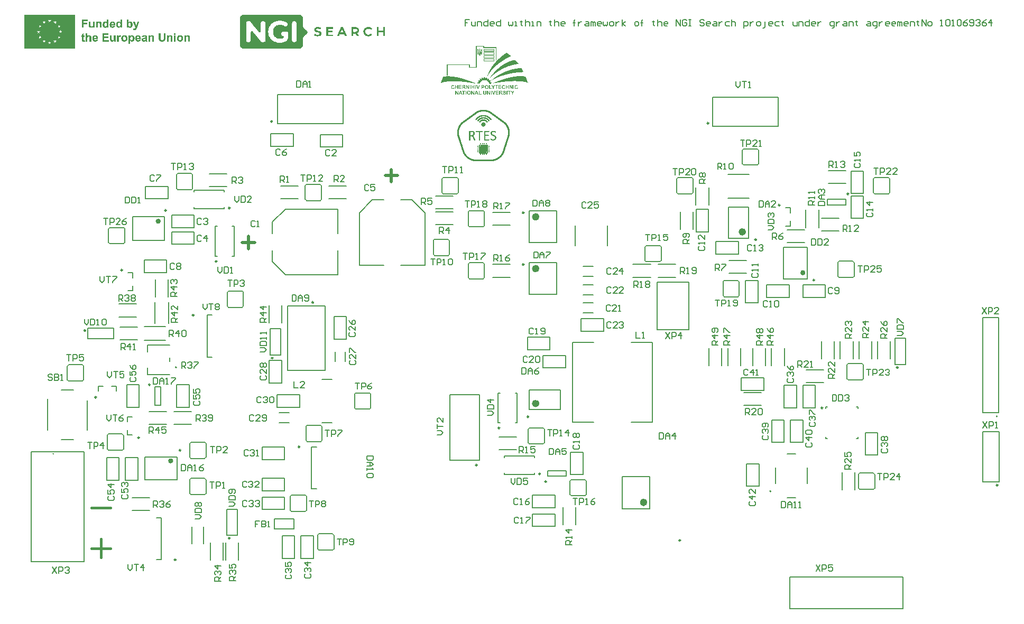
<source format=gto>
G04 Layer_Color=65535*
%FSLAX44Y44*%
%MOMM*%
G71*
G01*
G75*
%ADD62C,0.6000*%
%ADD64C,0.5000*%
%ADD65C,0.2000*%
%ADD67C,0.4000*%
%ADD89C,0.2500*%
%ADD90C,0.1000*%
G36*
X1007747Y1326875D02*
Y1326805D01*
Y1326736D01*
Y1326667D01*
Y1326597D01*
Y1326528D01*
Y1326459D01*
Y1326389D01*
Y1326320D01*
Y1326251D01*
Y1326181D01*
Y1326112D01*
Y1326042D01*
Y1325973D01*
Y1325904D01*
Y1325834D01*
Y1325765D01*
Y1325696D01*
Y1325626D01*
Y1325557D01*
Y1325488D01*
Y1325418D01*
Y1325349D01*
Y1325280D01*
Y1325210D01*
Y1325141D01*
Y1325072D01*
Y1325002D01*
Y1324933D01*
Y1324863D01*
Y1324794D01*
Y1324725D01*
Y1324655D01*
Y1324586D01*
Y1324517D01*
Y1324447D01*
Y1324378D01*
Y1324309D01*
Y1324239D01*
Y1324170D01*
Y1324101D01*
Y1324031D01*
Y1323962D01*
Y1323893D01*
Y1323823D01*
Y1323754D01*
Y1323685D01*
Y1323615D01*
Y1323546D01*
Y1323476D01*
Y1323407D01*
Y1323338D01*
Y1323268D01*
Y1323199D01*
Y1323130D01*
Y1323060D01*
Y1322991D01*
Y1322922D01*
Y1322852D01*
Y1322783D01*
Y1322714D01*
Y1322644D01*
Y1322575D01*
Y1322505D01*
Y1322436D01*
Y1322367D01*
Y1322298D01*
Y1322228D01*
Y1322159D01*
Y1322089D01*
Y1322020D01*
X1010798D01*
Y1321951D01*
Y1321881D01*
Y1321812D01*
Y1321743D01*
X1010729D01*
Y1321673D01*
Y1321604D01*
Y1321535D01*
X1010798D01*
Y1321465D01*
Y1321396D01*
X1010729D01*
Y1321326D01*
X1010798D01*
Y1321257D01*
Y1321188D01*
Y1321118D01*
Y1321049D01*
X1010659D01*
Y1320980D01*
X1010590D01*
Y1321049D01*
X1010521D01*
Y1320980D01*
X1006637D01*
Y1321049D01*
X1006568D01*
Y1321118D01*
Y1321188D01*
Y1321257D01*
Y1321326D01*
Y1321396D01*
Y1321465D01*
Y1321535D01*
Y1321604D01*
Y1321673D01*
Y1321743D01*
Y1321812D01*
Y1321881D01*
Y1321951D01*
Y1322020D01*
Y1322089D01*
Y1322159D01*
Y1322228D01*
Y1322298D01*
Y1322367D01*
Y1322436D01*
Y1322505D01*
Y1322575D01*
Y1322644D01*
Y1322714D01*
Y1322783D01*
Y1322852D01*
Y1322922D01*
Y1322991D01*
Y1323060D01*
Y1323130D01*
Y1323199D01*
Y1323268D01*
Y1323338D01*
Y1323407D01*
Y1323476D01*
Y1323546D01*
Y1323615D01*
Y1323685D01*
Y1323754D01*
Y1323823D01*
Y1323893D01*
Y1323962D01*
Y1324031D01*
Y1324101D01*
Y1324170D01*
Y1324239D01*
Y1324309D01*
Y1324378D01*
Y1324447D01*
Y1324517D01*
Y1324586D01*
Y1324655D01*
Y1324725D01*
Y1324794D01*
Y1324863D01*
Y1324933D01*
Y1325002D01*
Y1325072D01*
Y1325141D01*
Y1325210D01*
Y1325280D01*
Y1325349D01*
Y1325418D01*
Y1325488D01*
Y1325557D01*
Y1325626D01*
Y1325696D01*
Y1325765D01*
Y1325834D01*
Y1325904D01*
Y1325973D01*
Y1326042D01*
Y1326112D01*
Y1326181D01*
Y1326251D01*
Y1326320D01*
Y1326389D01*
Y1326459D01*
Y1326528D01*
Y1326597D01*
Y1326667D01*
Y1326736D01*
Y1326805D01*
Y1326875D01*
Y1326944D01*
X1007747D01*
Y1326875D01*
D02*
G37*
G36*
X1046515Y1326944D02*
Y1326875D01*
Y1326805D01*
Y1326736D01*
Y1326667D01*
Y1326597D01*
Y1326528D01*
Y1326459D01*
Y1326389D01*
Y1326320D01*
Y1326251D01*
Y1326181D01*
Y1326112D01*
Y1326042D01*
Y1325973D01*
Y1325904D01*
Y1325834D01*
Y1325765D01*
Y1325696D01*
Y1325626D01*
Y1325557D01*
Y1325488D01*
Y1325418D01*
Y1325349D01*
Y1325280D01*
Y1325210D01*
Y1325141D01*
Y1325072D01*
Y1325002D01*
Y1324933D01*
Y1324863D01*
Y1324794D01*
Y1324725D01*
Y1324655D01*
Y1324586D01*
Y1324517D01*
Y1324447D01*
Y1324378D01*
Y1324309D01*
Y1324239D01*
Y1324170D01*
Y1324101D01*
Y1324031D01*
Y1323962D01*
Y1323893D01*
Y1323823D01*
Y1323754D01*
Y1323685D01*
Y1323615D01*
Y1323546D01*
Y1323476D01*
Y1323407D01*
Y1323338D01*
Y1323268D01*
Y1323199D01*
Y1323130D01*
Y1323060D01*
Y1322991D01*
Y1322922D01*
Y1322852D01*
Y1322783D01*
Y1322714D01*
Y1322644D01*
Y1322575D01*
Y1322505D01*
Y1322436D01*
Y1322367D01*
Y1322298D01*
Y1322228D01*
Y1322159D01*
Y1322089D01*
Y1322020D01*
Y1321951D01*
Y1321881D01*
Y1321812D01*
Y1321743D01*
Y1321673D01*
Y1321604D01*
Y1321535D01*
Y1321465D01*
Y1321396D01*
X1046445D01*
Y1321326D01*
X1046515D01*
Y1321257D01*
X1046445D01*
Y1321188D01*
X1046515D01*
Y1321118D01*
Y1321049D01*
X1046445D01*
Y1320980D01*
X1046376D01*
Y1321049D01*
X1046237D01*
Y1320980D01*
X1046168D01*
Y1321049D01*
X1046098D01*
Y1320980D01*
X1045474D01*
Y1321049D01*
X1045405D01*
Y1320980D01*
X1045336D01*
Y1321049D01*
X1045266D01*
Y1321118D01*
Y1321188D01*
Y1321257D01*
Y1321326D01*
Y1321396D01*
Y1321465D01*
Y1321535D01*
Y1321604D01*
Y1321673D01*
Y1321743D01*
Y1321812D01*
Y1321881D01*
Y1321951D01*
Y1322020D01*
Y1322089D01*
Y1322159D01*
Y1322228D01*
Y1322298D01*
Y1322367D01*
Y1322436D01*
Y1322505D01*
Y1322575D01*
Y1322644D01*
Y1322714D01*
Y1322783D01*
Y1322852D01*
Y1322922D01*
Y1322991D01*
Y1323060D01*
Y1323130D01*
Y1323199D01*
Y1323268D01*
Y1323338D01*
Y1323407D01*
Y1323476D01*
Y1323546D01*
Y1323615D01*
Y1323685D01*
Y1323754D01*
Y1323823D01*
Y1323893D01*
Y1323962D01*
Y1324031D01*
Y1324101D01*
Y1324170D01*
Y1324239D01*
Y1324309D01*
Y1324378D01*
Y1324447D01*
Y1324517D01*
Y1324586D01*
Y1324655D01*
Y1324725D01*
Y1324794D01*
Y1324863D01*
Y1324933D01*
Y1325002D01*
Y1325072D01*
Y1325141D01*
Y1325210D01*
Y1325280D01*
Y1325349D01*
Y1325418D01*
Y1325488D01*
Y1325557D01*
Y1325626D01*
Y1325696D01*
Y1325765D01*
Y1325834D01*
Y1325904D01*
Y1325973D01*
Y1326042D01*
Y1326112D01*
Y1326181D01*
Y1326251D01*
Y1326320D01*
Y1326389D01*
Y1326459D01*
Y1326528D01*
Y1326597D01*
Y1326667D01*
Y1326736D01*
Y1326805D01*
Y1326875D01*
Y1326944D01*
Y1327013D01*
X1046515D01*
Y1326944D01*
D02*
G37*
G36*
X985346D02*
Y1326875D01*
Y1326805D01*
Y1326736D01*
Y1326667D01*
Y1326597D01*
Y1326528D01*
Y1326459D01*
Y1326389D01*
Y1326320D01*
Y1326251D01*
Y1326181D01*
Y1326112D01*
Y1326042D01*
Y1325973D01*
Y1325904D01*
Y1325834D01*
Y1325765D01*
Y1325696D01*
Y1325626D01*
Y1325557D01*
Y1325488D01*
Y1325418D01*
Y1325349D01*
Y1325280D01*
Y1325210D01*
Y1325141D01*
Y1325072D01*
Y1325002D01*
Y1324933D01*
Y1324863D01*
Y1324794D01*
Y1324725D01*
Y1324655D01*
Y1324586D01*
Y1324517D01*
Y1324447D01*
Y1324378D01*
Y1324309D01*
Y1324239D01*
Y1324170D01*
Y1324101D01*
Y1324031D01*
Y1323962D01*
Y1323893D01*
Y1323823D01*
Y1323754D01*
Y1323685D01*
Y1323615D01*
Y1323546D01*
Y1323476D01*
Y1323407D01*
Y1323338D01*
Y1323268D01*
Y1323199D01*
Y1323130D01*
Y1323060D01*
Y1322991D01*
Y1322922D01*
Y1322852D01*
Y1322783D01*
Y1322714D01*
Y1322644D01*
Y1322575D01*
Y1322505D01*
Y1322436D01*
Y1322367D01*
Y1322298D01*
Y1322228D01*
Y1322159D01*
Y1322089D01*
Y1322020D01*
Y1321951D01*
Y1321881D01*
Y1321812D01*
Y1321743D01*
Y1321673D01*
Y1321604D01*
Y1321535D01*
Y1321465D01*
Y1321396D01*
Y1321326D01*
Y1321257D01*
Y1321188D01*
Y1321118D01*
Y1321049D01*
X985207D01*
Y1320980D01*
X985068D01*
Y1321049D01*
X984999D01*
Y1320980D01*
X984444D01*
Y1321049D01*
X984375D01*
Y1320980D01*
X984236D01*
Y1321049D01*
X984097D01*
Y1321118D01*
Y1321188D01*
X984167D01*
Y1321257D01*
Y1321326D01*
Y1321396D01*
X984097D01*
Y1321465D01*
Y1321535D01*
Y1321604D01*
Y1321673D01*
Y1321743D01*
Y1321812D01*
Y1321881D01*
Y1321951D01*
X984167D01*
Y1322020D01*
X984097D01*
Y1322089D01*
Y1322159D01*
Y1322228D01*
Y1322298D01*
Y1322367D01*
Y1322436D01*
Y1322505D01*
Y1322575D01*
Y1322644D01*
Y1322714D01*
Y1322783D01*
Y1322852D01*
Y1322922D01*
Y1322991D01*
Y1323060D01*
Y1323130D01*
Y1323199D01*
Y1323268D01*
Y1323338D01*
Y1323407D01*
Y1323476D01*
Y1323546D01*
Y1323615D01*
Y1323685D01*
Y1323754D01*
Y1323823D01*
Y1323893D01*
Y1323962D01*
Y1324031D01*
Y1324101D01*
Y1324170D01*
Y1324239D01*
Y1324309D01*
Y1324378D01*
Y1324447D01*
Y1324517D01*
Y1324586D01*
Y1324655D01*
Y1324725D01*
Y1324794D01*
Y1324863D01*
Y1324933D01*
Y1325002D01*
Y1325072D01*
Y1325141D01*
Y1325210D01*
Y1325280D01*
Y1325349D01*
Y1325418D01*
Y1325488D01*
Y1325557D01*
Y1325626D01*
Y1325696D01*
Y1325765D01*
Y1325834D01*
Y1325904D01*
Y1325973D01*
Y1326042D01*
Y1326112D01*
Y1326181D01*
Y1326251D01*
Y1326320D01*
Y1326389D01*
Y1326459D01*
Y1326528D01*
Y1326597D01*
Y1326667D01*
Y1326736D01*
Y1326805D01*
Y1326875D01*
Y1326944D01*
Y1327013D01*
X985346D01*
Y1326944D01*
D02*
G37*
G36*
X966828D02*
X967383D01*
Y1326875D01*
X967661D01*
Y1326805D01*
X967799D01*
Y1326736D01*
X967869D01*
Y1326667D01*
X968007D01*
Y1326597D01*
X968077D01*
Y1326528D01*
X968146D01*
Y1326459D01*
X968215D01*
Y1326389D01*
X968285D01*
Y1326320D01*
Y1326251D01*
X968354D01*
Y1326181D01*
Y1326112D01*
X968424D01*
Y1326042D01*
Y1325973D01*
X968493D01*
Y1325904D01*
Y1325834D01*
Y1325765D01*
X968562D01*
Y1325696D01*
Y1325626D01*
Y1325557D01*
Y1325488D01*
Y1325418D01*
Y1325349D01*
Y1325280D01*
Y1325210D01*
Y1325141D01*
Y1325072D01*
Y1325002D01*
Y1324933D01*
Y1324863D01*
X968493D01*
Y1324794D01*
Y1324725D01*
Y1324655D01*
X968424D01*
Y1324586D01*
Y1324517D01*
X968354D01*
Y1324447D01*
Y1324378D01*
X968285D01*
Y1324309D01*
X968215D01*
Y1324239D01*
X968146D01*
Y1324170D01*
X968077D01*
Y1324101D01*
X968007D01*
Y1324031D01*
X967938D01*
Y1323962D01*
X967799D01*
Y1323893D01*
X967661D01*
Y1323823D01*
X967522D01*
Y1323754D01*
X967314D01*
Y1323685D01*
X967037D01*
Y1323615D01*
X967106D01*
Y1323546D01*
X967245D01*
Y1323476D01*
X967314D01*
Y1323407D01*
X967383D01*
Y1323338D01*
X967522D01*
Y1323268D01*
X967591D01*
Y1323199D01*
X967661D01*
Y1323130D01*
X967730D01*
Y1323060D01*
Y1322991D01*
X967799D01*
Y1322922D01*
X967869D01*
Y1322852D01*
X967938D01*
Y1322783D01*
Y1322714D01*
X968007D01*
Y1322644D01*
X968077D01*
Y1322575D01*
Y1322505D01*
X968146D01*
Y1322436D01*
X968215D01*
Y1322367D01*
Y1322298D01*
X968285D01*
Y1322228D01*
X968354D01*
Y1322159D01*
Y1322089D01*
X968424D01*
Y1322020D01*
Y1321951D01*
X968493D01*
Y1321881D01*
X968562D01*
Y1321812D01*
Y1321743D01*
X968632D01*
Y1321673D01*
X968701D01*
Y1321604D01*
Y1321535D01*
X968770D01*
Y1321465D01*
Y1321396D01*
X968840D01*
Y1321326D01*
X968909D01*
Y1321257D01*
Y1321188D01*
X968978D01*
Y1321118D01*
X969048D01*
Y1321049D01*
Y1320980D01*
X968562D01*
Y1321049D01*
X968424D01*
Y1320980D01*
X967869D01*
Y1321049D01*
X967591D01*
Y1321118D01*
X967522D01*
Y1321188D01*
X967453D01*
Y1321257D01*
Y1321326D01*
X967383D01*
Y1321396D01*
X967314D01*
Y1321465D01*
Y1321535D01*
X967245D01*
Y1321604D01*
X967175D01*
Y1321673D01*
Y1321743D01*
X967106D01*
Y1321812D01*
X967037D01*
Y1321881D01*
Y1321951D01*
X966967D01*
Y1322020D01*
X966898D01*
Y1322089D01*
Y1322159D01*
X966828D01*
Y1322228D01*
X966759D01*
Y1322298D01*
Y1322367D01*
X966690D01*
Y1322436D01*
X966620D01*
Y1322505D01*
Y1322575D01*
X966551D01*
Y1322644D01*
X966482D01*
Y1322714D01*
Y1322783D01*
X966412D01*
Y1322852D01*
X966343D01*
Y1322922D01*
X966274D01*
Y1322991D01*
Y1323060D01*
X966204D01*
Y1323130D01*
X966135D01*
Y1323199D01*
X966066D01*
Y1323268D01*
X965996D01*
Y1323338D01*
X965927D01*
Y1323407D01*
X965788D01*
Y1323476D01*
X965372D01*
Y1323546D01*
X964887D01*
Y1323476D01*
Y1323407D01*
Y1323338D01*
Y1323268D01*
Y1323199D01*
Y1323130D01*
Y1323060D01*
Y1322991D01*
Y1322922D01*
Y1322852D01*
Y1322783D01*
Y1322714D01*
Y1322644D01*
Y1322575D01*
Y1322505D01*
Y1322436D01*
Y1322367D01*
Y1322298D01*
Y1322228D01*
Y1322159D01*
Y1322089D01*
Y1322020D01*
Y1321951D01*
Y1321881D01*
Y1321812D01*
Y1321743D01*
Y1321673D01*
Y1321604D01*
Y1321535D01*
Y1321465D01*
Y1321396D01*
Y1321326D01*
Y1321257D01*
Y1321188D01*
Y1321118D01*
Y1321049D01*
Y1320980D01*
X964817D01*
Y1321049D01*
X964748D01*
Y1320980D01*
X964609D01*
Y1321049D01*
X964540D01*
Y1320980D01*
X963916D01*
Y1321049D01*
X963846D01*
Y1320980D01*
X963777D01*
Y1321049D01*
X963708D01*
Y1321118D01*
Y1321188D01*
Y1321257D01*
Y1321326D01*
Y1321396D01*
Y1321465D01*
Y1321535D01*
Y1321604D01*
Y1321673D01*
Y1321743D01*
Y1321812D01*
Y1321881D01*
Y1321951D01*
Y1322020D01*
Y1322089D01*
Y1322159D01*
Y1322228D01*
Y1322298D01*
Y1322367D01*
Y1322436D01*
Y1322505D01*
Y1322575D01*
Y1322644D01*
Y1322714D01*
Y1322783D01*
Y1322852D01*
Y1322922D01*
Y1322991D01*
Y1323060D01*
Y1323130D01*
Y1323199D01*
Y1323268D01*
Y1323338D01*
Y1323407D01*
Y1323476D01*
Y1323546D01*
Y1323615D01*
Y1323685D01*
Y1323754D01*
Y1323823D01*
Y1323893D01*
Y1323962D01*
Y1324031D01*
Y1324101D01*
Y1324170D01*
Y1324239D01*
Y1324309D01*
Y1324378D01*
Y1324447D01*
Y1324517D01*
Y1324586D01*
Y1324655D01*
Y1324725D01*
Y1324794D01*
Y1324863D01*
Y1324933D01*
Y1325002D01*
Y1325072D01*
Y1325141D01*
Y1325210D01*
Y1325280D01*
Y1325349D01*
Y1325418D01*
Y1325488D01*
Y1325557D01*
Y1325626D01*
Y1325696D01*
Y1325765D01*
Y1325834D01*
Y1325904D01*
Y1325973D01*
Y1326042D01*
Y1326112D01*
Y1326181D01*
Y1326251D01*
Y1326320D01*
Y1326389D01*
Y1326459D01*
Y1326528D01*
Y1326597D01*
Y1326667D01*
Y1326736D01*
Y1326805D01*
Y1326875D01*
Y1326944D01*
Y1327013D01*
X966828D01*
Y1326944D01*
D02*
G37*
G36*
X976954D02*
Y1326875D01*
Y1326805D01*
Y1326736D01*
Y1326667D01*
Y1326597D01*
Y1326528D01*
Y1326459D01*
Y1326389D01*
Y1326320D01*
Y1326251D01*
Y1326181D01*
Y1326112D01*
Y1326042D01*
Y1325973D01*
Y1325904D01*
Y1325834D01*
Y1325765D01*
Y1325696D01*
Y1325626D01*
Y1325557D01*
Y1325488D01*
Y1325418D01*
Y1325349D01*
Y1325280D01*
Y1325210D01*
Y1325141D01*
Y1325072D01*
Y1325002D01*
Y1324933D01*
Y1324863D01*
Y1324794D01*
Y1324725D01*
Y1324655D01*
Y1324586D01*
Y1324517D01*
Y1324447D01*
Y1324378D01*
Y1324309D01*
Y1324239D01*
Y1324170D01*
Y1324101D01*
Y1324031D01*
Y1323962D01*
Y1323893D01*
Y1323823D01*
Y1323754D01*
Y1323685D01*
Y1323615D01*
Y1323546D01*
Y1323476D01*
Y1323407D01*
Y1323338D01*
Y1323268D01*
Y1323199D01*
Y1323130D01*
Y1323060D01*
Y1322991D01*
Y1322922D01*
Y1322852D01*
Y1322783D01*
Y1322714D01*
Y1322644D01*
Y1322575D01*
Y1322505D01*
Y1322436D01*
Y1322367D01*
Y1322298D01*
Y1322228D01*
Y1322159D01*
Y1322089D01*
Y1322020D01*
Y1321951D01*
Y1321881D01*
Y1321812D01*
Y1321743D01*
Y1321673D01*
Y1321604D01*
Y1321535D01*
Y1321465D01*
Y1321396D01*
Y1321326D01*
Y1321257D01*
Y1321188D01*
Y1321118D01*
Y1321049D01*
X976815D01*
Y1320980D01*
X976746D01*
Y1321049D01*
X976676D01*
Y1320980D01*
X976052D01*
Y1321049D01*
X975983D01*
Y1320980D01*
X975844D01*
Y1321049D01*
X975706D01*
Y1321118D01*
Y1321188D01*
Y1321257D01*
Y1321326D01*
X975775D01*
Y1321396D01*
Y1321465D01*
Y1321535D01*
Y1321604D01*
X975706D01*
Y1321673D01*
Y1321743D01*
X975775D01*
Y1321812D01*
Y1321881D01*
Y1321951D01*
Y1322020D01*
Y1322089D01*
Y1322159D01*
Y1322228D01*
Y1322298D01*
Y1322367D01*
Y1322436D01*
Y1322505D01*
Y1322575D01*
Y1322644D01*
Y1322714D01*
Y1322783D01*
Y1322852D01*
Y1322922D01*
Y1322991D01*
Y1323060D01*
Y1323130D01*
Y1323199D01*
Y1323268D01*
Y1323338D01*
Y1323407D01*
Y1323476D01*
Y1323546D01*
Y1323615D01*
Y1323685D01*
Y1323754D01*
Y1323823D01*
Y1323893D01*
Y1323962D01*
Y1324031D01*
Y1324101D01*
Y1324170D01*
Y1324239D01*
Y1324309D01*
Y1324378D01*
Y1324447D01*
Y1324517D01*
Y1324586D01*
Y1324655D01*
Y1324725D01*
Y1324794D01*
Y1324863D01*
Y1324933D01*
Y1325002D01*
Y1325072D01*
Y1325141D01*
Y1325210D01*
Y1325280D01*
Y1325349D01*
Y1325418D01*
Y1325488D01*
Y1325557D01*
Y1325626D01*
Y1325696D01*
Y1325765D01*
Y1325834D01*
Y1325904D01*
Y1325973D01*
Y1326042D01*
Y1326112D01*
Y1326181D01*
Y1326251D01*
Y1326320D01*
Y1326389D01*
Y1326459D01*
Y1326528D01*
Y1326597D01*
Y1326667D01*
Y1326736D01*
Y1326805D01*
Y1326875D01*
Y1326944D01*
X975706D01*
Y1327013D01*
X976954D01*
Y1326944D01*
D02*
G37*
G36*
X991449D02*
X991379D01*
Y1326875D01*
Y1326805D01*
Y1326736D01*
X991310D01*
Y1326667D01*
Y1326597D01*
Y1326528D01*
X991241D01*
Y1326459D01*
Y1326389D01*
Y1326320D01*
X991171D01*
Y1326251D01*
Y1326181D01*
Y1326112D01*
X991102D01*
Y1326042D01*
Y1325973D01*
X991032D01*
Y1325904D01*
Y1325834D01*
Y1325765D01*
X990963D01*
Y1325696D01*
Y1325626D01*
Y1325557D01*
X990894D01*
Y1325488D01*
Y1325418D01*
Y1325349D01*
X990825D01*
Y1325280D01*
Y1325210D01*
Y1325141D01*
X990755D01*
Y1325072D01*
Y1325002D01*
X990686D01*
Y1324933D01*
Y1324863D01*
Y1324794D01*
X990616D01*
Y1324725D01*
Y1324655D01*
Y1324586D01*
X990547D01*
Y1324517D01*
Y1324447D01*
Y1324378D01*
X990478D01*
Y1324309D01*
Y1324239D01*
Y1324170D01*
X990408D01*
Y1324101D01*
Y1324031D01*
X990339D01*
Y1323962D01*
Y1323893D01*
Y1323823D01*
X990270D01*
Y1323754D01*
Y1323685D01*
Y1323615D01*
X990200D01*
Y1323546D01*
Y1323476D01*
Y1323407D01*
X990131D01*
Y1323338D01*
Y1323268D01*
X990062D01*
Y1323199D01*
Y1323130D01*
Y1323060D01*
X989992D01*
Y1322991D01*
Y1322922D01*
Y1322852D01*
X989923D01*
Y1322783D01*
Y1322714D01*
Y1322644D01*
X989854D01*
Y1322575D01*
Y1322505D01*
Y1322436D01*
X989784D01*
Y1322367D01*
Y1322298D01*
Y1322228D01*
X989715D01*
Y1322159D01*
Y1322089D01*
X989645D01*
Y1322020D01*
Y1321951D01*
Y1321881D01*
X989576D01*
Y1321812D01*
Y1321743D01*
Y1321673D01*
X989507D01*
Y1321604D01*
Y1321535D01*
Y1321465D01*
X989437D01*
Y1321396D01*
Y1321326D01*
X989368D01*
Y1321257D01*
Y1321188D01*
Y1321118D01*
X989299D01*
Y1321049D01*
X989229D01*
Y1320980D01*
X989160D01*
Y1321049D01*
X989021D01*
Y1320980D01*
X988328D01*
Y1321049D01*
X988189D01*
Y1320980D01*
X988120D01*
Y1321049D01*
X987981D01*
Y1321118D01*
Y1321188D01*
X987912D01*
Y1321257D01*
Y1321326D01*
Y1321396D01*
X987842D01*
Y1321465D01*
Y1321535D01*
Y1321604D01*
X987773D01*
Y1321673D01*
Y1321743D01*
Y1321812D01*
X987704D01*
Y1321881D01*
Y1321951D01*
Y1322020D01*
X987634D01*
Y1322089D01*
Y1322159D01*
X987565D01*
Y1322228D01*
Y1322298D01*
Y1322367D01*
X987495D01*
Y1322436D01*
Y1322505D01*
Y1322575D01*
X987426D01*
Y1322644D01*
Y1322714D01*
Y1322783D01*
X987357D01*
Y1322852D01*
Y1322922D01*
X987288D01*
Y1322991D01*
Y1323060D01*
Y1323130D01*
X987218D01*
Y1323199D01*
Y1323268D01*
Y1323338D01*
X987149D01*
Y1323407D01*
Y1323476D01*
Y1323546D01*
X987079D01*
Y1323615D01*
Y1323685D01*
Y1323754D01*
X987010D01*
Y1323823D01*
Y1323893D01*
X986941D01*
Y1323962D01*
Y1324031D01*
Y1324101D01*
X986871D01*
Y1324170D01*
Y1324239D01*
Y1324309D01*
X986802D01*
Y1324378D01*
Y1324447D01*
Y1324517D01*
X986733D01*
Y1324586D01*
Y1324655D01*
Y1324725D01*
X986663D01*
Y1324794D01*
Y1324863D01*
Y1324933D01*
X986594D01*
Y1325002D01*
Y1325072D01*
X986525D01*
Y1325141D01*
Y1325210D01*
Y1325280D01*
X986455D01*
Y1325349D01*
Y1325418D01*
Y1325488D01*
X986386D01*
Y1325557D01*
Y1325626D01*
Y1325696D01*
X986317D01*
Y1325765D01*
Y1325834D01*
Y1325904D01*
X986247D01*
Y1325973D01*
Y1326042D01*
X986178D01*
Y1326112D01*
Y1326181D01*
Y1326251D01*
X986108D01*
Y1326320D01*
Y1326389D01*
Y1326459D01*
X986039D01*
Y1326528D01*
Y1326597D01*
Y1326667D01*
X985970D01*
Y1326736D01*
Y1326805D01*
X985900D01*
Y1326875D01*
Y1326944D01*
Y1327013D01*
X987218D01*
Y1326944D01*
Y1326875D01*
Y1326805D01*
X987288D01*
Y1326736D01*
Y1326667D01*
Y1326597D01*
X987357D01*
Y1326528D01*
Y1326459D01*
Y1326389D01*
X987426D01*
Y1326320D01*
Y1326251D01*
Y1326181D01*
X987495D01*
Y1326112D01*
Y1326042D01*
Y1325973D01*
X987565D01*
Y1325904D01*
Y1325834D01*
Y1325765D01*
X987634D01*
Y1325696D01*
Y1325626D01*
Y1325557D01*
X987704D01*
Y1325488D01*
Y1325418D01*
Y1325349D01*
X987773D01*
Y1325280D01*
Y1325210D01*
X987842D01*
Y1325141D01*
Y1325072D01*
Y1325002D01*
Y1324933D01*
X987912D01*
Y1324863D01*
Y1324794D01*
Y1324725D01*
X987981D01*
Y1324655D01*
Y1324586D01*
X988050D01*
Y1324517D01*
Y1324447D01*
Y1324378D01*
X988120D01*
Y1324309D01*
Y1324239D01*
Y1324170D01*
X988189D01*
Y1324101D01*
Y1324031D01*
Y1323962D01*
X988258D01*
Y1323893D01*
Y1323823D01*
Y1323754D01*
X988328D01*
Y1323685D01*
Y1323615D01*
Y1323546D01*
X988397D01*
Y1323476D01*
Y1323407D01*
Y1323338D01*
X988466D01*
Y1323268D01*
Y1323199D01*
Y1323130D01*
X988536D01*
Y1323060D01*
Y1322991D01*
Y1322922D01*
X988605D01*
Y1322852D01*
Y1322783D01*
Y1322714D01*
X988674D01*
Y1322644D01*
X988744D01*
Y1322714D01*
Y1322783D01*
X988813D01*
Y1322852D01*
Y1322922D01*
Y1322991D01*
X988883D01*
Y1323060D01*
Y1323130D01*
Y1323199D01*
X988952D01*
Y1323268D01*
Y1323338D01*
Y1323407D01*
X989021D01*
Y1323476D01*
Y1323546D01*
Y1323615D01*
X989091D01*
Y1323685D01*
Y1323754D01*
Y1323823D01*
X989160D01*
Y1323893D01*
Y1323962D01*
Y1324031D01*
X989229D01*
Y1324101D01*
Y1324170D01*
Y1324239D01*
X989299D01*
Y1324309D01*
Y1324378D01*
Y1324447D01*
X989368D01*
Y1324517D01*
Y1324586D01*
Y1324655D01*
X989437D01*
Y1324725D01*
Y1324794D01*
Y1324863D01*
X989507D01*
Y1324933D01*
Y1325002D01*
Y1325072D01*
X989576D01*
Y1325141D01*
Y1325210D01*
Y1325280D01*
X989645D01*
Y1325349D01*
Y1325418D01*
Y1325488D01*
X989715D01*
Y1325557D01*
Y1325626D01*
Y1325696D01*
X989784D01*
Y1325765D01*
Y1325834D01*
Y1325904D01*
X989854D01*
Y1325973D01*
Y1326042D01*
Y1326112D01*
X989923D01*
Y1326181D01*
Y1326251D01*
Y1326320D01*
X989992D01*
Y1326389D01*
Y1326459D01*
Y1326528D01*
X990062D01*
Y1326597D01*
Y1326667D01*
Y1326736D01*
Y1326805D01*
X990131D01*
Y1326875D01*
Y1326944D01*
Y1327013D01*
X991449D01*
Y1326944D01*
D02*
G37*
G36*
X342951Y1439317D02*
Y1439145D01*
Y1438974D01*
Y1438802D01*
Y1438631D01*
Y1438459D01*
Y1438288D01*
Y1438117D01*
Y1437945D01*
Y1437774D01*
Y1437602D01*
Y1437431D01*
Y1437259D01*
Y1437088D01*
Y1436916D01*
Y1436745D01*
Y1436573D01*
Y1436402D01*
Y1436231D01*
Y1436059D01*
Y1435888D01*
Y1435716D01*
Y1435545D01*
Y1435373D01*
Y1435202D01*
Y1435030D01*
Y1434859D01*
Y1434688D01*
Y1434516D01*
Y1434345D01*
Y1434173D01*
Y1434002D01*
Y1433830D01*
Y1433659D01*
Y1433487D01*
Y1433316D01*
Y1433144D01*
Y1432973D01*
Y1432802D01*
Y1432630D01*
Y1432459D01*
Y1432287D01*
Y1432116D01*
Y1431944D01*
Y1431773D01*
Y1431601D01*
Y1431430D01*
Y1431259D01*
Y1431087D01*
Y1430916D01*
Y1430744D01*
Y1430573D01*
Y1430401D01*
Y1430230D01*
Y1430058D01*
Y1429887D01*
Y1429715D01*
Y1429544D01*
Y1429373D01*
Y1429201D01*
Y1429030D01*
Y1428858D01*
Y1428687D01*
Y1428515D01*
Y1428344D01*
Y1428172D01*
Y1428001D01*
Y1427829D01*
Y1427658D01*
Y1427487D01*
Y1427315D01*
Y1427144D01*
Y1426972D01*
Y1426801D01*
Y1426629D01*
Y1426458D01*
Y1426286D01*
Y1426115D01*
Y1425943D01*
Y1425772D01*
Y1425600D01*
Y1425429D01*
Y1425258D01*
Y1425086D01*
Y1424915D01*
Y1424743D01*
Y1424572D01*
Y1424400D01*
Y1424229D01*
Y1424057D01*
Y1423886D01*
Y1423715D01*
Y1423543D01*
Y1423372D01*
Y1423200D01*
Y1423029D01*
Y1422857D01*
Y1422686D01*
Y1422514D01*
Y1422343D01*
Y1422171D01*
Y1422000D01*
Y1421828D01*
Y1421657D01*
Y1421486D01*
Y1421314D01*
Y1421143D01*
Y1420971D01*
Y1420800D01*
Y1420628D01*
Y1420457D01*
Y1420285D01*
Y1420114D01*
Y1419942D01*
Y1419771D01*
Y1419600D01*
Y1419428D01*
Y1419257D01*
Y1419085D01*
Y1418914D01*
Y1418742D01*
Y1418571D01*
Y1418400D01*
Y1418228D01*
Y1418057D01*
Y1417885D01*
Y1417714D01*
Y1417542D01*
Y1417371D01*
Y1417199D01*
Y1417028D01*
Y1416856D01*
Y1416685D01*
Y1416514D01*
Y1416342D01*
Y1416171D01*
Y1415999D01*
Y1415828D01*
Y1415656D01*
Y1415485D01*
Y1415313D01*
Y1415142D01*
Y1414970D01*
Y1414799D01*
Y1414628D01*
Y1414456D01*
Y1414285D01*
Y1414113D01*
Y1413942D01*
Y1413770D01*
Y1413599D01*
Y1413427D01*
Y1413256D01*
Y1413084D01*
Y1412913D01*
Y1412742D01*
Y1412570D01*
Y1412399D01*
Y1412227D01*
Y1412056D01*
Y1411884D01*
Y1411713D01*
Y1411541D01*
Y1411370D01*
Y1411198D01*
Y1411027D01*
Y1410856D01*
Y1410684D01*
Y1410513D01*
Y1410341D01*
Y1410170D01*
Y1409998D01*
Y1409827D01*
Y1409655D01*
Y1409484D01*
Y1409312D01*
Y1409141D01*
Y1408970D01*
Y1408798D01*
Y1408627D01*
Y1408455D01*
Y1408284D01*
Y1408112D01*
Y1407941D01*
Y1407769D01*
Y1407598D01*
Y1407426D01*
Y1407255D01*
Y1407084D01*
Y1406912D01*
Y1406741D01*
Y1406569D01*
Y1406398D01*
Y1406226D01*
Y1406055D01*
Y1405883D01*
Y1405712D01*
Y1405540D01*
Y1405369D01*
Y1405198D01*
Y1405026D01*
Y1404855D01*
Y1404683D01*
Y1404512D01*
Y1404340D01*
Y1404169D01*
Y1403997D01*
Y1403826D01*
Y1403654D01*
Y1403483D01*
Y1403312D01*
Y1403140D01*
Y1402969D01*
Y1402797D01*
Y1402626D01*
Y1402454D01*
Y1402283D01*
Y1402112D01*
Y1401940D01*
Y1401768D01*
Y1401597D01*
Y1401426D01*
Y1401254D01*
Y1401083D01*
Y1400911D01*
Y1400740D01*
Y1400568D01*
Y1400397D01*
Y1400226D01*
Y1400054D01*
Y1399883D01*
Y1399711D01*
Y1399540D01*
Y1399368D01*
Y1399197D01*
Y1399025D01*
Y1398854D01*
Y1398682D01*
Y1398511D01*
Y1398340D01*
Y1398168D01*
Y1397997D01*
Y1397825D01*
Y1397654D01*
Y1397482D01*
Y1397311D01*
Y1397139D01*
Y1396968D01*
Y1396797D01*
Y1396625D01*
Y1396454D01*
Y1396282D01*
Y1396111D01*
Y1395939D01*
Y1395768D01*
Y1395596D01*
Y1395425D01*
Y1395253D01*
Y1395082D01*
Y1394910D01*
Y1394739D01*
Y1394568D01*
Y1394396D01*
Y1394225D01*
Y1394053D01*
Y1393882D01*
Y1393710D01*
Y1393539D01*
Y1393367D01*
Y1393196D01*
Y1393024D01*
Y1392853D01*
Y1392681D01*
Y1392510D01*
Y1392339D01*
Y1392167D01*
Y1391996D01*
Y1391824D01*
Y1391653D01*
Y1391481D01*
Y1391310D01*
Y1391138D01*
Y1390967D01*
Y1390796D01*
Y1390624D01*
Y1390453D01*
Y1390281D01*
Y1390110D01*
Y1389938D01*
Y1389767D01*
Y1389595D01*
Y1389424D01*
Y1389252D01*
Y1389081D01*
Y1388910D01*
Y1388738D01*
Y1388567D01*
Y1388395D01*
Y1388224D01*
Y1388052D01*
Y1387881D01*
Y1387709D01*
Y1387538D01*
Y1387366D01*
Y1387195D01*
Y1387024D01*
Y1386852D01*
Y1386681D01*
Y1386509D01*
Y1386338D01*
Y1386166D01*
Y1385995D01*
Y1385823D01*
Y1385652D01*
X262197D01*
Y1385823D01*
Y1385995D01*
Y1386166D01*
Y1386338D01*
Y1386509D01*
Y1386681D01*
Y1386852D01*
Y1387024D01*
Y1387195D01*
Y1387366D01*
Y1387538D01*
Y1387881D01*
Y1388052D01*
Y1388224D01*
Y1388395D01*
Y1388567D01*
Y1388738D01*
Y1388910D01*
Y1389081D01*
Y1389252D01*
Y1389424D01*
Y1389595D01*
Y1389767D01*
Y1389938D01*
Y1390110D01*
Y1390281D01*
Y1390453D01*
Y1390624D01*
Y1390796D01*
Y1390967D01*
Y1391138D01*
Y1391310D01*
Y1391481D01*
Y1391653D01*
Y1391824D01*
Y1391996D01*
Y1392167D01*
Y1392339D01*
Y1392510D01*
Y1392681D01*
Y1392853D01*
Y1393024D01*
Y1393196D01*
Y1393367D01*
Y1393539D01*
Y1393710D01*
Y1393882D01*
Y1394053D01*
Y1394225D01*
Y1394396D01*
Y1394568D01*
Y1394739D01*
Y1394910D01*
Y1395082D01*
Y1395253D01*
Y1395425D01*
Y1395596D01*
Y1395768D01*
Y1395939D01*
Y1396111D01*
Y1396282D01*
Y1396454D01*
Y1396625D01*
Y1396797D01*
Y1396968D01*
Y1397139D01*
Y1397311D01*
Y1397482D01*
Y1397654D01*
Y1397825D01*
Y1397997D01*
Y1398168D01*
Y1398340D01*
Y1398511D01*
Y1398682D01*
Y1398854D01*
Y1399025D01*
Y1399197D01*
Y1399368D01*
Y1399540D01*
Y1399711D01*
Y1399883D01*
Y1400054D01*
Y1400226D01*
Y1400397D01*
Y1400568D01*
Y1400740D01*
Y1400911D01*
Y1401083D01*
Y1401254D01*
Y1401426D01*
Y1401597D01*
Y1401768D01*
Y1401940D01*
Y1402112D01*
Y1402283D01*
Y1402454D01*
Y1402626D01*
Y1402797D01*
Y1402969D01*
Y1403140D01*
Y1403312D01*
Y1403483D01*
Y1403654D01*
Y1403826D01*
Y1403997D01*
Y1404169D01*
Y1404340D01*
Y1404512D01*
Y1404683D01*
Y1404855D01*
Y1405026D01*
Y1405198D01*
Y1405369D01*
Y1405540D01*
Y1405712D01*
Y1405883D01*
Y1406055D01*
Y1406226D01*
Y1406398D01*
Y1406569D01*
Y1406741D01*
Y1406912D01*
Y1407084D01*
Y1407255D01*
Y1407426D01*
Y1407598D01*
Y1407769D01*
Y1407941D01*
Y1408112D01*
Y1408284D01*
Y1408455D01*
Y1408627D01*
Y1408798D01*
Y1408970D01*
Y1409141D01*
Y1409312D01*
Y1409484D01*
Y1409655D01*
Y1409827D01*
Y1409998D01*
Y1410170D01*
Y1410341D01*
Y1410513D01*
Y1410684D01*
Y1410856D01*
Y1411027D01*
Y1411198D01*
Y1411370D01*
Y1411541D01*
Y1411713D01*
Y1411884D01*
Y1412056D01*
Y1412227D01*
Y1412399D01*
Y1412570D01*
Y1412742D01*
Y1412913D01*
Y1413084D01*
Y1413256D01*
Y1413427D01*
Y1413599D01*
Y1413770D01*
Y1413942D01*
Y1414113D01*
Y1414285D01*
Y1414456D01*
Y1414628D01*
Y1414799D01*
Y1414970D01*
Y1415142D01*
Y1415313D01*
Y1415485D01*
Y1415656D01*
Y1415828D01*
Y1415999D01*
Y1416171D01*
Y1416342D01*
Y1416514D01*
Y1416685D01*
Y1416856D01*
Y1417028D01*
Y1417199D01*
Y1417371D01*
Y1417542D01*
Y1417714D01*
Y1417885D01*
Y1418057D01*
Y1418228D01*
Y1418400D01*
Y1418571D01*
Y1418742D01*
Y1418914D01*
Y1419085D01*
Y1419257D01*
Y1419428D01*
Y1419600D01*
Y1419771D01*
Y1419942D01*
Y1420114D01*
Y1420285D01*
Y1420457D01*
Y1420628D01*
Y1420800D01*
Y1420971D01*
Y1421143D01*
Y1421314D01*
Y1421486D01*
Y1421657D01*
Y1421828D01*
Y1422000D01*
Y1422171D01*
Y1422343D01*
Y1422514D01*
Y1422686D01*
Y1422857D01*
Y1423029D01*
Y1423200D01*
Y1423372D01*
Y1423543D01*
Y1423715D01*
Y1423886D01*
Y1424057D01*
Y1424229D01*
Y1424400D01*
Y1424572D01*
Y1424743D01*
Y1424915D01*
Y1425086D01*
Y1425258D01*
Y1425429D01*
Y1425600D01*
Y1425772D01*
Y1425943D01*
Y1426115D01*
Y1426286D01*
Y1426458D01*
Y1426629D01*
Y1426801D01*
Y1426972D01*
Y1427144D01*
Y1427315D01*
Y1427487D01*
Y1427658D01*
Y1427829D01*
Y1428001D01*
Y1428172D01*
Y1428344D01*
Y1428515D01*
Y1428687D01*
Y1428858D01*
Y1429030D01*
Y1429201D01*
Y1429373D01*
Y1429544D01*
Y1429715D01*
Y1429887D01*
Y1430058D01*
Y1430230D01*
Y1430401D01*
Y1430573D01*
Y1430744D01*
Y1430916D01*
Y1431087D01*
Y1431259D01*
Y1431430D01*
Y1431601D01*
Y1431773D01*
Y1431944D01*
Y1432116D01*
Y1432287D01*
Y1432459D01*
Y1432630D01*
Y1432802D01*
Y1432973D01*
Y1433144D01*
Y1433316D01*
Y1433487D01*
Y1433659D01*
Y1433830D01*
Y1434002D01*
Y1434173D01*
Y1434345D01*
Y1434516D01*
Y1434688D01*
Y1434859D01*
Y1435030D01*
Y1435202D01*
Y1435373D01*
Y1435545D01*
Y1435716D01*
Y1435888D01*
Y1436059D01*
Y1436231D01*
Y1436402D01*
Y1436573D01*
Y1436745D01*
Y1436916D01*
Y1437088D01*
Y1437259D01*
Y1437431D01*
Y1437602D01*
Y1437774D01*
Y1437945D01*
Y1438117D01*
Y1438288D01*
Y1438459D01*
Y1438631D01*
Y1438802D01*
Y1438974D01*
Y1439145D01*
Y1439317D01*
Y1439488D01*
X342951D01*
Y1439317D01*
D02*
G37*
G36*
X1044018Y1326944D02*
Y1326875D01*
Y1326805D01*
Y1326736D01*
Y1326667D01*
Y1326597D01*
Y1326528D01*
Y1326459D01*
Y1326389D01*
Y1326320D01*
Y1326251D01*
Y1326181D01*
Y1326112D01*
Y1326042D01*
Y1325973D01*
Y1325904D01*
Y1325834D01*
Y1325765D01*
Y1325696D01*
Y1325626D01*
Y1325557D01*
Y1325488D01*
Y1325418D01*
Y1325349D01*
Y1325280D01*
Y1325210D01*
Y1325141D01*
Y1325072D01*
Y1325002D01*
Y1324933D01*
Y1324863D01*
Y1324794D01*
Y1324725D01*
Y1324655D01*
Y1324586D01*
Y1324517D01*
Y1324447D01*
Y1324378D01*
Y1324309D01*
Y1324239D01*
Y1324170D01*
Y1324101D01*
Y1324031D01*
Y1323962D01*
Y1323893D01*
Y1323823D01*
Y1323754D01*
Y1323685D01*
Y1323615D01*
Y1323546D01*
Y1323476D01*
Y1323407D01*
Y1323338D01*
Y1323268D01*
Y1323199D01*
Y1323130D01*
Y1323060D01*
Y1322991D01*
Y1322922D01*
Y1322852D01*
Y1322783D01*
Y1322714D01*
Y1322644D01*
Y1322575D01*
Y1322505D01*
Y1322436D01*
Y1322367D01*
Y1322298D01*
Y1322228D01*
Y1322159D01*
Y1322089D01*
Y1322020D01*
Y1321951D01*
Y1321881D01*
Y1321812D01*
Y1321743D01*
Y1321673D01*
Y1321604D01*
Y1321535D01*
Y1321465D01*
Y1321396D01*
Y1321326D01*
Y1321257D01*
Y1321188D01*
Y1321118D01*
Y1321049D01*
X1043949D01*
Y1320980D01*
X1042978D01*
Y1321049D01*
X1042770D01*
Y1321118D01*
X1042700D01*
Y1321188D01*
Y1321257D01*
X1042631D01*
Y1321326D01*
Y1321396D01*
X1042562D01*
Y1321465D01*
X1042492D01*
Y1321535D01*
Y1321604D01*
X1042423D01*
Y1321673D01*
X1042354D01*
Y1321743D01*
Y1321812D01*
X1042284D01*
Y1321881D01*
Y1321951D01*
X1042215D01*
Y1322020D01*
X1042145D01*
Y1322089D01*
Y1322159D01*
X1042076D01*
Y1322228D01*
Y1322298D01*
X1042007D01*
Y1322367D01*
X1041937D01*
Y1322436D01*
Y1322505D01*
X1041868D01*
Y1322575D01*
X1041799D01*
Y1322644D01*
Y1322714D01*
X1041729D01*
Y1322783D01*
Y1322852D01*
X1041660D01*
Y1322922D01*
X1041591D01*
Y1322991D01*
Y1323060D01*
X1041521D01*
Y1323130D01*
X1041452D01*
Y1323199D01*
Y1323268D01*
X1041383D01*
Y1323338D01*
Y1323407D01*
X1041313D01*
Y1323476D01*
X1041244D01*
Y1323546D01*
Y1323615D01*
X1041174D01*
Y1323685D01*
X1041105D01*
Y1323754D01*
Y1323823D01*
X1041036D01*
Y1323893D01*
Y1323962D01*
X1040966D01*
Y1324031D01*
Y1324101D01*
X1040897D01*
Y1324170D01*
X1040828D01*
Y1324239D01*
Y1324309D01*
X1040758D01*
Y1324378D01*
X1040689D01*
Y1324447D01*
Y1324517D01*
X1040620D01*
Y1324586D01*
X1040550D01*
Y1324655D01*
Y1324725D01*
X1040481D01*
Y1324794D01*
Y1324863D01*
X1040412D01*
Y1324794D01*
Y1324725D01*
Y1324655D01*
Y1324586D01*
Y1324517D01*
Y1324447D01*
Y1324378D01*
Y1324309D01*
Y1324239D01*
Y1324170D01*
Y1324101D01*
Y1324031D01*
Y1323962D01*
Y1323893D01*
Y1323823D01*
Y1323754D01*
Y1323685D01*
Y1323615D01*
Y1323546D01*
Y1323476D01*
Y1323407D01*
Y1323338D01*
Y1323268D01*
Y1323199D01*
Y1323130D01*
Y1323060D01*
Y1322991D01*
Y1322922D01*
Y1322852D01*
Y1322783D01*
Y1322714D01*
Y1322644D01*
Y1322575D01*
Y1322505D01*
Y1322436D01*
Y1322367D01*
Y1322298D01*
Y1322228D01*
Y1322159D01*
Y1322089D01*
Y1322020D01*
Y1321951D01*
Y1321881D01*
Y1321812D01*
Y1321743D01*
Y1321673D01*
Y1321604D01*
Y1321535D01*
Y1321465D01*
Y1321396D01*
Y1321326D01*
Y1321257D01*
Y1321188D01*
Y1321118D01*
Y1321049D01*
X1040342D01*
Y1320980D01*
X1040273D01*
Y1321049D01*
X1040134D01*
Y1320980D01*
X1039371D01*
Y1321049D01*
X1039302D01*
Y1321118D01*
Y1321188D01*
Y1321257D01*
Y1321326D01*
Y1321396D01*
Y1321465D01*
Y1321535D01*
Y1321604D01*
Y1321673D01*
Y1321743D01*
Y1321812D01*
Y1321881D01*
Y1321951D01*
Y1322020D01*
Y1322089D01*
Y1322159D01*
Y1322228D01*
Y1322298D01*
Y1322367D01*
Y1322436D01*
Y1322505D01*
Y1322575D01*
Y1322644D01*
Y1322714D01*
Y1322783D01*
Y1322852D01*
Y1322922D01*
Y1322991D01*
Y1323060D01*
Y1323130D01*
Y1323199D01*
Y1323268D01*
Y1323338D01*
Y1323407D01*
Y1323476D01*
Y1323546D01*
Y1323615D01*
Y1323685D01*
Y1323754D01*
Y1323823D01*
Y1323893D01*
Y1323962D01*
Y1324031D01*
Y1324101D01*
Y1324170D01*
Y1324239D01*
Y1324309D01*
Y1324378D01*
Y1324447D01*
Y1324517D01*
Y1324586D01*
Y1324655D01*
Y1324725D01*
Y1324794D01*
Y1324863D01*
Y1324933D01*
Y1325002D01*
Y1325072D01*
Y1325141D01*
Y1325210D01*
Y1325280D01*
Y1325349D01*
Y1325418D01*
Y1325488D01*
Y1325557D01*
Y1325626D01*
Y1325696D01*
Y1325765D01*
Y1325834D01*
Y1325904D01*
Y1325973D01*
Y1326042D01*
Y1326112D01*
Y1326181D01*
Y1326251D01*
Y1326320D01*
Y1326389D01*
Y1326459D01*
Y1326528D01*
Y1326597D01*
Y1326667D01*
Y1326736D01*
Y1326805D01*
Y1326875D01*
Y1326944D01*
Y1327013D01*
X1040481D01*
Y1326944D01*
Y1326875D01*
X1040550D01*
Y1326805D01*
X1040620D01*
Y1326736D01*
Y1326667D01*
X1040689D01*
Y1326597D01*
Y1326528D01*
X1040758D01*
Y1326459D01*
X1040828D01*
Y1326389D01*
Y1326320D01*
X1040897D01*
Y1326251D01*
Y1326181D01*
X1040966D01*
Y1326112D01*
X1041036D01*
Y1326042D01*
Y1325973D01*
X1041105D01*
Y1325904D01*
X1041174D01*
Y1325834D01*
Y1325765D01*
X1041244D01*
Y1325696D01*
Y1325626D01*
X1041313D01*
Y1325557D01*
X1041383D01*
Y1325488D01*
Y1325418D01*
X1041452D01*
Y1325349D01*
X1041521D01*
Y1325280D01*
Y1325210D01*
X1041591D01*
Y1325141D01*
Y1325072D01*
X1041660D01*
Y1325002D01*
Y1324933D01*
X1041729D01*
Y1324863D01*
X1041799D01*
Y1324794D01*
Y1324725D01*
X1041868D01*
Y1324655D01*
X1041937D01*
Y1324586D01*
Y1324517D01*
X1042007D01*
Y1324447D01*
Y1324378D01*
X1042076D01*
Y1324309D01*
X1042145D01*
Y1324239D01*
Y1324170D01*
X1042215D01*
Y1324101D01*
X1042284D01*
Y1324031D01*
Y1323962D01*
X1042354D01*
Y1323893D01*
Y1323823D01*
X1042423D01*
Y1323754D01*
X1042492D01*
Y1323685D01*
Y1323615D01*
X1042562D01*
Y1323546D01*
Y1323476D01*
X1042631D01*
Y1323407D01*
X1042700D01*
Y1323338D01*
Y1323268D01*
X1042770D01*
Y1323199D01*
Y1323130D01*
X1042839D01*
Y1323060D01*
X1042908D01*
Y1323130D01*
Y1323199D01*
Y1323268D01*
Y1323338D01*
Y1323407D01*
Y1323476D01*
Y1323546D01*
Y1323615D01*
Y1323685D01*
Y1323754D01*
Y1323823D01*
Y1323893D01*
Y1323962D01*
Y1324031D01*
Y1324101D01*
Y1324170D01*
Y1324239D01*
Y1324309D01*
Y1324378D01*
Y1324447D01*
Y1324517D01*
Y1324586D01*
Y1324655D01*
Y1324725D01*
Y1324794D01*
Y1324863D01*
Y1324933D01*
Y1325002D01*
Y1325072D01*
Y1325141D01*
Y1325210D01*
Y1325280D01*
Y1325349D01*
Y1325418D01*
Y1325488D01*
Y1325557D01*
Y1325626D01*
Y1325696D01*
Y1325765D01*
Y1325834D01*
Y1325904D01*
Y1325973D01*
Y1326042D01*
Y1326112D01*
Y1326181D01*
Y1326251D01*
Y1326320D01*
Y1326389D01*
Y1326459D01*
Y1326528D01*
Y1326597D01*
Y1326667D01*
Y1326736D01*
Y1326805D01*
Y1326875D01*
Y1326944D01*
Y1327013D01*
X1044018D01*
Y1326944D01*
D02*
G37*
G36*
X704484Y1438924D02*
X705653D01*
Y1438339D01*
X706238D01*
Y1437754D01*
X706823D01*
Y1437169D01*
X707408D01*
Y1436585D01*
Y1436000D01*
X707992D01*
Y1435415D01*
Y1434830D01*
Y1434246D01*
Y1433661D01*
Y1433076D01*
Y1432491D01*
Y1431907D01*
Y1431322D01*
Y1430737D01*
Y1430152D01*
Y1429568D01*
Y1428983D01*
Y1428398D01*
Y1427814D01*
Y1427229D01*
Y1426644D01*
Y1426059D01*
Y1425475D01*
Y1424890D01*
Y1424305D01*
Y1423720D01*
Y1423136D01*
Y1422551D01*
Y1421966D01*
X708577D01*
Y1421381D01*
Y1420797D01*
Y1420212D01*
X709162D01*
Y1419627D01*
Y1419042D01*
X709747D01*
Y1418457D01*
X710331D01*
Y1417873D01*
X710916D01*
Y1417288D01*
X711501D01*
Y1416703D01*
X712086D01*
Y1416118D01*
X712670D01*
Y1415534D01*
X713255D01*
Y1414949D01*
X713840D01*
Y1414364D01*
X714425D01*
Y1413779D01*
X715009D01*
Y1413195D01*
Y1412610D01*
X715594D01*
Y1412025D01*
Y1411440D01*
Y1410856D01*
X715009D01*
Y1410271D01*
Y1409686D01*
X714425D01*
Y1409102D01*
X713840D01*
Y1408517D01*
X713255D01*
Y1407932D01*
X712670D01*
Y1407347D01*
X712086D01*
Y1406763D01*
X711501D01*
Y1406178D01*
X710916D01*
Y1405593D01*
X710331D01*
Y1405008D01*
X709747D01*
Y1404424D01*
X709162D01*
Y1403839D01*
Y1403254D01*
X708577D01*
Y1402669D01*
Y1402085D01*
Y1401500D01*
X707992D01*
Y1400915D01*
Y1400330D01*
Y1399745D01*
Y1399161D01*
Y1398576D01*
Y1397991D01*
Y1397406D01*
Y1396822D01*
Y1396237D01*
Y1395652D01*
Y1395067D01*
Y1394483D01*
Y1393898D01*
Y1393313D01*
Y1392728D01*
Y1392144D01*
Y1391559D01*
Y1390974D01*
Y1390389D01*
Y1389805D01*
Y1389220D01*
X707408D01*
Y1388635D01*
Y1388051D01*
X706823D01*
Y1387466D01*
X706238D01*
Y1386881D01*
X705653D01*
Y1386296D01*
X704484D01*
Y1385712D01*
X610924D01*
Y1386296D01*
X609754D01*
Y1386881D01*
X609170D01*
Y1387466D01*
X608585D01*
Y1388051D01*
X608000D01*
Y1388635D01*
Y1389220D01*
X607415D01*
Y1389805D01*
Y1390389D01*
Y1390974D01*
Y1391559D01*
Y1392144D01*
Y1392728D01*
Y1393313D01*
Y1393898D01*
Y1394483D01*
Y1395067D01*
Y1395652D01*
Y1396237D01*
Y1396822D01*
Y1397406D01*
Y1397991D01*
Y1398576D01*
Y1399161D01*
Y1399745D01*
Y1400330D01*
Y1400915D01*
Y1401500D01*
Y1402085D01*
Y1402669D01*
Y1403254D01*
Y1403839D01*
Y1404424D01*
Y1405008D01*
Y1405593D01*
Y1406178D01*
Y1406763D01*
Y1407347D01*
Y1407932D01*
Y1408517D01*
Y1409102D01*
Y1409686D01*
Y1410271D01*
Y1410856D01*
Y1411440D01*
Y1412025D01*
Y1412610D01*
Y1413195D01*
Y1413779D01*
Y1414364D01*
Y1414949D01*
Y1415534D01*
Y1416118D01*
Y1416703D01*
Y1417288D01*
Y1417873D01*
Y1418457D01*
Y1419042D01*
Y1419627D01*
Y1420212D01*
Y1420797D01*
Y1421381D01*
Y1421966D01*
Y1422551D01*
Y1423136D01*
Y1423720D01*
Y1424305D01*
Y1424890D01*
Y1425475D01*
Y1426059D01*
Y1426644D01*
Y1427229D01*
Y1427814D01*
Y1428398D01*
Y1428983D01*
Y1429568D01*
Y1430152D01*
Y1430737D01*
Y1431322D01*
Y1431907D01*
Y1432491D01*
Y1433076D01*
Y1433661D01*
Y1434246D01*
Y1434830D01*
Y1435415D01*
Y1436000D01*
X608000D01*
Y1436585D01*
Y1437169D01*
X608585D01*
Y1437754D01*
X609170D01*
Y1438339D01*
X609754D01*
Y1438924D01*
X610924D01*
Y1439509D01*
X704484D01*
Y1438924D01*
D02*
G37*
G36*
X974527Y1326944D02*
Y1326875D01*
Y1326805D01*
Y1326736D01*
Y1326667D01*
Y1326597D01*
Y1326528D01*
Y1326459D01*
X974457D01*
Y1326389D01*
Y1326320D01*
Y1326251D01*
Y1326181D01*
Y1326112D01*
Y1326042D01*
Y1325973D01*
Y1325904D01*
Y1325834D01*
Y1325765D01*
Y1325696D01*
Y1325626D01*
Y1325557D01*
Y1325488D01*
Y1325418D01*
Y1325349D01*
Y1325280D01*
Y1325210D01*
Y1325141D01*
Y1325072D01*
Y1325002D01*
Y1324933D01*
Y1324863D01*
Y1324794D01*
Y1324725D01*
Y1324655D01*
Y1324586D01*
Y1324517D01*
Y1324447D01*
Y1324378D01*
Y1324309D01*
Y1324239D01*
Y1324170D01*
Y1324101D01*
Y1324031D01*
Y1323962D01*
Y1323893D01*
Y1323823D01*
Y1323754D01*
Y1323685D01*
Y1323615D01*
Y1323546D01*
Y1323476D01*
Y1323407D01*
Y1323338D01*
Y1323268D01*
Y1323199D01*
Y1323130D01*
Y1323060D01*
Y1322991D01*
Y1322922D01*
Y1322852D01*
Y1322783D01*
Y1322714D01*
Y1322644D01*
Y1322575D01*
Y1322505D01*
Y1322436D01*
Y1322367D01*
Y1322298D01*
Y1322228D01*
Y1322159D01*
Y1322089D01*
Y1322020D01*
X974527D01*
Y1321951D01*
Y1321881D01*
Y1321812D01*
Y1321743D01*
Y1321673D01*
Y1321604D01*
Y1321535D01*
Y1321465D01*
Y1321396D01*
X974457D01*
Y1321326D01*
X974527D01*
Y1321257D01*
Y1321188D01*
Y1321118D01*
Y1321049D01*
X974457D01*
Y1320980D01*
X973278D01*
Y1321049D01*
X973209D01*
Y1321118D01*
Y1321188D01*
X973139D01*
Y1321257D01*
X973070D01*
Y1321326D01*
Y1321396D01*
X973001D01*
Y1321465D01*
Y1321535D01*
X972932D01*
Y1321604D01*
X972862D01*
Y1321673D01*
Y1321743D01*
X972793D01*
Y1321812D01*
Y1321881D01*
X972723D01*
Y1321951D01*
X972654D01*
Y1322020D01*
Y1322089D01*
X972585D01*
Y1322159D01*
Y1322228D01*
X972515D01*
Y1322298D01*
X972446D01*
Y1322367D01*
Y1322436D01*
X972377D01*
Y1322505D01*
X972307D01*
Y1322575D01*
Y1322644D01*
X972238D01*
Y1322714D01*
Y1322783D01*
X972169D01*
Y1322852D01*
X972099D01*
Y1322922D01*
Y1322991D01*
X972030D01*
Y1323060D01*
X971961D01*
Y1323130D01*
Y1323199D01*
X971891D01*
Y1323268D01*
Y1323338D01*
X971822D01*
Y1323407D01*
X971752D01*
Y1323476D01*
Y1323546D01*
X971683D01*
Y1323615D01*
Y1323685D01*
X971614D01*
Y1323754D01*
X971544D01*
Y1323823D01*
Y1323893D01*
X971475D01*
Y1323962D01*
X971406D01*
Y1324031D01*
Y1324101D01*
X971336D01*
Y1324170D01*
Y1324239D01*
X971267D01*
Y1324309D01*
X971198D01*
Y1324378D01*
Y1324447D01*
X971128D01*
Y1324517D01*
Y1324586D01*
X971059D01*
Y1324655D01*
X970990D01*
Y1324725D01*
Y1324794D01*
X970920D01*
Y1324863D01*
X970851D01*
Y1324794D01*
Y1324725D01*
Y1324655D01*
Y1324586D01*
Y1324517D01*
Y1324447D01*
Y1324378D01*
Y1324309D01*
Y1324239D01*
Y1324170D01*
Y1324101D01*
Y1324031D01*
Y1323962D01*
Y1323893D01*
Y1323823D01*
Y1323754D01*
Y1323685D01*
Y1323615D01*
Y1323546D01*
Y1323476D01*
Y1323407D01*
Y1323338D01*
Y1323268D01*
Y1323199D01*
Y1323130D01*
Y1323060D01*
Y1322991D01*
Y1322922D01*
Y1322852D01*
Y1322783D01*
Y1322714D01*
Y1322644D01*
Y1322575D01*
Y1322505D01*
Y1322436D01*
Y1322367D01*
Y1322298D01*
Y1322228D01*
Y1322159D01*
Y1322089D01*
Y1322020D01*
Y1321951D01*
Y1321881D01*
Y1321812D01*
Y1321743D01*
Y1321673D01*
Y1321604D01*
Y1321535D01*
Y1321465D01*
Y1321396D01*
Y1321326D01*
Y1321257D01*
Y1321188D01*
Y1321118D01*
Y1321049D01*
X970712D01*
Y1320980D01*
X970643D01*
Y1321049D01*
X970574D01*
Y1320980D01*
X970019D01*
Y1321049D01*
X969949D01*
Y1320980D01*
X969811D01*
Y1321049D01*
X969741D01*
Y1321118D01*
Y1321188D01*
Y1321257D01*
Y1321326D01*
Y1321396D01*
Y1321465D01*
Y1321535D01*
Y1321604D01*
Y1321673D01*
Y1321743D01*
Y1321812D01*
Y1321881D01*
Y1321951D01*
Y1322020D01*
Y1322089D01*
Y1322159D01*
Y1322228D01*
Y1322298D01*
Y1322367D01*
Y1322436D01*
Y1322505D01*
Y1322575D01*
Y1322644D01*
Y1322714D01*
Y1322783D01*
Y1322852D01*
Y1322922D01*
Y1322991D01*
Y1323060D01*
Y1323130D01*
Y1323199D01*
Y1323268D01*
Y1323338D01*
Y1323407D01*
Y1323476D01*
Y1323546D01*
Y1323615D01*
Y1323685D01*
Y1323754D01*
Y1323823D01*
Y1323893D01*
Y1323962D01*
Y1324031D01*
Y1324101D01*
Y1324170D01*
Y1324239D01*
Y1324309D01*
Y1324378D01*
Y1324447D01*
Y1324517D01*
Y1324586D01*
Y1324655D01*
Y1324725D01*
Y1324794D01*
Y1324863D01*
Y1324933D01*
Y1325002D01*
Y1325072D01*
Y1325141D01*
Y1325210D01*
Y1325280D01*
Y1325349D01*
Y1325418D01*
Y1325488D01*
Y1325557D01*
Y1325626D01*
Y1325696D01*
Y1325765D01*
Y1325834D01*
Y1325904D01*
Y1325973D01*
Y1326042D01*
Y1326112D01*
Y1326181D01*
Y1326251D01*
Y1326320D01*
Y1326389D01*
Y1326459D01*
Y1326528D01*
Y1326597D01*
Y1326667D01*
Y1326736D01*
Y1326805D01*
Y1326875D01*
Y1326944D01*
Y1327013D01*
X970920D01*
Y1326944D01*
X970990D01*
Y1326875D01*
Y1326805D01*
X971059D01*
Y1326736D01*
X971128D01*
Y1326667D01*
Y1326597D01*
X971198D01*
Y1326528D01*
Y1326459D01*
X971267D01*
Y1326389D01*
X971336D01*
Y1326320D01*
Y1326251D01*
X971406D01*
Y1326181D01*
Y1326112D01*
X971475D01*
Y1326042D01*
X971544D01*
Y1325973D01*
Y1325904D01*
X971614D01*
Y1325834D01*
Y1325765D01*
X971683D01*
Y1325696D01*
X971752D01*
Y1325626D01*
Y1325557D01*
X971822D01*
Y1325488D01*
X971891D01*
Y1325418D01*
Y1325349D01*
X971961D01*
Y1325280D01*
Y1325210D01*
X972030D01*
Y1325141D01*
X972099D01*
Y1325072D01*
Y1325002D01*
X972169D01*
Y1324933D01*
Y1324863D01*
X972238D01*
Y1324794D01*
X972307D01*
Y1324725D01*
Y1324655D01*
X972377D01*
Y1324586D01*
X972446D01*
Y1324517D01*
Y1324447D01*
X972515D01*
Y1324378D01*
Y1324309D01*
X972585D01*
Y1324239D01*
X972654D01*
Y1324170D01*
Y1324101D01*
X972723D01*
Y1324031D01*
Y1323962D01*
X972793D01*
Y1323893D01*
X972862D01*
Y1323823D01*
Y1323754D01*
X972932D01*
Y1323685D01*
X973001D01*
Y1323615D01*
Y1323546D01*
X973070D01*
Y1323476D01*
Y1323407D01*
X973139D01*
Y1323338D01*
X973209D01*
Y1323268D01*
Y1323199D01*
X973278D01*
Y1323130D01*
Y1323060D01*
X973348D01*
Y1323130D01*
X973417D01*
Y1323199D01*
Y1323268D01*
Y1323338D01*
Y1323407D01*
Y1323476D01*
Y1323546D01*
X973348D01*
Y1323615D01*
Y1323685D01*
Y1323754D01*
Y1323823D01*
Y1323893D01*
Y1323962D01*
Y1324031D01*
X973417D01*
Y1324101D01*
Y1324170D01*
X973348D01*
Y1324239D01*
Y1324309D01*
Y1324378D01*
Y1324447D01*
Y1324517D01*
Y1324586D01*
Y1324655D01*
Y1324725D01*
Y1324794D01*
Y1324863D01*
Y1324933D01*
Y1325002D01*
Y1325072D01*
Y1325141D01*
Y1325210D01*
Y1325280D01*
Y1325349D01*
Y1325418D01*
Y1325488D01*
Y1325557D01*
Y1325626D01*
Y1325696D01*
Y1325765D01*
Y1325834D01*
Y1325904D01*
Y1325973D01*
Y1326042D01*
Y1326112D01*
Y1326181D01*
Y1326251D01*
Y1326320D01*
Y1326389D01*
X973417D01*
Y1326459D01*
Y1326528D01*
X973348D01*
Y1326597D01*
Y1326667D01*
Y1326736D01*
X973417D01*
Y1326805D01*
Y1326875D01*
Y1326944D01*
X973348D01*
Y1327013D01*
X974527D01*
Y1326944D01*
D02*
G37*
G36*
X998453Y1389708D02*
Y1389639D01*
Y1389570D01*
Y1389500D01*
Y1389431D01*
Y1389362D01*
Y1389292D01*
Y1389223D01*
Y1389153D01*
Y1389084D01*
Y1389015D01*
Y1388945D01*
Y1388876D01*
Y1388807D01*
Y1388737D01*
Y1388668D01*
Y1388599D01*
Y1388529D01*
Y1388460D01*
Y1388391D01*
Y1388321D01*
Y1388252D01*
Y1388183D01*
Y1388113D01*
Y1388044D01*
Y1387974D01*
Y1387905D01*
X998661D01*
Y1387836D01*
X998800D01*
Y1387905D01*
X998939D01*
Y1387836D01*
X1017872D01*
Y1387905D01*
X1018288D01*
Y1387836D01*
X1018357D01*
Y1387905D01*
X1018496D01*
Y1387836D01*
Y1387766D01*
Y1387697D01*
Y1387628D01*
Y1387558D01*
Y1387489D01*
Y1387420D01*
Y1387350D01*
Y1387281D01*
Y1387211D01*
Y1387142D01*
Y1387073D01*
Y1387003D01*
Y1386934D01*
Y1386865D01*
Y1386795D01*
Y1386726D01*
Y1386657D01*
Y1386587D01*
Y1386518D01*
Y1386449D01*
Y1386379D01*
Y1386310D01*
Y1386241D01*
Y1386171D01*
Y1386102D01*
Y1386033D01*
Y1385963D01*
Y1385894D01*
Y1385824D01*
Y1385755D01*
Y1385686D01*
Y1385616D01*
Y1385547D01*
Y1385478D01*
Y1385408D01*
Y1385339D01*
Y1385270D01*
Y1385200D01*
Y1385131D01*
Y1385062D01*
Y1384992D01*
Y1384923D01*
Y1384854D01*
Y1384784D01*
Y1384715D01*
Y1384646D01*
Y1384576D01*
Y1384507D01*
Y1384437D01*
Y1384368D01*
Y1384299D01*
Y1384229D01*
Y1384160D01*
Y1384091D01*
Y1384021D01*
Y1383952D01*
Y1383883D01*
Y1383813D01*
Y1383744D01*
Y1383675D01*
Y1383605D01*
Y1383536D01*
Y1383466D01*
Y1383397D01*
Y1383328D01*
Y1383258D01*
Y1383189D01*
Y1383120D01*
Y1383050D01*
Y1382981D01*
Y1382912D01*
Y1382842D01*
Y1382773D01*
Y1382704D01*
Y1382634D01*
Y1382565D01*
Y1382496D01*
Y1382426D01*
Y1382357D01*
Y1382287D01*
Y1382218D01*
Y1382149D01*
Y1382079D01*
Y1382010D01*
Y1381941D01*
Y1381871D01*
Y1381802D01*
Y1381733D01*
Y1381663D01*
Y1381594D01*
Y1381525D01*
Y1381455D01*
Y1381386D01*
Y1381317D01*
Y1381247D01*
Y1381178D01*
Y1381109D01*
Y1381039D01*
Y1380970D01*
Y1380900D01*
Y1380831D01*
Y1380762D01*
Y1380692D01*
Y1380623D01*
Y1380554D01*
Y1380484D01*
Y1380415D01*
Y1380346D01*
Y1380276D01*
Y1380207D01*
Y1380138D01*
Y1380068D01*
Y1379999D01*
Y1379930D01*
Y1379860D01*
Y1379791D01*
Y1379721D01*
Y1379652D01*
Y1379583D01*
Y1379513D01*
Y1379444D01*
Y1379375D01*
Y1379305D01*
Y1379236D01*
Y1379167D01*
Y1379097D01*
Y1379028D01*
Y1378959D01*
Y1378889D01*
Y1378820D01*
Y1378750D01*
Y1378681D01*
Y1378612D01*
Y1378542D01*
Y1378473D01*
Y1378404D01*
Y1378334D01*
Y1378265D01*
Y1378196D01*
Y1378126D01*
Y1378057D01*
Y1377988D01*
Y1377918D01*
Y1377849D01*
Y1377780D01*
Y1377710D01*
Y1377641D01*
Y1377572D01*
Y1377502D01*
Y1377433D01*
Y1377363D01*
Y1377294D01*
Y1377225D01*
Y1377155D01*
Y1377086D01*
Y1377017D01*
Y1376947D01*
Y1376878D01*
Y1376809D01*
Y1376739D01*
Y1376670D01*
Y1376601D01*
Y1376531D01*
Y1376462D01*
Y1376393D01*
Y1376323D01*
Y1376254D01*
Y1376185D01*
Y1376115D01*
Y1376046D01*
Y1375976D01*
Y1375907D01*
Y1375838D01*
Y1375768D01*
Y1375699D01*
Y1375630D01*
Y1375560D01*
Y1375491D01*
Y1375422D01*
Y1375352D01*
Y1375283D01*
Y1375213D01*
Y1375144D01*
Y1375075D01*
Y1375005D01*
Y1374936D01*
Y1374867D01*
Y1374797D01*
Y1374728D01*
Y1374659D01*
Y1374589D01*
Y1374520D01*
Y1374451D01*
Y1374381D01*
Y1374312D01*
Y1374243D01*
Y1374173D01*
Y1374104D01*
Y1374034D01*
Y1373965D01*
Y1373896D01*
Y1373826D01*
Y1373757D01*
Y1373688D01*
Y1373618D01*
Y1373549D01*
Y1373480D01*
Y1373410D01*
Y1373341D01*
Y1373272D01*
Y1373202D01*
Y1373133D01*
Y1373064D01*
Y1372994D01*
Y1372925D01*
Y1372856D01*
Y1372786D01*
Y1372717D01*
Y1372648D01*
Y1372578D01*
Y1372509D01*
Y1372439D01*
Y1372370D01*
Y1372301D01*
Y1372231D01*
Y1372162D01*
Y1372093D01*
Y1372023D01*
Y1371954D01*
Y1371885D01*
Y1371815D01*
Y1371746D01*
Y1371676D01*
Y1371607D01*
Y1371538D01*
Y1371469D01*
Y1371399D01*
Y1371330D01*
Y1371260D01*
Y1371191D01*
Y1371122D01*
Y1371052D01*
Y1370983D01*
Y1370914D01*
Y1370844D01*
Y1370775D01*
Y1370706D01*
Y1370636D01*
Y1370567D01*
Y1370497D01*
Y1370428D01*
Y1370359D01*
Y1370289D01*
Y1370220D01*
Y1370151D01*
Y1370081D01*
Y1370012D01*
Y1369943D01*
Y1369873D01*
Y1369804D01*
Y1369735D01*
Y1369665D01*
Y1369596D01*
Y1369527D01*
Y1369457D01*
Y1369388D01*
Y1369319D01*
Y1369249D01*
Y1369180D01*
Y1369111D01*
Y1369041D01*
Y1368972D01*
Y1368902D01*
Y1368833D01*
Y1368764D01*
Y1368694D01*
Y1368625D01*
Y1368556D01*
Y1368486D01*
Y1368417D01*
Y1368348D01*
Y1368278D01*
Y1368209D01*
Y1368140D01*
Y1368070D01*
Y1368001D01*
Y1367932D01*
Y1367862D01*
Y1367793D01*
Y1367723D01*
Y1367654D01*
Y1367585D01*
Y1367515D01*
Y1367446D01*
Y1367377D01*
Y1367307D01*
X1017386D01*
Y1367377D01*
Y1367446D01*
Y1367515D01*
Y1367585D01*
Y1367654D01*
Y1367723D01*
Y1367793D01*
Y1367862D01*
Y1367932D01*
Y1368001D01*
Y1368070D01*
Y1368140D01*
Y1368209D01*
Y1368278D01*
Y1368348D01*
Y1368417D01*
Y1368486D01*
Y1368556D01*
Y1368625D01*
Y1368694D01*
Y1368764D01*
Y1368833D01*
Y1368902D01*
Y1368972D01*
Y1369041D01*
Y1369111D01*
Y1369180D01*
Y1369249D01*
Y1369319D01*
Y1369388D01*
Y1369457D01*
Y1369527D01*
Y1369596D01*
Y1369665D01*
Y1369735D01*
Y1369804D01*
Y1369873D01*
Y1369943D01*
Y1370012D01*
Y1370081D01*
Y1370151D01*
Y1370220D01*
Y1370289D01*
Y1370359D01*
Y1370428D01*
Y1370497D01*
Y1370567D01*
Y1370636D01*
Y1370706D01*
Y1370775D01*
Y1370844D01*
Y1370914D01*
Y1370983D01*
Y1371052D01*
Y1371122D01*
Y1371191D01*
Y1371260D01*
Y1371330D01*
Y1371399D01*
Y1371469D01*
Y1371538D01*
Y1371607D01*
Y1371676D01*
Y1371746D01*
Y1371815D01*
Y1371885D01*
Y1371954D01*
Y1372023D01*
Y1372093D01*
Y1372162D01*
Y1372231D01*
Y1372301D01*
Y1372370D01*
Y1372439D01*
Y1372509D01*
Y1372578D01*
Y1372648D01*
Y1372717D01*
Y1372786D01*
Y1372856D01*
Y1372925D01*
Y1372994D01*
Y1373064D01*
Y1373133D01*
Y1373202D01*
Y1373272D01*
Y1373341D01*
Y1373410D01*
Y1373480D01*
Y1373549D01*
Y1373618D01*
Y1373688D01*
Y1373757D01*
Y1373826D01*
Y1373896D01*
Y1373965D01*
Y1374034D01*
Y1374104D01*
Y1374173D01*
Y1374243D01*
Y1374312D01*
Y1374381D01*
Y1374451D01*
Y1374520D01*
Y1374589D01*
Y1374659D01*
Y1374728D01*
Y1374797D01*
Y1374867D01*
Y1374936D01*
Y1375005D01*
Y1375075D01*
Y1375144D01*
Y1375213D01*
Y1375283D01*
Y1375352D01*
Y1375422D01*
Y1375491D01*
Y1375560D01*
Y1375630D01*
Y1375699D01*
Y1375768D01*
Y1375838D01*
Y1375907D01*
Y1375976D01*
Y1376046D01*
Y1376115D01*
Y1376185D01*
Y1376254D01*
Y1376323D01*
Y1376393D01*
Y1376462D01*
Y1376531D01*
Y1376601D01*
Y1376670D01*
Y1376739D01*
Y1376809D01*
Y1376878D01*
Y1376947D01*
Y1377017D01*
Y1377086D01*
Y1377155D01*
Y1377225D01*
Y1377294D01*
Y1377363D01*
Y1377433D01*
Y1377502D01*
Y1377572D01*
Y1377641D01*
Y1377710D01*
Y1377780D01*
Y1377849D01*
Y1377918D01*
Y1377988D01*
Y1378057D01*
Y1378126D01*
Y1378196D01*
Y1378265D01*
Y1378334D01*
Y1378404D01*
Y1378473D01*
Y1378542D01*
Y1378612D01*
Y1378681D01*
Y1378750D01*
Y1378820D01*
Y1378889D01*
Y1378959D01*
Y1379028D01*
Y1379097D01*
Y1379167D01*
Y1379236D01*
Y1379305D01*
Y1379375D01*
Y1379444D01*
Y1379513D01*
Y1379583D01*
Y1379652D01*
Y1379721D01*
Y1379791D01*
Y1379860D01*
Y1379930D01*
Y1379999D01*
Y1380068D01*
Y1380138D01*
Y1380207D01*
Y1380276D01*
Y1380346D01*
Y1380415D01*
Y1380484D01*
Y1380554D01*
Y1380623D01*
Y1380692D01*
Y1380762D01*
Y1380831D01*
Y1380900D01*
Y1380970D01*
Y1381039D01*
Y1381109D01*
Y1381178D01*
Y1381247D01*
Y1381317D01*
Y1381386D01*
Y1381455D01*
Y1381525D01*
Y1381594D01*
Y1381663D01*
Y1381733D01*
Y1381802D01*
Y1381871D01*
Y1381941D01*
Y1382010D01*
Y1382079D01*
Y1382149D01*
Y1382218D01*
Y1382287D01*
Y1382357D01*
Y1382426D01*
Y1382496D01*
Y1382565D01*
Y1382634D01*
Y1382704D01*
Y1382773D01*
Y1382842D01*
Y1382912D01*
Y1382981D01*
Y1383050D01*
Y1383120D01*
Y1383189D01*
Y1383258D01*
Y1383328D01*
Y1383397D01*
Y1383466D01*
Y1383536D01*
Y1383605D01*
Y1383675D01*
Y1383744D01*
Y1383813D01*
Y1383883D01*
Y1383952D01*
Y1384021D01*
Y1384091D01*
Y1384160D01*
Y1384229D01*
Y1384299D01*
Y1384368D01*
Y1384437D01*
Y1384507D01*
Y1384576D01*
Y1384646D01*
Y1384715D01*
Y1384784D01*
Y1384854D01*
Y1384923D01*
Y1384992D01*
Y1385062D01*
Y1385131D01*
Y1385200D01*
Y1385270D01*
Y1385339D01*
Y1385408D01*
Y1385478D01*
Y1385547D01*
Y1385616D01*
Y1385686D01*
Y1385755D01*
Y1385824D01*
Y1385894D01*
Y1385963D01*
Y1386033D01*
Y1386102D01*
Y1386171D01*
Y1386241D01*
Y1386310D01*
Y1386379D01*
Y1386449D01*
Y1386518D01*
Y1386587D01*
Y1386657D01*
Y1386726D01*
X997274D01*
Y1386795D01*
Y1386865D01*
Y1386934D01*
Y1387003D01*
Y1387073D01*
Y1387142D01*
Y1387211D01*
Y1387281D01*
Y1387350D01*
Y1387420D01*
Y1387489D01*
Y1387558D01*
Y1387628D01*
Y1387697D01*
Y1387766D01*
Y1387836D01*
Y1387905D01*
Y1387974D01*
Y1388044D01*
Y1388113D01*
Y1388183D01*
Y1388252D01*
Y1388321D01*
Y1388391D01*
Y1388460D01*
Y1388529D01*
Y1388599D01*
X986594D01*
Y1388529D01*
Y1388460D01*
Y1388391D01*
Y1388321D01*
Y1388252D01*
Y1388183D01*
Y1388113D01*
Y1388044D01*
Y1387974D01*
Y1387905D01*
Y1387836D01*
Y1387766D01*
Y1387697D01*
Y1387628D01*
Y1387558D01*
Y1387489D01*
Y1387420D01*
Y1387350D01*
Y1387281D01*
Y1387211D01*
Y1387142D01*
Y1387073D01*
Y1387003D01*
Y1386934D01*
Y1386865D01*
Y1386795D01*
Y1386726D01*
Y1386657D01*
Y1386587D01*
Y1386518D01*
Y1386449D01*
Y1386379D01*
Y1386310D01*
Y1386241D01*
Y1386171D01*
Y1386102D01*
Y1386033D01*
Y1385963D01*
Y1385894D01*
Y1385824D01*
Y1385755D01*
Y1385686D01*
Y1385616D01*
Y1385547D01*
Y1385478D01*
Y1385408D01*
Y1385339D01*
Y1385270D01*
Y1385200D01*
Y1385131D01*
Y1385062D01*
Y1384992D01*
Y1384923D01*
Y1384854D01*
Y1384784D01*
Y1384715D01*
Y1384646D01*
Y1384576D01*
Y1384507D01*
Y1384437D01*
Y1384368D01*
Y1384299D01*
Y1384229D01*
Y1384160D01*
Y1384091D01*
Y1384021D01*
Y1383952D01*
Y1383883D01*
Y1383813D01*
Y1383744D01*
Y1383675D01*
Y1383605D01*
Y1383536D01*
Y1383466D01*
Y1383397D01*
Y1383328D01*
Y1383258D01*
Y1383189D01*
Y1383120D01*
Y1383050D01*
Y1382981D01*
Y1382912D01*
Y1382842D01*
Y1382773D01*
Y1382704D01*
Y1382634D01*
Y1382565D01*
Y1382496D01*
Y1382426D01*
Y1382357D01*
Y1382287D01*
Y1382218D01*
Y1382149D01*
Y1382079D01*
Y1382010D01*
Y1381941D01*
Y1381871D01*
Y1381802D01*
Y1381733D01*
Y1381663D01*
Y1381594D01*
Y1381525D01*
Y1381455D01*
Y1381386D01*
Y1381317D01*
Y1381247D01*
Y1381178D01*
Y1381109D01*
Y1381039D01*
Y1380970D01*
Y1380900D01*
Y1380831D01*
Y1380762D01*
Y1380692D01*
Y1380623D01*
Y1380554D01*
Y1380484D01*
Y1380415D01*
Y1380346D01*
Y1380276D01*
Y1380207D01*
Y1380138D01*
Y1380068D01*
Y1379999D01*
Y1379930D01*
Y1379860D01*
Y1379791D01*
Y1379721D01*
Y1379652D01*
Y1379583D01*
Y1379513D01*
Y1379444D01*
Y1379375D01*
Y1379305D01*
Y1379236D01*
Y1379167D01*
Y1379097D01*
Y1379028D01*
Y1378959D01*
Y1378889D01*
Y1378820D01*
Y1378750D01*
Y1378681D01*
Y1378612D01*
Y1378542D01*
Y1378473D01*
Y1378404D01*
Y1378334D01*
Y1378265D01*
Y1378196D01*
Y1378126D01*
Y1378057D01*
Y1377988D01*
Y1377918D01*
Y1377849D01*
Y1377780D01*
Y1377710D01*
Y1377641D01*
Y1377572D01*
Y1377502D01*
Y1377433D01*
Y1377363D01*
Y1377294D01*
Y1377225D01*
Y1377155D01*
Y1377086D01*
Y1377017D01*
Y1376947D01*
Y1376878D01*
Y1376809D01*
Y1376739D01*
Y1376670D01*
Y1376601D01*
Y1376531D01*
Y1376462D01*
Y1376393D01*
Y1376323D01*
Y1376254D01*
Y1376185D01*
Y1376115D01*
Y1376046D01*
Y1375976D01*
Y1375907D01*
Y1375838D01*
Y1375768D01*
Y1375699D01*
Y1375630D01*
Y1375560D01*
Y1375491D01*
Y1375422D01*
Y1375352D01*
Y1375283D01*
Y1375213D01*
Y1375144D01*
Y1375075D01*
Y1375005D01*
Y1374936D01*
Y1374867D01*
Y1374797D01*
Y1374728D01*
Y1374659D01*
Y1374589D01*
Y1374520D01*
Y1374451D01*
Y1374381D01*
Y1374312D01*
Y1374243D01*
Y1374173D01*
Y1374104D01*
Y1374034D01*
Y1373965D01*
Y1373896D01*
Y1373826D01*
Y1373757D01*
Y1373688D01*
Y1373618D01*
Y1373549D01*
Y1373480D01*
Y1373410D01*
Y1373341D01*
Y1373272D01*
Y1373202D01*
Y1373133D01*
Y1373064D01*
Y1372994D01*
Y1372925D01*
Y1372856D01*
Y1372786D01*
Y1372717D01*
Y1372648D01*
Y1372578D01*
Y1372509D01*
Y1372439D01*
Y1372370D01*
Y1372301D01*
Y1372231D01*
Y1372162D01*
Y1372093D01*
Y1372023D01*
Y1371954D01*
Y1371885D01*
Y1371815D01*
Y1371746D01*
Y1371676D01*
Y1371607D01*
Y1371538D01*
Y1371469D01*
Y1371399D01*
Y1371330D01*
Y1371260D01*
Y1371191D01*
Y1371122D01*
Y1371052D01*
Y1370983D01*
Y1370914D01*
Y1370844D01*
Y1370775D01*
Y1370706D01*
Y1370636D01*
Y1370567D01*
Y1370497D01*
Y1370428D01*
Y1370359D01*
Y1370289D01*
Y1370220D01*
Y1370151D01*
Y1370081D01*
Y1370012D01*
Y1369943D01*
Y1369873D01*
Y1369804D01*
Y1369735D01*
Y1369665D01*
Y1369596D01*
Y1369527D01*
Y1369457D01*
Y1369388D01*
Y1369319D01*
Y1369249D01*
Y1369180D01*
Y1369111D01*
Y1369041D01*
Y1368972D01*
Y1368902D01*
Y1368833D01*
Y1368764D01*
Y1368694D01*
Y1368625D01*
Y1368556D01*
Y1368486D01*
Y1368417D01*
Y1368348D01*
Y1368278D01*
Y1368209D01*
Y1368140D01*
Y1368070D01*
Y1368001D01*
Y1367932D01*
Y1367862D01*
Y1367793D01*
Y1367723D01*
Y1367654D01*
Y1367585D01*
Y1367515D01*
Y1367446D01*
Y1367377D01*
Y1367307D01*
Y1367238D01*
Y1367169D01*
Y1367099D01*
Y1367030D01*
Y1366961D01*
Y1366891D01*
Y1366822D01*
Y1366752D01*
Y1366683D01*
Y1366614D01*
Y1366544D01*
Y1366475D01*
Y1366406D01*
Y1366336D01*
Y1366267D01*
Y1366198D01*
Y1366128D01*
Y1366059D01*
Y1365990D01*
Y1365920D01*
Y1365851D01*
Y1365782D01*
Y1365712D01*
Y1365643D01*
Y1365573D01*
Y1365504D01*
Y1365435D01*
Y1365365D01*
Y1365296D01*
Y1365227D01*
Y1365157D01*
Y1365088D01*
Y1365019D01*
Y1364949D01*
Y1364880D01*
Y1364811D01*
Y1364741D01*
Y1364672D01*
Y1364603D01*
Y1364533D01*
Y1364464D01*
Y1364395D01*
Y1364325D01*
Y1364256D01*
Y1364187D01*
Y1364117D01*
Y1364048D01*
Y1363978D01*
Y1363909D01*
Y1363840D01*
Y1363770D01*
Y1363701D01*
Y1363632D01*
Y1363562D01*
Y1363493D01*
Y1363424D01*
Y1363354D01*
Y1363285D01*
Y1363215D01*
Y1363146D01*
Y1363077D01*
Y1363008D01*
Y1362938D01*
Y1362869D01*
Y1362799D01*
Y1362730D01*
Y1362661D01*
Y1362591D01*
Y1362522D01*
Y1362453D01*
Y1362383D01*
Y1362314D01*
Y1362245D01*
Y1362175D01*
Y1362106D01*
Y1362036D01*
Y1361967D01*
Y1361898D01*
Y1361828D01*
Y1361759D01*
Y1361690D01*
Y1361620D01*
Y1361551D01*
Y1361482D01*
Y1361412D01*
Y1361343D01*
Y1361274D01*
Y1361204D01*
Y1361135D01*
Y1361066D01*
Y1360996D01*
Y1360927D01*
Y1360858D01*
Y1360788D01*
Y1360719D01*
Y1360650D01*
Y1360580D01*
Y1360511D01*
Y1360441D01*
Y1360372D01*
Y1360303D01*
Y1360233D01*
Y1360164D01*
Y1360095D01*
Y1360025D01*
Y1359956D01*
Y1359887D01*
Y1359817D01*
Y1359748D01*
Y1359678D01*
Y1359609D01*
Y1359540D01*
Y1359471D01*
Y1359401D01*
Y1359332D01*
Y1359262D01*
Y1359193D01*
Y1359124D01*
Y1359054D01*
Y1358985D01*
Y1358916D01*
Y1358846D01*
Y1358777D01*
Y1358708D01*
Y1358638D01*
Y1358569D01*
Y1358499D01*
Y1358430D01*
Y1358361D01*
Y1358291D01*
Y1358222D01*
Y1358153D01*
Y1358083D01*
Y1358014D01*
Y1357945D01*
Y1357875D01*
Y1357806D01*
Y1357737D01*
Y1357667D01*
Y1357598D01*
Y1357529D01*
Y1357459D01*
Y1357390D01*
Y1357321D01*
Y1357251D01*
Y1357182D01*
Y1357112D01*
Y1357043D01*
Y1356974D01*
Y1356904D01*
Y1356835D01*
Y1356766D01*
Y1356696D01*
Y1356627D01*
Y1356558D01*
Y1356488D01*
Y1356419D01*
Y1356350D01*
Y1356280D01*
Y1356211D01*
Y1356142D01*
Y1356072D01*
Y1356003D01*
Y1355934D01*
Y1355864D01*
Y1355795D01*
Y1355725D01*
Y1355656D01*
Y1355587D01*
Y1355517D01*
Y1355448D01*
Y1355379D01*
Y1355309D01*
Y1355240D01*
X986525D01*
Y1355171D01*
X986317D01*
Y1355240D01*
X986178D01*
Y1355171D01*
X985970D01*
Y1355240D01*
X985831D01*
Y1355171D01*
X974457D01*
Y1355240D01*
Y1355309D01*
Y1355379D01*
Y1355448D01*
Y1355517D01*
Y1355587D01*
Y1355656D01*
Y1355725D01*
Y1355795D01*
Y1355864D01*
Y1355934D01*
Y1356003D01*
Y1356072D01*
Y1356142D01*
Y1356211D01*
Y1356280D01*
Y1356350D01*
Y1356419D01*
Y1356488D01*
Y1356558D01*
Y1356627D01*
Y1356696D01*
Y1356766D01*
Y1356835D01*
Y1356904D01*
Y1356974D01*
Y1357043D01*
Y1357112D01*
Y1357182D01*
Y1357251D01*
Y1357321D01*
Y1357390D01*
Y1357459D01*
Y1357529D01*
Y1357598D01*
Y1357667D01*
Y1357737D01*
Y1357806D01*
Y1357875D01*
Y1357945D01*
Y1358014D01*
Y1358083D01*
Y1358153D01*
Y1358222D01*
Y1358291D01*
Y1358361D01*
Y1358430D01*
Y1358499D01*
Y1358569D01*
Y1358638D01*
Y1358708D01*
Y1358777D01*
Y1358846D01*
Y1358916D01*
Y1358985D01*
Y1359054D01*
Y1359124D01*
Y1359193D01*
Y1359262D01*
X940058D01*
Y1359193D01*
Y1359124D01*
Y1359054D01*
Y1358985D01*
Y1358916D01*
Y1358846D01*
Y1358777D01*
Y1358708D01*
Y1358638D01*
Y1358569D01*
Y1358499D01*
Y1358430D01*
Y1358361D01*
Y1358291D01*
Y1358222D01*
Y1358153D01*
Y1358083D01*
Y1358014D01*
Y1357945D01*
Y1357875D01*
Y1357806D01*
Y1357737D01*
Y1357667D01*
Y1357598D01*
Y1357529D01*
Y1357459D01*
Y1357390D01*
Y1357321D01*
Y1357251D01*
Y1357182D01*
Y1357112D01*
Y1357043D01*
Y1356974D01*
Y1356904D01*
Y1356835D01*
Y1356766D01*
Y1356696D01*
Y1356627D01*
Y1356558D01*
Y1356488D01*
Y1356419D01*
Y1356350D01*
Y1356280D01*
Y1356211D01*
Y1356142D01*
Y1356072D01*
Y1356003D01*
Y1355934D01*
Y1355864D01*
Y1355795D01*
Y1355725D01*
Y1355656D01*
Y1355587D01*
Y1355517D01*
Y1355448D01*
Y1355379D01*
Y1355309D01*
Y1355240D01*
Y1355171D01*
Y1355101D01*
Y1355032D01*
Y1354962D01*
Y1354893D01*
Y1354824D01*
Y1354754D01*
Y1354685D01*
Y1354616D01*
Y1354546D01*
Y1354477D01*
Y1354408D01*
Y1354338D01*
Y1354269D01*
Y1354200D01*
Y1354130D01*
Y1354061D01*
Y1353992D01*
Y1353922D01*
Y1353853D01*
Y1353784D01*
Y1353714D01*
Y1353645D01*
Y1353575D01*
Y1353506D01*
Y1353437D01*
Y1353367D01*
Y1353298D01*
Y1353229D01*
Y1353159D01*
Y1353090D01*
Y1353021D01*
Y1352951D01*
Y1352882D01*
Y1352813D01*
Y1352743D01*
Y1352674D01*
Y1352605D01*
Y1352535D01*
Y1352466D01*
Y1352397D01*
Y1352327D01*
Y1352258D01*
Y1352189D01*
Y1352119D01*
Y1352050D01*
Y1351980D01*
Y1351911D01*
Y1351842D01*
Y1351772D01*
Y1351703D01*
Y1351634D01*
Y1351564D01*
Y1351495D01*
Y1351426D01*
Y1351356D01*
Y1351287D01*
Y1351217D01*
Y1351148D01*
Y1351079D01*
Y1351009D01*
Y1350940D01*
Y1350871D01*
Y1350801D01*
Y1350732D01*
Y1350663D01*
Y1350593D01*
Y1350524D01*
Y1350455D01*
Y1350385D01*
Y1350316D01*
Y1350247D01*
Y1350177D01*
Y1350108D01*
Y1350038D01*
Y1349969D01*
Y1349900D01*
Y1349830D01*
Y1349761D01*
Y1349692D01*
Y1349622D01*
Y1349553D01*
Y1349484D01*
Y1349414D01*
Y1349345D01*
Y1349276D01*
Y1349206D01*
Y1349137D01*
Y1349068D01*
Y1348998D01*
Y1348929D01*
Y1348860D01*
Y1348790D01*
Y1348721D01*
Y1348651D01*
Y1348582D01*
Y1348513D01*
Y1348443D01*
Y1348374D01*
Y1348305D01*
Y1348235D01*
Y1348166D01*
Y1348097D01*
Y1348027D01*
Y1347958D01*
Y1347889D01*
Y1347819D01*
Y1347750D01*
Y1347681D01*
Y1347611D01*
Y1347542D01*
Y1347473D01*
Y1347403D01*
Y1347334D01*
Y1347264D01*
Y1347195D01*
Y1347126D01*
Y1347056D01*
Y1346987D01*
Y1346918D01*
Y1346848D01*
Y1346779D01*
Y1346710D01*
Y1346640D01*
Y1346571D01*
Y1346501D01*
Y1346432D01*
Y1346363D01*
Y1346293D01*
Y1346224D01*
Y1346155D01*
Y1346085D01*
Y1346016D01*
Y1345947D01*
Y1345877D01*
Y1345808D01*
Y1345739D01*
Y1345669D01*
Y1345600D01*
Y1345531D01*
Y1345461D01*
Y1345392D01*
Y1345323D01*
Y1345253D01*
Y1345184D01*
Y1345114D01*
Y1345045D01*
Y1344976D01*
Y1344906D01*
Y1344837D01*
Y1344768D01*
Y1344698D01*
Y1344629D01*
Y1344560D01*
Y1344490D01*
Y1344421D01*
Y1344352D01*
Y1344282D01*
Y1344213D01*
Y1344144D01*
Y1344074D01*
Y1344005D01*
Y1343936D01*
Y1343866D01*
Y1343797D01*
Y1343727D01*
Y1343658D01*
Y1343589D01*
Y1343519D01*
Y1343450D01*
Y1343381D01*
Y1343311D01*
Y1343242D01*
Y1343173D01*
Y1343103D01*
Y1343034D01*
Y1342964D01*
Y1342895D01*
Y1342826D01*
Y1342757D01*
Y1342687D01*
Y1342618D01*
Y1342548D01*
Y1342479D01*
Y1342410D01*
X938949D01*
Y1342479D01*
Y1342548D01*
Y1342618D01*
Y1342687D01*
Y1342757D01*
Y1342826D01*
Y1342895D01*
Y1342964D01*
Y1343034D01*
Y1343103D01*
Y1343173D01*
Y1343242D01*
Y1343311D01*
Y1343381D01*
Y1343450D01*
Y1343519D01*
Y1343589D01*
Y1343658D01*
Y1343727D01*
Y1343797D01*
Y1343866D01*
Y1343936D01*
Y1344005D01*
Y1344074D01*
Y1344144D01*
Y1344213D01*
Y1344282D01*
Y1344352D01*
Y1344421D01*
Y1344490D01*
Y1344560D01*
Y1344629D01*
Y1344698D01*
Y1344768D01*
Y1344837D01*
Y1344906D01*
Y1344976D01*
Y1345045D01*
Y1345114D01*
Y1345184D01*
Y1345253D01*
Y1345323D01*
Y1345392D01*
Y1345461D01*
Y1345531D01*
Y1345600D01*
Y1345669D01*
Y1345739D01*
Y1345808D01*
Y1345877D01*
Y1345947D01*
Y1346016D01*
Y1346085D01*
Y1346155D01*
Y1346224D01*
Y1346293D01*
Y1346363D01*
Y1346432D01*
Y1346501D01*
Y1346571D01*
Y1346640D01*
Y1346710D01*
Y1346779D01*
Y1346848D01*
Y1346918D01*
Y1346987D01*
Y1347056D01*
Y1347126D01*
Y1347195D01*
Y1347264D01*
Y1347334D01*
Y1347403D01*
Y1347473D01*
Y1347542D01*
Y1347611D01*
Y1347681D01*
Y1347750D01*
Y1347819D01*
Y1347889D01*
Y1347958D01*
Y1348027D01*
Y1348097D01*
Y1348166D01*
Y1348235D01*
Y1348305D01*
Y1348374D01*
Y1348443D01*
Y1348513D01*
Y1348582D01*
Y1348651D01*
Y1348721D01*
Y1348790D01*
Y1348860D01*
Y1348929D01*
Y1348998D01*
Y1349068D01*
Y1349137D01*
Y1349206D01*
Y1349276D01*
Y1349345D01*
Y1349414D01*
Y1349484D01*
Y1349553D01*
Y1349622D01*
Y1349692D01*
Y1349761D01*
Y1349830D01*
Y1349900D01*
Y1349969D01*
Y1350038D01*
Y1350108D01*
Y1350177D01*
Y1350247D01*
Y1350316D01*
Y1350385D01*
Y1350455D01*
Y1350524D01*
Y1350593D01*
Y1350663D01*
Y1350732D01*
Y1350801D01*
Y1350871D01*
Y1350940D01*
Y1351009D01*
Y1351079D01*
Y1351148D01*
Y1351217D01*
Y1351287D01*
Y1351356D01*
Y1351426D01*
Y1351495D01*
Y1351564D01*
Y1351634D01*
Y1351703D01*
Y1351772D01*
Y1351842D01*
Y1351911D01*
Y1351980D01*
Y1352050D01*
Y1352119D01*
Y1352189D01*
Y1352258D01*
Y1352327D01*
Y1352397D01*
Y1352466D01*
Y1352535D01*
Y1352605D01*
Y1352674D01*
Y1352743D01*
Y1352813D01*
Y1352882D01*
Y1352951D01*
Y1353021D01*
Y1353090D01*
Y1353159D01*
Y1353229D01*
Y1353298D01*
Y1353367D01*
Y1353437D01*
Y1353506D01*
Y1353575D01*
Y1353645D01*
Y1353714D01*
Y1353784D01*
Y1353853D01*
Y1353922D01*
Y1353992D01*
Y1354061D01*
Y1354130D01*
Y1354200D01*
Y1354269D01*
Y1354338D01*
Y1354408D01*
Y1354477D01*
Y1354546D01*
Y1354616D01*
Y1354685D01*
Y1354754D01*
Y1354824D01*
Y1354893D01*
Y1354962D01*
Y1355032D01*
Y1355101D01*
Y1355171D01*
Y1355240D01*
Y1355309D01*
Y1355379D01*
Y1355448D01*
Y1355517D01*
Y1355587D01*
Y1355656D01*
Y1355725D01*
Y1355795D01*
Y1355864D01*
Y1355934D01*
Y1356003D01*
Y1356072D01*
Y1356142D01*
Y1356211D01*
Y1356280D01*
Y1356350D01*
Y1356419D01*
Y1356488D01*
Y1356558D01*
Y1356627D01*
Y1356696D01*
Y1356766D01*
Y1356835D01*
Y1356904D01*
Y1356974D01*
Y1357043D01*
Y1357112D01*
Y1357182D01*
Y1357251D01*
Y1357321D01*
Y1357390D01*
Y1357459D01*
Y1357529D01*
Y1357598D01*
Y1357667D01*
Y1357737D01*
Y1357806D01*
Y1357875D01*
Y1357945D01*
Y1358014D01*
Y1358083D01*
Y1358153D01*
Y1358222D01*
Y1358291D01*
Y1358361D01*
Y1358430D01*
Y1358499D01*
Y1358569D01*
Y1358638D01*
Y1358708D01*
Y1358777D01*
Y1358846D01*
Y1358916D01*
Y1358985D01*
Y1359054D01*
Y1359124D01*
Y1359193D01*
Y1359262D01*
Y1359332D01*
Y1359401D01*
Y1359471D01*
Y1359540D01*
Y1359609D01*
Y1359678D01*
Y1359748D01*
Y1359817D01*
Y1359887D01*
Y1359956D01*
Y1360025D01*
Y1360095D01*
Y1360164D01*
Y1360233D01*
Y1360303D01*
Y1360372D01*
Y1360441D01*
X975636D01*
Y1360372D01*
Y1360303D01*
Y1360233D01*
Y1360164D01*
Y1360095D01*
Y1360025D01*
Y1359956D01*
Y1359887D01*
Y1359817D01*
Y1359748D01*
X975567D01*
Y1359678D01*
Y1359609D01*
Y1359540D01*
Y1359471D01*
Y1359401D01*
Y1359332D01*
Y1359262D01*
Y1359193D01*
Y1359124D01*
Y1359054D01*
Y1358985D01*
Y1358916D01*
Y1358846D01*
Y1358777D01*
Y1358708D01*
Y1358638D01*
Y1358569D01*
Y1358499D01*
Y1358430D01*
Y1358361D01*
Y1358291D01*
Y1358222D01*
Y1358153D01*
Y1358083D01*
Y1358014D01*
Y1357945D01*
Y1357875D01*
Y1357806D01*
Y1357737D01*
Y1357667D01*
Y1357598D01*
Y1357529D01*
Y1357459D01*
Y1357390D01*
Y1357321D01*
Y1357251D01*
Y1357182D01*
Y1357112D01*
Y1357043D01*
Y1356974D01*
Y1356904D01*
Y1356835D01*
Y1356766D01*
Y1356696D01*
Y1356627D01*
Y1356558D01*
Y1356488D01*
Y1356419D01*
X975636D01*
Y1356350D01*
X985415D01*
Y1356419D01*
Y1356488D01*
Y1356558D01*
Y1356627D01*
Y1356696D01*
Y1356766D01*
Y1356835D01*
Y1356904D01*
Y1356974D01*
Y1357043D01*
Y1357112D01*
Y1357182D01*
Y1357251D01*
Y1357321D01*
Y1357390D01*
Y1357459D01*
Y1357529D01*
Y1357598D01*
Y1357667D01*
Y1357737D01*
Y1357806D01*
Y1357875D01*
Y1357945D01*
Y1358014D01*
Y1358083D01*
Y1358153D01*
Y1358222D01*
Y1358291D01*
Y1358361D01*
Y1358430D01*
Y1358499D01*
Y1358569D01*
Y1358638D01*
Y1358708D01*
Y1358777D01*
Y1358846D01*
Y1358916D01*
Y1358985D01*
Y1359054D01*
Y1359124D01*
Y1359193D01*
Y1359262D01*
Y1359332D01*
Y1359401D01*
Y1359471D01*
Y1359540D01*
Y1359609D01*
Y1359678D01*
Y1359748D01*
Y1359817D01*
Y1359887D01*
Y1359956D01*
Y1360025D01*
Y1360095D01*
Y1360164D01*
Y1360233D01*
Y1360303D01*
Y1360372D01*
Y1360441D01*
Y1360511D01*
Y1360580D01*
Y1360650D01*
Y1360719D01*
Y1360788D01*
Y1360858D01*
Y1360927D01*
Y1360996D01*
Y1361066D01*
Y1361135D01*
Y1361204D01*
Y1361274D01*
Y1361343D01*
Y1361412D01*
Y1361482D01*
Y1361551D01*
Y1361620D01*
Y1361690D01*
Y1361759D01*
Y1361828D01*
Y1361898D01*
Y1361967D01*
Y1362036D01*
Y1362106D01*
Y1362175D01*
Y1362245D01*
Y1362314D01*
Y1362383D01*
Y1362453D01*
Y1362522D01*
Y1362591D01*
Y1362661D01*
Y1362730D01*
Y1362799D01*
Y1362869D01*
Y1362938D01*
Y1363008D01*
Y1363077D01*
Y1363146D01*
Y1363215D01*
Y1363285D01*
Y1363354D01*
Y1363424D01*
Y1363493D01*
Y1363562D01*
Y1363632D01*
Y1363701D01*
Y1363770D01*
Y1363840D01*
Y1363909D01*
Y1363978D01*
Y1364048D01*
Y1364117D01*
Y1364187D01*
Y1364256D01*
Y1364325D01*
Y1364395D01*
Y1364464D01*
Y1364533D01*
Y1364603D01*
Y1364672D01*
Y1364741D01*
Y1364811D01*
Y1364880D01*
Y1364949D01*
Y1365019D01*
Y1365088D01*
Y1365157D01*
Y1365227D01*
Y1365296D01*
Y1365365D01*
Y1365435D01*
Y1365504D01*
Y1365573D01*
Y1365643D01*
Y1365712D01*
Y1365782D01*
Y1365851D01*
Y1365920D01*
Y1365990D01*
Y1366059D01*
Y1366128D01*
Y1366198D01*
Y1366267D01*
Y1366336D01*
Y1366406D01*
Y1366475D01*
Y1366544D01*
Y1366614D01*
Y1366683D01*
Y1366752D01*
Y1366822D01*
Y1366891D01*
Y1366961D01*
Y1367030D01*
Y1367099D01*
Y1367169D01*
Y1367238D01*
Y1367307D01*
Y1367377D01*
Y1367446D01*
Y1367515D01*
Y1367585D01*
Y1367654D01*
Y1367723D01*
Y1367793D01*
Y1367862D01*
Y1367932D01*
Y1368001D01*
Y1368070D01*
Y1368140D01*
Y1368209D01*
Y1368278D01*
Y1368348D01*
Y1368417D01*
Y1368486D01*
Y1368556D01*
Y1368625D01*
Y1368694D01*
Y1368764D01*
Y1368833D01*
Y1368902D01*
Y1368972D01*
Y1369041D01*
Y1369111D01*
Y1369180D01*
Y1369249D01*
Y1369319D01*
Y1369388D01*
Y1369457D01*
Y1369527D01*
Y1369596D01*
Y1369665D01*
Y1369735D01*
Y1369804D01*
Y1369873D01*
Y1369943D01*
Y1370012D01*
Y1370081D01*
Y1370151D01*
Y1370220D01*
Y1370289D01*
Y1370359D01*
Y1370428D01*
Y1370497D01*
Y1370567D01*
Y1370636D01*
Y1370706D01*
Y1370775D01*
Y1370844D01*
Y1370914D01*
Y1370983D01*
Y1371052D01*
Y1371122D01*
Y1371191D01*
Y1371260D01*
Y1371330D01*
Y1371399D01*
Y1371469D01*
Y1371538D01*
Y1371607D01*
Y1371676D01*
Y1371746D01*
Y1371815D01*
Y1371885D01*
Y1371954D01*
Y1372023D01*
Y1372093D01*
Y1372162D01*
Y1372231D01*
Y1372301D01*
Y1372370D01*
Y1372439D01*
Y1372509D01*
Y1372578D01*
Y1372648D01*
Y1372717D01*
Y1372786D01*
Y1372856D01*
Y1372925D01*
Y1372994D01*
Y1373064D01*
Y1373133D01*
Y1373202D01*
Y1373272D01*
Y1373341D01*
Y1373410D01*
Y1373480D01*
Y1373549D01*
Y1373618D01*
Y1373688D01*
Y1373757D01*
Y1373826D01*
Y1373896D01*
Y1373965D01*
Y1374034D01*
Y1374104D01*
Y1374173D01*
Y1374243D01*
Y1374312D01*
Y1374381D01*
Y1374451D01*
Y1374520D01*
Y1374589D01*
Y1374659D01*
Y1374728D01*
Y1374797D01*
Y1374867D01*
Y1374936D01*
Y1375005D01*
Y1375075D01*
Y1375144D01*
Y1375213D01*
Y1375283D01*
Y1375352D01*
Y1375422D01*
Y1375491D01*
Y1375560D01*
Y1375630D01*
Y1375699D01*
Y1375768D01*
Y1375838D01*
Y1375907D01*
Y1375976D01*
Y1376046D01*
Y1376115D01*
Y1376185D01*
Y1376254D01*
Y1376323D01*
Y1376393D01*
Y1376462D01*
Y1376531D01*
Y1376601D01*
Y1376670D01*
Y1376739D01*
Y1376809D01*
Y1376878D01*
Y1376947D01*
Y1377017D01*
Y1377086D01*
Y1377155D01*
Y1377225D01*
Y1377294D01*
Y1377363D01*
Y1377433D01*
Y1377502D01*
Y1377572D01*
Y1377641D01*
Y1377710D01*
Y1377780D01*
Y1377849D01*
Y1377918D01*
Y1377988D01*
Y1378057D01*
Y1378126D01*
Y1378196D01*
Y1378265D01*
Y1378334D01*
Y1378404D01*
Y1378473D01*
Y1378542D01*
Y1378612D01*
Y1378681D01*
Y1378750D01*
Y1378820D01*
Y1378889D01*
Y1378959D01*
Y1379028D01*
Y1379097D01*
Y1379167D01*
Y1379236D01*
Y1379305D01*
Y1379375D01*
Y1379444D01*
Y1379513D01*
Y1379583D01*
Y1379652D01*
Y1379721D01*
Y1379791D01*
Y1379860D01*
Y1379930D01*
Y1379999D01*
Y1380068D01*
Y1380138D01*
Y1380207D01*
Y1380276D01*
Y1380346D01*
Y1380415D01*
Y1380484D01*
Y1380554D01*
Y1380623D01*
Y1380692D01*
Y1380762D01*
Y1380831D01*
Y1380900D01*
Y1380970D01*
Y1381039D01*
Y1381109D01*
Y1381178D01*
Y1381247D01*
Y1381317D01*
Y1381386D01*
Y1381455D01*
Y1381525D01*
Y1381594D01*
Y1381663D01*
Y1381733D01*
Y1381802D01*
Y1381871D01*
Y1381941D01*
Y1382010D01*
Y1382079D01*
Y1382149D01*
Y1382218D01*
Y1382287D01*
Y1382357D01*
Y1382426D01*
Y1382496D01*
Y1382565D01*
Y1382634D01*
Y1382704D01*
Y1382773D01*
Y1382842D01*
Y1382912D01*
Y1382981D01*
Y1383050D01*
Y1383120D01*
Y1383189D01*
Y1383258D01*
Y1383328D01*
Y1383397D01*
Y1383466D01*
Y1383536D01*
Y1383605D01*
Y1383675D01*
Y1383744D01*
Y1383813D01*
Y1383883D01*
Y1383952D01*
Y1384021D01*
Y1384091D01*
Y1384160D01*
Y1384229D01*
Y1384299D01*
Y1384368D01*
Y1384437D01*
Y1384507D01*
Y1384576D01*
Y1384646D01*
Y1384715D01*
Y1384784D01*
Y1384854D01*
Y1384923D01*
Y1384992D01*
Y1385062D01*
Y1385131D01*
Y1385200D01*
Y1385270D01*
Y1385339D01*
Y1385408D01*
Y1385478D01*
Y1385547D01*
Y1385616D01*
Y1385686D01*
Y1385755D01*
Y1385824D01*
Y1385894D01*
Y1385963D01*
Y1386033D01*
Y1386102D01*
Y1386171D01*
Y1386241D01*
Y1386310D01*
Y1386379D01*
Y1386449D01*
Y1386518D01*
Y1386587D01*
Y1386657D01*
Y1386726D01*
Y1386795D01*
Y1386865D01*
Y1386934D01*
Y1387003D01*
Y1387073D01*
Y1387142D01*
Y1387211D01*
Y1387281D01*
Y1387350D01*
Y1387420D01*
Y1387489D01*
Y1387558D01*
Y1387628D01*
Y1387697D01*
Y1387766D01*
Y1387836D01*
Y1387905D01*
Y1387974D01*
Y1388044D01*
Y1388113D01*
Y1388183D01*
Y1388252D01*
Y1388321D01*
Y1388391D01*
Y1388460D01*
Y1388529D01*
Y1388599D01*
Y1388668D01*
Y1388737D01*
Y1388807D01*
Y1388876D01*
Y1388945D01*
Y1389015D01*
Y1389084D01*
Y1389153D01*
Y1389223D01*
Y1389292D01*
Y1389362D01*
Y1389431D01*
Y1389500D01*
Y1389570D01*
Y1389639D01*
Y1389708D01*
X985484D01*
Y1389778D01*
X985623D01*
Y1389708D01*
X997760D01*
Y1389778D01*
X998453D01*
Y1389708D01*
D02*
G37*
G36*
X504631Y1406569D02*
Y1406398D01*
Y1406226D01*
Y1406055D01*
Y1405883D01*
Y1405712D01*
Y1405540D01*
Y1405369D01*
Y1405198D01*
Y1405026D01*
Y1404855D01*
Y1404683D01*
Y1404512D01*
Y1404340D01*
Y1404169D01*
Y1403997D01*
Y1403826D01*
Y1403654D01*
Y1403483D01*
Y1403312D01*
Y1403140D01*
Y1402969D01*
Y1402797D01*
Y1402626D01*
Y1402454D01*
Y1402283D01*
Y1402112D01*
Y1401940D01*
Y1401768D01*
Y1401597D01*
Y1401426D01*
Y1401254D01*
Y1401083D01*
Y1400911D01*
Y1400740D01*
Y1400568D01*
Y1400397D01*
Y1400226D01*
Y1400054D01*
Y1399883D01*
Y1399711D01*
Y1399540D01*
Y1399368D01*
Y1399197D01*
Y1399025D01*
Y1398854D01*
Y1398682D01*
Y1398511D01*
Y1398340D01*
Y1398168D01*
Y1397997D01*
Y1397825D01*
Y1397654D01*
Y1397482D01*
Y1397311D01*
Y1397139D01*
Y1396968D01*
X501888D01*
Y1397139D01*
Y1397311D01*
Y1397482D01*
Y1397654D01*
Y1397825D01*
Y1397997D01*
Y1398168D01*
Y1398340D01*
Y1398511D01*
Y1398682D01*
Y1398854D01*
Y1399025D01*
Y1399197D01*
Y1399368D01*
Y1399540D01*
Y1399711D01*
Y1399883D01*
Y1400054D01*
Y1400226D01*
Y1400397D01*
Y1400568D01*
Y1400740D01*
Y1400911D01*
Y1401083D01*
Y1401254D01*
Y1401426D01*
Y1401597D01*
Y1401768D01*
Y1401940D01*
Y1402112D01*
Y1402283D01*
Y1402454D01*
Y1402626D01*
Y1402797D01*
Y1402969D01*
Y1403140D01*
Y1403312D01*
Y1403483D01*
Y1403654D01*
Y1403826D01*
Y1403997D01*
Y1404169D01*
Y1404340D01*
Y1404512D01*
Y1404683D01*
Y1404855D01*
Y1405026D01*
Y1405198D01*
Y1405369D01*
Y1405540D01*
Y1405712D01*
Y1405883D01*
Y1406055D01*
Y1406226D01*
Y1406398D01*
Y1406569D01*
Y1406741D01*
X504631D01*
Y1406569D01*
D02*
G37*
G36*
X456110Y1406741D02*
X456967D01*
Y1406569D01*
X457310D01*
Y1406398D01*
X457482D01*
Y1406226D01*
X457824D01*
Y1406055D01*
X457996D01*
Y1405883D01*
X458167D01*
Y1405712D01*
Y1405540D01*
X458339D01*
Y1405369D01*
X458510D01*
Y1405198D01*
Y1405026D01*
Y1404855D01*
Y1404683D01*
Y1404512D01*
Y1404340D01*
Y1404169D01*
X458682D01*
Y1403997D01*
Y1403826D01*
Y1403654D01*
Y1403483D01*
Y1403312D01*
Y1403140D01*
Y1402969D01*
Y1402797D01*
Y1402626D01*
Y1402454D01*
Y1402283D01*
Y1402112D01*
Y1401940D01*
Y1401768D01*
Y1401597D01*
Y1401426D01*
Y1401254D01*
Y1401083D01*
Y1400911D01*
Y1400740D01*
Y1400568D01*
Y1400397D01*
X458510D01*
Y1400226D01*
X458682D01*
Y1400054D01*
Y1399883D01*
Y1399711D01*
Y1399540D01*
Y1399368D01*
Y1399197D01*
Y1399025D01*
Y1398854D01*
Y1398682D01*
Y1398511D01*
Y1398340D01*
X458853D01*
Y1398168D01*
Y1397997D01*
Y1397825D01*
Y1397654D01*
X459025D01*
Y1397482D01*
Y1397311D01*
X459196D01*
Y1397139D01*
Y1396968D01*
X456624D01*
Y1397139D01*
X456453D01*
Y1397311D01*
Y1397482D01*
X456281D01*
Y1397654D01*
Y1397825D01*
Y1397997D01*
X456110D01*
Y1397825D01*
X455938D01*
Y1397654D01*
X455767D01*
Y1397482D01*
X455424D01*
Y1397311D01*
X455253D01*
Y1397139D01*
X454738D01*
Y1396968D01*
X454224D01*
Y1396797D01*
X452338D01*
Y1396968D01*
X451824D01*
Y1397139D01*
X451481D01*
Y1397311D01*
X451138D01*
Y1397482D01*
X450966D01*
Y1397654D01*
X450795D01*
Y1397825D01*
X450623D01*
Y1397997D01*
X450452D01*
Y1398168D01*
Y1398340D01*
X450280D01*
Y1398511D01*
X450109D01*
Y1398682D01*
Y1398854D01*
Y1399025D01*
Y1399197D01*
Y1399368D01*
Y1399540D01*
Y1399711D01*
X449938D01*
Y1399883D01*
X450109D01*
Y1400054D01*
Y1400226D01*
Y1400397D01*
Y1400568D01*
Y1400740D01*
Y1400911D01*
X450280D01*
Y1401083D01*
Y1401254D01*
X450452D01*
Y1401426D01*
X450623D01*
Y1401597D01*
X450795D01*
Y1401768D01*
X450966D01*
Y1401940D01*
X451138D01*
Y1402112D01*
X451481D01*
Y1402283D01*
X451824D01*
Y1402454D01*
X452509D01*
Y1402626D01*
X453024D01*
Y1402797D01*
X454053D01*
Y1402969D01*
X454738D01*
Y1403140D01*
X455424D01*
Y1403312D01*
X455938D01*
Y1403483D01*
Y1403654D01*
Y1403826D01*
Y1403997D01*
Y1404169D01*
X455767D01*
Y1404340D01*
Y1404512D01*
X455596D01*
Y1404683D01*
X455424D01*
Y1404855D01*
X453538D01*
Y1404683D01*
X453367D01*
Y1404512D01*
X453195D01*
Y1404340D01*
X453024D01*
Y1404169D01*
X452852D01*
Y1403997D01*
Y1403826D01*
X452681D01*
Y1403654D01*
X452338D01*
Y1403826D01*
X451309D01*
Y1403997D01*
X450452D01*
Y1404169D01*
X450280D01*
Y1404340D01*
Y1404512D01*
X450452D01*
Y1404683D01*
Y1404855D01*
Y1405026D01*
X450623D01*
Y1405198D01*
X450795D01*
Y1405369D01*
Y1405540D01*
X450966D01*
Y1405712D01*
Y1405883D01*
X451138D01*
Y1406055D01*
X451481D01*
Y1406226D01*
X451652D01*
Y1406398D01*
X451824D01*
Y1406569D01*
X452338D01*
Y1406741D01*
X453195D01*
Y1406912D01*
X456110D01*
Y1406741D01*
D02*
G37*
G36*
X408275Y1406569D02*
Y1406398D01*
Y1406226D01*
Y1406055D01*
Y1405883D01*
Y1405712D01*
Y1405540D01*
Y1405369D01*
Y1405198D01*
Y1405026D01*
Y1404855D01*
Y1404683D01*
Y1404512D01*
Y1404340D01*
Y1404169D01*
Y1403997D01*
Y1403826D01*
Y1403654D01*
Y1403483D01*
Y1403312D01*
Y1403140D01*
Y1402969D01*
Y1402797D01*
Y1402626D01*
Y1402454D01*
Y1402283D01*
Y1402112D01*
Y1401940D01*
Y1401768D01*
Y1401597D01*
Y1401426D01*
Y1401254D01*
Y1401083D01*
Y1400911D01*
Y1400740D01*
Y1400568D01*
Y1400397D01*
Y1400226D01*
Y1400054D01*
Y1399883D01*
Y1399711D01*
Y1399540D01*
Y1399368D01*
Y1399197D01*
Y1399025D01*
Y1398854D01*
Y1398682D01*
Y1398511D01*
Y1398340D01*
Y1398168D01*
Y1397997D01*
Y1397825D01*
Y1397654D01*
Y1397482D01*
Y1397311D01*
Y1397139D01*
Y1396968D01*
X406046D01*
Y1397139D01*
X405874D01*
Y1397311D01*
Y1397482D01*
Y1397654D01*
Y1397825D01*
Y1397997D01*
Y1398168D01*
X405531D01*
Y1397997D01*
Y1397825D01*
X405188D01*
Y1397654D01*
Y1397482D01*
X404846D01*
Y1397311D01*
X404503D01*
Y1397139D01*
X404160D01*
Y1396968D01*
X403645D01*
Y1396797D01*
X401759D01*
Y1396968D01*
X401245D01*
Y1397139D01*
X400902D01*
Y1397311D01*
X400731D01*
Y1397482D01*
X400388D01*
Y1397654D01*
X400216D01*
Y1397825D01*
X400045D01*
Y1397997D01*
X399873D01*
Y1398168D01*
Y1398340D01*
Y1398511D01*
X399702D01*
Y1398682D01*
Y1398854D01*
X399530D01*
Y1399025D01*
Y1399197D01*
Y1399368D01*
Y1399540D01*
Y1399711D01*
Y1399883D01*
Y1400054D01*
X399359D01*
Y1400226D01*
X399530D01*
Y1400397D01*
X399359D01*
Y1400568D01*
X399530D01*
Y1400740D01*
X399359D01*
Y1400911D01*
Y1401083D01*
Y1401254D01*
Y1401426D01*
Y1401597D01*
X399530D01*
Y1401768D01*
X399359D01*
Y1401940D01*
Y1402112D01*
Y1402283D01*
Y1402454D01*
Y1402626D01*
Y1402797D01*
Y1402969D01*
Y1403140D01*
Y1403312D01*
Y1403483D01*
Y1403654D01*
Y1403826D01*
Y1403997D01*
Y1404169D01*
Y1404340D01*
X399530D01*
Y1404512D01*
Y1404683D01*
X399359D01*
Y1404855D01*
Y1405026D01*
Y1405198D01*
Y1405369D01*
X399530D01*
Y1405540D01*
X399359D01*
Y1405712D01*
X399530D01*
Y1405883D01*
X399359D01*
Y1406055D01*
Y1406226D01*
Y1406398D01*
Y1406569D01*
Y1406741D01*
X402102D01*
Y1406569D01*
Y1406398D01*
Y1406226D01*
Y1406055D01*
Y1405883D01*
Y1405712D01*
Y1405540D01*
Y1405369D01*
Y1405198D01*
Y1405026D01*
Y1404855D01*
Y1404683D01*
Y1404512D01*
Y1404340D01*
Y1404169D01*
Y1403997D01*
Y1403826D01*
Y1403654D01*
Y1403483D01*
Y1403312D01*
Y1403140D01*
Y1402969D01*
Y1402797D01*
Y1402626D01*
Y1402454D01*
Y1402283D01*
Y1402112D01*
Y1401940D01*
Y1401768D01*
Y1401597D01*
Y1401426D01*
Y1401254D01*
Y1401083D01*
Y1400911D01*
Y1400740D01*
Y1400568D01*
Y1400397D01*
Y1400226D01*
Y1400054D01*
X402274D01*
Y1399883D01*
Y1399711D01*
Y1399540D01*
X402445D01*
Y1399368D01*
X402617D01*
Y1399197D01*
X402788D01*
Y1399025D01*
X403131D01*
Y1398854D01*
X403988D01*
Y1399025D01*
X404331D01*
Y1399197D01*
X404846D01*
Y1399368D01*
Y1399540D01*
X405188D01*
Y1399711D01*
Y1399883D01*
X405360D01*
Y1400054D01*
Y1400226D01*
X405531D01*
Y1400397D01*
Y1400568D01*
Y1400740D01*
Y1400911D01*
Y1401083D01*
Y1401254D01*
Y1401426D01*
Y1401597D01*
Y1401768D01*
Y1401940D01*
Y1402112D01*
Y1402283D01*
Y1402454D01*
Y1402626D01*
Y1402797D01*
Y1402969D01*
Y1403140D01*
Y1403312D01*
Y1403483D01*
Y1403654D01*
Y1403826D01*
Y1403997D01*
Y1404169D01*
Y1404340D01*
Y1404512D01*
Y1404683D01*
Y1404855D01*
Y1405026D01*
Y1405198D01*
Y1405369D01*
Y1405540D01*
Y1405712D01*
Y1405883D01*
Y1406055D01*
Y1406226D01*
Y1406398D01*
Y1406569D01*
Y1406741D01*
X408275D01*
Y1406569D01*
D02*
G37*
G36*
X1025917Y1317998D02*
X1026472D01*
Y1317928D01*
X1026749D01*
Y1317859D01*
X1026888D01*
Y1317789D01*
X1027027D01*
Y1317720D01*
X1027096D01*
Y1317651D01*
X1027165D01*
Y1317581D01*
X1027235D01*
Y1317512D01*
X1027304D01*
Y1317443D01*
X1027373D01*
Y1317373D01*
X1027443D01*
Y1317304D01*
Y1317235D01*
X1027512D01*
Y1317165D01*
Y1317096D01*
X1027581D01*
Y1317027D01*
Y1316957D01*
X1027651D01*
Y1316888D01*
Y1316819D01*
Y1316749D01*
Y1316680D01*
Y1316611D01*
X1027720D01*
Y1316541D01*
Y1316472D01*
Y1316402D01*
Y1316333D01*
Y1316264D01*
Y1316194D01*
Y1316125D01*
X1027651D01*
Y1316056D01*
Y1315986D01*
Y1315917D01*
Y1315848D01*
Y1315778D01*
X1027581D01*
Y1315709D01*
Y1315640D01*
Y1315570D01*
X1027512D01*
Y1315501D01*
X1027443D01*
Y1315432D01*
Y1315362D01*
X1027373D01*
Y1315293D01*
X1027304D01*
Y1315224D01*
X1027235D01*
Y1315154D01*
X1027165D01*
Y1315085D01*
X1027096D01*
Y1315015D01*
X1026957D01*
Y1314946D01*
X1026818D01*
Y1314877D01*
X1026680D01*
Y1314807D01*
X1026472D01*
Y1314738D01*
X1026194D01*
Y1314669D01*
Y1314599D01*
X1026333D01*
Y1314530D01*
X1026472D01*
Y1314461D01*
X1026541D01*
Y1314391D01*
X1026610D01*
Y1314322D01*
X1026680D01*
Y1314252D01*
X1026749D01*
Y1314183D01*
X1026818D01*
Y1314114D01*
X1026888D01*
Y1314044D01*
X1026957D01*
Y1313975D01*
Y1313906D01*
X1027027D01*
Y1313836D01*
X1027096D01*
Y1313767D01*
Y1313698D01*
X1027165D01*
Y1313628D01*
X1027235D01*
Y1313559D01*
X1027304D01*
Y1313490D01*
Y1313420D01*
X1027373D01*
Y1313351D01*
Y1313282D01*
X1027443D01*
Y1313212D01*
X1027512D01*
Y1313143D01*
Y1313073D01*
X1027581D01*
Y1313004D01*
X1027651D01*
Y1312935D01*
Y1312865D01*
X1027720D01*
Y1312796D01*
Y1312727D01*
X1027789D01*
Y1312657D01*
X1027859D01*
Y1312588D01*
Y1312519D01*
X1027928D01*
Y1312449D01*
X1027998D01*
Y1312380D01*
Y1312311D01*
X1028067D01*
Y1312241D01*
Y1312172D01*
X1028136D01*
Y1312103D01*
Y1312033D01*
X1027998D01*
Y1312103D01*
X1027928D01*
Y1312033D01*
X1027859D01*
Y1312103D01*
X1027789D01*
Y1312033D01*
X1027720D01*
Y1312103D01*
X1027096D01*
Y1312033D01*
X1027027D01*
Y1312103D01*
X1026888D01*
Y1312033D01*
X1026749D01*
Y1312103D01*
X1026680D01*
Y1312172D01*
Y1312241D01*
X1026610D01*
Y1312311D01*
X1026541D01*
Y1312380D01*
Y1312449D01*
X1026472D01*
Y1312519D01*
X1026402D01*
Y1312588D01*
Y1312657D01*
X1026333D01*
Y1312727D01*
X1026264D01*
Y1312796D01*
Y1312865D01*
X1026194D01*
Y1312935D01*
X1026125D01*
Y1313004D01*
Y1313073D01*
X1026056D01*
Y1313143D01*
X1025986D01*
Y1313212D01*
X1025917D01*
Y1313282D01*
Y1313351D01*
X1025848D01*
Y1313420D01*
Y1313490D01*
X1025778D01*
Y1313559D01*
X1025709D01*
Y1313628D01*
X1025639D01*
Y1313698D01*
Y1313767D01*
X1025570D01*
Y1313836D01*
X1025501D01*
Y1313906D01*
Y1313975D01*
X1025432D01*
Y1314044D01*
X1025362D01*
Y1314114D01*
X1025293D01*
Y1314183D01*
X1025223D01*
Y1314252D01*
X1025154D01*
Y1314322D01*
X1025085D01*
Y1314391D01*
X1025015D01*
Y1314461D01*
X1024877D01*
Y1314530D01*
X1024461D01*
Y1314599D01*
X1024183D01*
Y1314530D01*
X1023975D01*
Y1314461D01*
X1024044D01*
Y1314391D01*
Y1314322D01*
Y1314252D01*
Y1314183D01*
Y1314114D01*
Y1314044D01*
Y1313975D01*
Y1313906D01*
Y1313836D01*
Y1313767D01*
Y1313698D01*
Y1313628D01*
Y1313559D01*
Y1313490D01*
Y1313420D01*
Y1313351D01*
Y1313282D01*
Y1313212D01*
Y1313143D01*
Y1313073D01*
Y1313004D01*
Y1312935D01*
Y1312865D01*
Y1312796D01*
Y1312727D01*
Y1312657D01*
Y1312588D01*
X1023975D01*
Y1312519D01*
X1024044D01*
Y1312449D01*
X1023975D01*
Y1312380D01*
X1024044D01*
Y1312311D01*
Y1312241D01*
Y1312172D01*
X1023975D01*
Y1312103D01*
Y1312033D01*
X1023628D01*
Y1312103D01*
X1023351D01*
Y1312033D01*
X1023143D01*
Y1312103D01*
X1023074D01*
Y1312033D01*
X1023004D01*
Y1312103D01*
X1022865D01*
Y1312033D01*
X1022796D01*
Y1312103D01*
Y1312172D01*
Y1312241D01*
Y1312311D01*
Y1312380D01*
Y1312449D01*
Y1312519D01*
Y1312588D01*
Y1312657D01*
Y1312727D01*
Y1312796D01*
Y1312865D01*
Y1312935D01*
Y1313004D01*
Y1313073D01*
Y1313143D01*
Y1313212D01*
Y1313282D01*
Y1313351D01*
Y1313420D01*
Y1313490D01*
Y1313559D01*
Y1313628D01*
Y1313698D01*
Y1313767D01*
Y1313836D01*
Y1313906D01*
Y1313975D01*
Y1314044D01*
Y1314114D01*
Y1314183D01*
Y1314252D01*
Y1314322D01*
Y1314391D01*
Y1314461D01*
Y1314530D01*
Y1314599D01*
Y1314669D01*
Y1314738D01*
Y1314807D01*
Y1314877D01*
Y1314946D01*
Y1315015D01*
Y1315085D01*
Y1315154D01*
Y1315224D01*
Y1315293D01*
Y1315362D01*
Y1315432D01*
Y1315501D01*
Y1315570D01*
Y1315640D01*
Y1315709D01*
Y1315778D01*
Y1315848D01*
Y1315917D01*
Y1315986D01*
Y1316056D01*
Y1316125D01*
Y1316194D01*
Y1316264D01*
Y1316333D01*
Y1316402D01*
Y1316472D01*
Y1316541D01*
Y1316611D01*
Y1316680D01*
Y1316749D01*
Y1316819D01*
Y1316888D01*
Y1316957D01*
Y1317027D01*
Y1317096D01*
Y1317165D01*
Y1317235D01*
Y1317304D01*
Y1317373D01*
Y1317443D01*
Y1317512D01*
Y1317581D01*
Y1317651D01*
Y1317720D01*
Y1317789D01*
Y1317859D01*
Y1317928D01*
Y1317998D01*
Y1318067D01*
X1025639D01*
Y1317998D01*
X1025709D01*
Y1318067D01*
X1025917D01*
Y1317998D01*
D02*
G37*
G36*
X1003308Y1327013D02*
X1003585D01*
Y1326944D01*
X1003793D01*
Y1326875D01*
X1004001D01*
Y1326805D01*
X1004140D01*
Y1326736D01*
X1004279D01*
Y1326667D01*
X1004348D01*
Y1326597D01*
X1004487D01*
Y1326528D01*
X1004556D01*
Y1326459D01*
X1004626D01*
Y1326389D01*
X1004695D01*
Y1326320D01*
X1004764D01*
Y1326251D01*
X1004834D01*
Y1326181D01*
X1004903D01*
Y1326112D01*
X1004972D01*
Y1326042D01*
Y1325973D01*
X1005042D01*
Y1325904D01*
X1005111D01*
Y1325834D01*
Y1325765D01*
X1005181D01*
Y1325696D01*
Y1325626D01*
X1005250D01*
Y1325557D01*
Y1325488D01*
X1005319D01*
Y1325418D01*
Y1325349D01*
X1005388D01*
Y1325280D01*
Y1325210D01*
Y1325141D01*
Y1325072D01*
X1005458D01*
Y1325002D01*
Y1324933D01*
Y1324863D01*
Y1324794D01*
X1005527D01*
Y1324725D01*
Y1324655D01*
Y1324586D01*
Y1324517D01*
Y1324447D01*
Y1324378D01*
Y1324309D01*
Y1324239D01*
Y1324170D01*
Y1324101D01*
Y1324031D01*
X1005597D01*
Y1323962D01*
X1005527D01*
Y1323893D01*
Y1323823D01*
Y1323754D01*
Y1323685D01*
Y1323615D01*
Y1323546D01*
Y1323476D01*
Y1323407D01*
Y1323338D01*
Y1323268D01*
X1005458D01*
Y1323199D01*
Y1323130D01*
Y1323060D01*
Y1322991D01*
Y1322922D01*
X1005388D01*
Y1322852D01*
Y1322783D01*
Y1322714D01*
X1005319D01*
Y1322644D01*
Y1322575D01*
Y1322505D01*
X1005250D01*
Y1322436D01*
Y1322367D01*
X1005181D01*
Y1322298D01*
Y1322228D01*
X1005111D01*
Y1322159D01*
Y1322089D01*
X1005042D01*
Y1322020D01*
X1004972D01*
Y1321951D01*
X1004903D01*
Y1321881D01*
Y1321812D01*
X1004834D01*
Y1321743D01*
X1004764D01*
Y1321673D01*
X1004695D01*
Y1321604D01*
X1004626D01*
Y1321535D01*
X1004556D01*
Y1321465D01*
X1004418D01*
Y1321396D01*
X1004348D01*
Y1321326D01*
X1004210D01*
Y1321257D01*
X1004071D01*
Y1321188D01*
X1003932D01*
Y1321118D01*
X1003724D01*
Y1321049D01*
X1003516D01*
Y1320980D01*
X1003100D01*
Y1320910D01*
X1002198D01*
Y1320980D01*
X1001782D01*
Y1321049D01*
X1001574D01*
Y1321118D01*
X1001366D01*
Y1321188D01*
X1001227D01*
Y1321257D01*
X1001089D01*
Y1321326D01*
X1000950D01*
Y1321396D01*
X1000881D01*
Y1321465D01*
X1000811D01*
Y1321535D01*
X1000673D01*
Y1321604D01*
X1000603D01*
Y1321673D01*
X1000534D01*
Y1321743D01*
X1000464D01*
Y1321812D01*
X1000395D01*
Y1321881D01*
Y1321951D01*
X1000326D01*
Y1322020D01*
X1000256D01*
Y1322089D01*
Y1322159D01*
X1000187D01*
Y1322228D01*
X1000118D01*
Y1322298D01*
Y1322367D01*
X1000048D01*
Y1322436D01*
Y1322505D01*
X999979D01*
Y1322575D01*
Y1322644D01*
Y1322714D01*
X999910D01*
Y1322783D01*
Y1322852D01*
Y1322922D01*
X999840D01*
Y1322991D01*
Y1323060D01*
Y1323130D01*
Y1323199D01*
Y1323268D01*
X999771D01*
Y1323338D01*
Y1323407D01*
Y1323476D01*
Y1323546D01*
Y1323615D01*
Y1323685D01*
Y1323754D01*
Y1323823D01*
Y1323893D01*
Y1323962D01*
Y1324031D01*
Y1324101D01*
Y1324170D01*
Y1324239D01*
Y1324309D01*
Y1324378D01*
Y1324447D01*
Y1324517D01*
Y1324586D01*
Y1324655D01*
Y1324725D01*
X999840D01*
Y1324794D01*
Y1324863D01*
Y1324933D01*
Y1325002D01*
Y1325072D01*
X999910D01*
Y1325141D01*
Y1325210D01*
Y1325280D01*
X999979D01*
Y1325349D01*
Y1325418D01*
Y1325488D01*
X1000048D01*
Y1325557D01*
Y1325626D01*
X1000118D01*
Y1325696D01*
Y1325765D01*
X1000187D01*
Y1325834D01*
Y1325904D01*
X1000256D01*
Y1325973D01*
X1000326D01*
Y1326042D01*
Y1326112D01*
X1000395D01*
Y1326181D01*
X1000464D01*
Y1326251D01*
X1000534D01*
Y1326320D01*
X1000603D01*
Y1326389D01*
X1000673D01*
Y1326459D01*
X1000742D01*
Y1326528D01*
X1000811D01*
Y1326597D01*
X1000950D01*
Y1326667D01*
X1001019D01*
Y1326736D01*
X1001158D01*
Y1326805D01*
X1001297D01*
Y1326875D01*
X1001435D01*
Y1326944D01*
X1001644D01*
Y1327013D01*
X1001921D01*
Y1327083D01*
X1003308D01*
Y1327013D01*
D02*
G37*
G36*
X363182Y1410341D02*
Y1410170D01*
Y1409998D01*
Y1409827D01*
Y1409655D01*
Y1409484D01*
Y1409312D01*
Y1409141D01*
Y1408970D01*
Y1408798D01*
Y1408627D01*
Y1408455D01*
Y1408284D01*
Y1408112D01*
Y1407941D01*
Y1407769D01*
Y1407598D01*
Y1407426D01*
Y1407255D01*
Y1407084D01*
Y1406912D01*
Y1406741D01*
Y1406569D01*
Y1406398D01*
Y1406226D01*
Y1406055D01*
Y1405883D01*
Y1405712D01*
X363354Y1406055D01*
X363525Y1406226D01*
X363833Y1406433D01*
X364040Y1406569D01*
X364383Y1406741D01*
X365069Y1406912D01*
X367126D01*
X367640Y1406741D01*
X367983Y1406569D01*
X368326Y1406398D01*
X368498Y1406227D01*
X368669Y1406055D01*
X368840Y1405883D01*
X369012Y1405540D01*
X369183Y1405198D01*
X369354Y1404855D01*
X369355Y1404683D01*
Y1404512D01*
Y1404340D01*
Y1404169D01*
Y1403997D01*
Y1403826D01*
Y1403654D01*
Y1403483D01*
Y1403312D01*
Y1403140D01*
Y1402969D01*
Y1402797D01*
Y1402626D01*
Y1402454D01*
Y1402283D01*
Y1402112D01*
Y1401940D01*
Y1401768D01*
Y1401597D01*
Y1401426D01*
Y1401254D01*
Y1401083D01*
Y1400911D01*
Y1400740D01*
Y1400568D01*
Y1400397D01*
Y1400226D01*
Y1400054D01*
Y1399883D01*
Y1399711D01*
Y1399540D01*
Y1399368D01*
Y1399197D01*
Y1399025D01*
Y1398854D01*
Y1398682D01*
Y1398511D01*
Y1398340D01*
Y1398168D01*
Y1397997D01*
Y1397825D01*
Y1397654D01*
Y1397482D01*
Y1397311D01*
Y1397139D01*
Y1396968D01*
X366612D01*
Y1397139D01*
Y1397311D01*
Y1397482D01*
Y1397654D01*
Y1397825D01*
Y1397997D01*
Y1398168D01*
Y1398340D01*
Y1398511D01*
Y1398682D01*
Y1398854D01*
Y1399025D01*
Y1399197D01*
Y1399368D01*
Y1399540D01*
Y1399711D01*
Y1399883D01*
Y1400054D01*
Y1400226D01*
Y1400397D01*
Y1400568D01*
Y1400740D01*
Y1400911D01*
Y1401083D01*
Y1401254D01*
Y1401426D01*
Y1401597D01*
Y1401768D01*
Y1401940D01*
Y1402112D01*
Y1402283D01*
Y1402454D01*
Y1402626D01*
Y1402797D01*
Y1402969D01*
Y1403140D01*
Y1403312D01*
Y1403483D01*
Y1403654D01*
Y1403826D01*
Y1403997D01*
X366440Y1404340D01*
X366269Y1404512D01*
X366097Y1404683D01*
X365926Y1404855D01*
X364554D01*
X364170Y1404600D01*
X363868Y1404340D01*
X363680Y1404080D01*
X363525Y1403826D01*
X363182Y1402969D01*
X363182Y1402797D01*
Y1402626D01*
Y1402454D01*
Y1402283D01*
Y1402112D01*
Y1401940D01*
Y1401768D01*
Y1401597D01*
Y1401426D01*
Y1401254D01*
Y1401083D01*
Y1400911D01*
Y1400740D01*
Y1400568D01*
Y1400397D01*
Y1400226D01*
Y1400054D01*
Y1399883D01*
Y1399711D01*
Y1399540D01*
Y1399368D01*
Y1399197D01*
Y1399025D01*
Y1398854D01*
Y1398682D01*
Y1398511D01*
Y1398340D01*
Y1398168D01*
Y1397997D01*
Y1397825D01*
Y1397654D01*
Y1397482D01*
Y1397311D01*
Y1397139D01*
Y1396968D01*
X360439D01*
Y1397139D01*
Y1397311D01*
Y1397482D01*
Y1397654D01*
Y1397825D01*
Y1397997D01*
Y1398168D01*
Y1398340D01*
Y1398511D01*
Y1398682D01*
Y1398854D01*
Y1399025D01*
Y1399197D01*
Y1399368D01*
Y1399540D01*
Y1399711D01*
Y1399883D01*
Y1400054D01*
Y1400226D01*
Y1400397D01*
Y1400568D01*
Y1400740D01*
Y1400911D01*
Y1401083D01*
Y1401254D01*
Y1401426D01*
Y1401597D01*
Y1401768D01*
Y1401940D01*
Y1402112D01*
Y1402283D01*
Y1402454D01*
Y1402626D01*
Y1402797D01*
Y1402969D01*
Y1403140D01*
Y1403312D01*
Y1403483D01*
Y1403654D01*
Y1403826D01*
Y1403997D01*
Y1404169D01*
Y1404340D01*
Y1404512D01*
Y1404683D01*
Y1404855D01*
Y1405026D01*
Y1405198D01*
Y1405369D01*
Y1405540D01*
Y1405712D01*
Y1405883D01*
Y1406055D01*
Y1406226D01*
Y1406398D01*
Y1406569D01*
Y1406741D01*
Y1406912D01*
Y1407084D01*
Y1407255D01*
Y1407426D01*
Y1407598D01*
Y1407769D01*
Y1407941D01*
Y1408112D01*
Y1408284D01*
Y1408455D01*
Y1408627D01*
Y1408798D01*
Y1408970D01*
Y1409141D01*
Y1409312D01*
Y1409484D01*
Y1409655D01*
Y1409827D01*
Y1409998D01*
Y1410170D01*
Y1410341D01*
Y1410513D01*
X363182D01*
Y1410341D01*
D02*
G37*
G36*
X423705Y1406741D02*
X424391D01*
Y1406569D01*
X424734D01*
Y1406398D01*
X425077D01*
Y1406226D01*
X425420D01*
Y1406055D01*
X425591D01*
Y1405883D01*
X425763D01*
Y1405712D01*
X425934D01*
Y1405540D01*
X426106D01*
Y1405369D01*
X426277D01*
Y1405198D01*
Y1405026D01*
X426449D01*
Y1404855D01*
X426620D01*
Y1404683D01*
Y1404512D01*
X426791D01*
Y1404340D01*
X426963D01*
Y1404169D01*
Y1403997D01*
Y1403826D01*
X427134D01*
Y1403654D01*
Y1403483D01*
Y1403312D01*
X427306D01*
Y1403140D01*
Y1402969D01*
Y1402797D01*
Y1402626D01*
Y1402454D01*
Y1402283D01*
Y1402112D01*
Y1401940D01*
Y1401768D01*
Y1401597D01*
Y1401426D01*
Y1401254D01*
Y1401083D01*
Y1400911D01*
Y1400740D01*
Y1400568D01*
X427134D01*
Y1400397D01*
Y1400226D01*
Y1400054D01*
X426963D01*
Y1399883D01*
Y1399711D01*
Y1399540D01*
X426791D01*
Y1399368D01*
X426620D01*
Y1399197D01*
Y1399025D01*
Y1398854D01*
X426277D01*
Y1398682D01*
Y1398511D01*
X426106D01*
Y1398340D01*
X425934D01*
Y1398168D01*
X425763D01*
Y1397997D01*
X425591D01*
Y1397825D01*
X425420D01*
Y1397654D01*
X425077D01*
Y1397482D01*
X424734D01*
Y1397311D01*
X424563D01*
Y1397139D01*
X423877D01*
Y1396968D01*
X423534D01*
Y1396797D01*
X421305D01*
Y1396968D01*
X420619D01*
Y1397139D01*
X420105D01*
Y1397311D01*
X419762D01*
Y1397482D01*
X419419D01*
Y1397654D01*
Y1397825D01*
X419076D01*
Y1397997D01*
X418733D01*
Y1398168D01*
X418562D01*
Y1398340D01*
Y1398511D01*
X418390D01*
Y1398682D01*
X418219D01*
Y1398854D01*
X418047D01*
Y1399025D01*
Y1399197D01*
X417876D01*
Y1399368D01*
Y1399540D01*
X417705D01*
Y1399711D01*
Y1399883D01*
Y1400054D01*
X417533D01*
Y1400226D01*
Y1400397D01*
Y1400568D01*
X417362D01*
Y1400740D01*
Y1400911D01*
Y1401083D01*
Y1401254D01*
Y1401426D01*
Y1401597D01*
Y1401768D01*
Y1401940D01*
Y1402112D01*
Y1402283D01*
Y1402454D01*
Y1402626D01*
Y1402797D01*
Y1402969D01*
Y1403140D01*
Y1403312D01*
X417533D01*
Y1403483D01*
Y1403654D01*
Y1403826D01*
X417705D01*
Y1403997D01*
Y1404169D01*
X417876D01*
Y1404340D01*
Y1404512D01*
X418047D01*
Y1404683D01*
Y1404855D01*
X418219D01*
Y1405026D01*
Y1405198D01*
X418390D01*
Y1405369D01*
X418562D01*
Y1405540D01*
X418733D01*
Y1405712D01*
X418905D01*
Y1405883D01*
X419076D01*
Y1406055D01*
X419419D01*
Y1406226D01*
X419762D01*
Y1406398D01*
X419933D01*
Y1406569D01*
X420448D01*
Y1406741D01*
X421133D01*
Y1406912D01*
X423705D01*
Y1406741D01*
D02*
G37*
G36*
X376727D02*
X377413D01*
Y1406569D01*
X377756D01*
Y1406398D01*
X378099D01*
Y1406226D01*
X378270D01*
Y1406055D01*
X378613D01*
Y1405883D01*
X378785D01*
Y1405712D01*
X378956D01*
Y1405540D01*
X379128D01*
Y1405369D01*
Y1405198D01*
X379299D01*
Y1405026D01*
Y1404855D01*
X379470D01*
Y1404683D01*
X379642D01*
Y1404512D01*
Y1404340D01*
Y1404169D01*
X379813D01*
Y1403997D01*
Y1403826D01*
X379985D01*
Y1403654D01*
Y1403483D01*
Y1403312D01*
Y1403140D01*
Y1402969D01*
Y1402797D01*
Y1402626D01*
X380156D01*
Y1402454D01*
Y1402283D01*
Y1402112D01*
Y1401940D01*
Y1401768D01*
Y1401597D01*
Y1401426D01*
Y1401254D01*
Y1401083D01*
X373813D01*
Y1400911D01*
Y1400740D01*
Y1400568D01*
X373984D01*
Y1400397D01*
Y1400226D01*
Y1400054D01*
Y1399883D01*
X374156D01*
Y1399711D01*
X374327D01*
Y1399540D01*
X374498D01*
Y1399368D01*
X374670D01*
Y1399197D01*
X374841D01*
Y1399025D01*
X375356D01*
Y1398854D01*
X376384D01*
Y1399025D01*
X376556D01*
Y1399197D01*
X376899D01*
Y1399368D01*
Y1399540D01*
X377070D01*
Y1399711D01*
X377242D01*
Y1399883D01*
Y1400054D01*
Y1400226D01*
X378270D01*
Y1400054D01*
X378956D01*
Y1399883D01*
X379985D01*
Y1399711D01*
Y1399540D01*
Y1399368D01*
X379813D01*
Y1399197D01*
Y1399025D01*
X379642D01*
Y1398854D01*
Y1398682D01*
X379470D01*
Y1398511D01*
X379299D01*
Y1398340D01*
Y1398168D01*
X379128D01*
Y1397997D01*
X378956D01*
Y1397825D01*
X378613D01*
Y1397654D01*
X378442D01*
Y1397482D01*
X378099D01*
Y1397311D01*
X377927D01*
Y1397139D01*
X377413D01*
Y1396968D01*
X376899D01*
Y1396797D01*
X374670D01*
Y1396968D01*
X373984D01*
Y1397139D01*
X373470D01*
Y1397311D01*
X373127D01*
Y1397482D01*
X372955D01*
Y1397654D01*
X372612D01*
Y1397825D01*
X372441D01*
Y1397997D01*
Y1398168D01*
X372098D01*
Y1398340D01*
Y1398511D01*
X371927D01*
Y1398682D01*
X371755D01*
Y1398854D01*
X371584D01*
Y1399025D01*
Y1399197D01*
Y1399368D01*
X371412D01*
Y1399540D01*
Y1399711D01*
Y1399883D01*
X371241D01*
Y1400054D01*
Y1400226D01*
Y1400397D01*
Y1400568D01*
X371069D01*
Y1400740D01*
Y1400911D01*
Y1401083D01*
Y1401254D01*
Y1401426D01*
Y1401597D01*
Y1401768D01*
Y1401940D01*
Y1402112D01*
Y1402283D01*
Y1402454D01*
Y1402626D01*
Y1402797D01*
Y1402969D01*
Y1403140D01*
X371241D01*
Y1403312D01*
Y1403483D01*
Y1403654D01*
Y1403826D01*
X371412D01*
Y1403997D01*
Y1404169D01*
Y1404340D01*
X371584D01*
Y1404512D01*
Y1404683D01*
Y1404855D01*
X371755D01*
Y1405026D01*
X371927D01*
Y1405198D01*
Y1405369D01*
X372098D01*
Y1405540D01*
X372270D01*
Y1405712D01*
X372441D01*
Y1405883D01*
X372612D01*
Y1406055D01*
X372784D01*
Y1406226D01*
X373127D01*
Y1406398D01*
X373298D01*
Y1406569D01*
X373641D01*
Y1406741D01*
X374327D01*
Y1406912D01*
X376727D01*
Y1406741D01*
D02*
G37*
G36*
X445480D02*
X446166D01*
Y1406569D01*
X446509D01*
Y1406398D01*
X446680D01*
Y1406226D01*
X447023D01*
Y1406055D01*
X447194D01*
Y1405883D01*
X447537D01*
Y1405712D01*
Y1405540D01*
X447709D01*
Y1405369D01*
X447880D01*
Y1405198D01*
Y1405026D01*
X448052D01*
Y1404855D01*
X448223D01*
Y1404683D01*
Y1404512D01*
X448395D01*
Y1404340D01*
Y1404169D01*
Y1403997D01*
X448566D01*
Y1403826D01*
Y1403654D01*
Y1403483D01*
Y1403312D01*
Y1403140D01*
X448737D01*
Y1402969D01*
Y1402797D01*
Y1402626D01*
Y1402454D01*
Y1402283D01*
Y1402112D01*
Y1401940D01*
X448909D01*
Y1401768D01*
Y1401597D01*
Y1401426D01*
Y1401254D01*
X448737D01*
Y1401083D01*
X442565D01*
Y1400911D01*
Y1400740D01*
Y1400568D01*
Y1400397D01*
Y1400226D01*
X442737D01*
Y1400054D01*
Y1399883D01*
X442908D01*
Y1399711D01*
Y1399540D01*
X443079D01*
Y1399368D01*
X443251D01*
Y1399197D01*
X443594D01*
Y1399025D01*
X443937D01*
Y1398854D01*
X444966D01*
Y1399025D01*
X445137D01*
Y1399197D01*
X445480D01*
Y1399368D01*
X445651D01*
Y1399540D01*
X445823D01*
Y1399711D01*
Y1399883D01*
Y1400054D01*
X445994D01*
Y1400226D01*
X446851D01*
Y1400054D01*
X447709D01*
Y1399883D01*
X448737D01*
Y1399711D01*
Y1399540D01*
X448566D01*
Y1399368D01*
Y1399197D01*
X448395D01*
Y1399025D01*
Y1398854D01*
X448223D01*
Y1398682D01*
Y1398511D01*
X448052D01*
Y1398340D01*
X447880D01*
Y1398168D01*
X447709D01*
Y1397997D01*
X447537D01*
Y1397825D01*
X447366D01*
Y1397654D01*
X447194D01*
Y1397482D01*
X446851D01*
Y1397311D01*
X446509D01*
Y1397139D01*
X445994D01*
Y1396968D01*
X445651D01*
Y1396797D01*
X443251D01*
Y1396968D01*
X442565D01*
Y1397139D01*
X442222D01*
Y1397311D01*
X441879D01*
Y1397482D01*
X441536D01*
Y1397654D01*
X441365D01*
Y1397825D01*
X441194D01*
Y1397997D01*
X441022D01*
Y1398168D01*
X440851D01*
Y1398340D01*
X440679D01*
Y1398511D01*
X440508D01*
Y1398682D01*
Y1398854D01*
X440336D01*
Y1399025D01*
X440165D01*
Y1399197D01*
Y1399368D01*
Y1399540D01*
X439993D01*
Y1399711D01*
Y1399883D01*
Y1400054D01*
Y1400226D01*
X439822D01*
Y1400397D01*
Y1400568D01*
Y1400740D01*
Y1400911D01*
Y1401083D01*
X439650D01*
Y1401254D01*
Y1401426D01*
Y1401597D01*
Y1401768D01*
Y1401940D01*
Y1402112D01*
Y1402283D01*
Y1402454D01*
Y1402626D01*
Y1402797D01*
X439822D01*
Y1402969D01*
Y1403140D01*
Y1403312D01*
Y1403483D01*
X439993D01*
Y1403654D01*
Y1403826D01*
Y1403997D01*
Y1404169D01*
X440165D01*
Y1404340D01*
Y1404512D01*
Y1404683D01*
X440336D01*
Y1404855D01*
X440508D01*
Y1405026D01*
Y1405198D01*
X440679D01*
Y1405369D01*
Y1405540D01*
X440851D01*
Y1405712D01*
X441194D01*
Y1405883D01*
Y1406055D01*
X441536D01*
Y1406226D01*
X441708D01*
Y1406398D01*
X441879D01*
Y1406569D01*
X442394D01*
Y1406741D01*
X443079D01*
Y1406912D01*
X445480D01*
Y1406741D01*
D02*
G37*
G36*
X357182Y1409998D02*
Y1409827D01*
Y1409655D01*
Y1409484D01*
Y1409312D01*
Y1409141D01*
Y1408970D01*
Y1408798D01*
Y1408627D01*
Y1408455D01*
Y1408284D01*
Y1408112D01*
Y1407941D01*
Y1407769D01*
Y1407598D01*
Y1407426D01*
Y1407255D01*
Y1407084D01*
Y1406912D01*
Y1406741D01*
X358896D01*
Y1406569D01*
Y1406398D01*
Y1406226D01*
Y1406055D01*
Y1405883D01*
Y1405712D01*
Y1405540D01*
Y1405369D01*
Y1405198D01*
Y1405026D01*
Y1404855D01*
Y1404683D01*
Y1404512D01*
X357182D01*
Y1404340D01*
Y1404169D01*
Y1403997D01*
Y1403826D01*
Y1403654D01*
Y1403483D01*
Y1403312D01*
Y1403140D01*
Y1402969D01*
Y1402797D01*
Y1402626D01*
Y1402454D01*
Y1402283D01*
Y1402112D01*
Y1401940D01*
Y1401768D01*
Y1401597D01*
Y1401426D01*
Y1401254D01*
Y1401083D01*
Y1400911D01*
Y1400740D01*
Y1400568D01*
Y1400397D01*
Y1400226D01*
Y1400054D01*
Y1399883D01*
Y1399711D01*
Y1399540D01*
Y1399368D01*
X357250Y1399250D01*
X357410Y1399170D01*
X357574Y1399088D01*
X357821Y1399071D01*
X358350Y1399140D01*
X358896Y1399197D01*
X359068Y1397139D01*
X358210Y1396968D01*
X356153D01*
X355467Y1397139D01*
X355124Y1397311D01*
X354953Y1397482D01*
X354781Y1397825D01*
X354610Y1398168D01*
X354438Y1399025D01*
X354438Y1399197D01*
Y1399368D01*
Y1399540D01*
Y1399711D01*
Y1399883D01*
Y1400054D01*
Y1400226D01*
Y1400397D01*
Y1400568D01*
Y1400740D01*
Y1400911D01*
Y1401083D01*
Y1401254D01*
Y1401426D01*
Y1401597D01*
Y1401768D01*
Y1401940D01*
Y1402112D01*
Y1402283D01*
Y1402454D01*
Y1402626D01*
Y1402797D01*
Y1402969D01*
Y1403140D01*
Y1403312D01*
Y1403483D01*
Y1403654D01*
Y1403826D01*
Y1403997D01*
Y1404169D01*
Y1404340D01*
Y1404512D01*
X353238Y1404512D01*
X353238Y1405540D01*
Y1405712D01*
Y1405883D01*
Y1406569D01*
Y1406741D01*
X354438D01*
Y1406912D01*
Y1407084D01*
Y1407255D01*
Y1407426D01*
Y1407598D01*
Y1407769D01*
Y1407941D01*
Y1408112D01*
Y1408284D01*
Y1408455D01*
Y1408627D01*
Y1408798D01*
X356839Y1409998D01*
X357182Y1410170D01*
Y1409998D01*
D02*
G37*
G36*
X512689Y1406741D02*
X513547D01*
Y1406569D01*
X513890D01*
Y1406398D01*
X514061D01*
Y1406226D01*
X514404D01*
Y1406055D01*
X514575D01*
Y1405883D01*
X514918D01*
Y1405712D01*
X515090D01*
Y1405540D01*
X515261D01*
Y1405369D01*
X515433D01*
Y1405198D01*
Y1405026D01*
X515604D01*
Y1404855D01*
X515775D01*
Y1404683D01*
Y1404512D01*
X515947D01*
Y1404340D01*
Y1404169D01*
X516118D01*
Y1403997D01*
Y1403826D01*
X516290D01*
Y1403654D01*
Y1403483D01*
Y1403312D01*
X516461D01*
Y1403140D01*
Y1402969D01*
Y1402797D01*
Y1402626D01*
Y1402454D01*
Y1402283D01*
Y1402112D01*
Y1401940D01*
Y1401768D01*
Y1401597D01*
Y1401426D01*
Y1401254D01*
Y1401083D01*
Y1400911D01*
Y1400740D01*
Y1400568D01*
X516290D01*
Y1400397D01*
Y1400226D01*
Y1400054D01*
X516118D01*
Y1399883D01*
Y1399711D01*
Y1399540D01*
X515947D01*
Y1399368D01*
Y1399197D01*
X515775D01*
Y1399025D01*
Y1398854D01*
X515604D01*
Y1398682D01*
X515433D01*
Y1398511D01*
X515261D01*
Y1398340D01*
X515090D01*
Y1398168D01*
X514918D01*
Y1397997D01*
X514747D01*
Y1397825D01*
X514404D01*
Y1397654D01*
X514232D01*
Y1397482D01*
X513890D01*
Y1397311D01*
X513718D01*
Y1397139D01*
X513204D01*
Y1396968D01*
X512689D01*
Y1396797D01*
X510461D01*
Y1396968D01*
X509775D01*
Y1397139D01*
X509260D01*
Y1397311D01*
X508917D01*
Y1397482D01*
X508574D01*
Y1397654D01*
X508403D01*
Y1397825D01*
X508060D01*
Y1397997D01*
Y1398168D01*
X507889D01*
Y1398340D01*
X507717D01*
Y1398511D01*
X507546D01*
Y1398682D01*
X507374D01*
Y1398854D01*
X507203D01*
Y1399025D01*
Y1399197D01*
X507031D01*
Y1399368D01*
Y1399540D01*
X506860D01*
Y1399711D01*
Y1399883D01*
Y1400054D01*
X506688D01*
Y1400226D01*
Y1400397D01*
Y1400568D01*
X506517D01*
Y1400740D01*
Y1400911D01*
Y1401083D01*
Y1401254D01*
Y1401426D01*
Y1401597D01*
Y1401768D01*
Y1401940D01*
Y1402112D01*
Y1402283D01*
Y1402454D01*
Y1402626D01*
Y1402797D01*
Y1402969D01*
Y1403140D01*
X506688D01*
Y1403312D01*
Y1403483D01*
Y1403654D01*
X506860D01*
Y1403826D01*
Y1403997D01*
Y1404169D01*
X507031D01*
Y1404340D01*
Y1404512D01*
X507203D01*
Y1404683D01*
Y1404855D01*
X507374D01*
Y1405026D01*
Y1405198D01*
X507546D01*
Y1405369D01*
X507717D01*
Y1405540D01*
X507889D01*
Y1405712D01*
X508060D01*
Y1405883D01*
X508232D01*
Y1406055D01*
X508574D01*
Y1406226D01*
X508746D01*
Y1406398D01*
X509089D01*
Y1406569D01*
X509603D01*
Y1406741D01*
X510289D01*
Y1406912D01*
X512689D01*
Y1406741D01*
D02*
G37*
G36*
X1059068Y1341439D02*
X1060108D01*
Y1341369D01*
X1060801D01*
Y1341300D01*
X1061356D01*
Y1341231D01*
X1061911D01*
Y1341161D01*
X1062396D01*
Y1341092D01*
X1062882D01*
Y1341023D01*
X1063298D01*
Y1340953D01*
X1063714D01*
Y1340884D01*
X1064130D01*
Y1340815D01*
X1064546D01*
Y1340745D01*
X1064824D01*
Y1340676D01*
Y1340607D01*
X1064893D01*
Y1340537D01*
Y1340468D01*
X1064962D01*
Y1340399D01*
Y1340329D01*
X1065032D01*
Y1340260D01*
Y1340190D01*
X1065101D01*
Y1340121D01*
Y1340052D01*
X1065171D01*
Y1339982D01*
Y1339913D01*
X1065240D01*
Y1339844D01*
Y1339774D01*
X1065309D01*
Y1339705D01*
Y1339636D01*
Y1339566D01*
X1065379D01*
Y1339497D01*
Y1339427D01*
X1065448D01*
Y1339358D01*
Y1339289D01*
Y1339220D01*
X1065517D01*
Y1339150D01*
Y1339081D01*
X1065587D01*
Y1339011D01*
Y1338942D01*
Y1338873D01*
X1065656D01*
Y1338803D01*
Y1338734D01*
X1065725D01*
Y1338665D01*
Y1338595D01*
Y1338526D01*
X1065795D01*
Y1338457D01*
Y1338387D01*
X1065864D01*
Y1338318D01*
Y1338249D01*
Y1338179D01*
X1065933D01*
Y1338110D01*
Y1338040D01*
Y1337971D01*
X1066003D01*
Y1337902D01*
Y1337832D01*
X1066072D01*
Y1337763D01*
Y1337694D01*
Y1337624D01*
X1066142D01*
Y1337555D01*
Y1337486D01*
X1066211D01*
Y1337416D01*
Y1337347D01*
Y1337278D01*
X1066280D01*
Y1337208D01*
Y1337139D01*
X1066349D01*
Y1337070D01*
Y1337000D01*
Y1336931D01*
X1066419D01*
Y1336862D01*
Y1336792D01*
Y1336723D01*
X1066488D01*
Y1336653D01*
Y1336584D01*
X1066558D01*
Y1336515D01*
Y1336445D01*
Y1336376D01*
X1066627D01*
Y1336307D01*
Y1336237D01*
X1066696D01*
Y1336168D01*
Y1336099D01*
Y1336029D01*
X1066766D01*
Y1335960D01*
Y1335891D01*
Y1335821D01*
X1066835D01*
Y1335752D01*
Y1335683D01*
X1066904D01*
Y1335613D01*
Y1335544D01*
Y1335474D01*
X1066974D01*
Y1335405D01*
Y1335336D01*
X1067043D01*
Y1335266D01*
Y1335197D01*
Y1335128D01*
X1067112D01*
Y1335058D01*
Y1334989D01*
Y1334920D01*
X1067182D01*
Y1334850D01*
Y1334781D01*
X1067251D01*
Y1334712D01*
Y1334642D01*
Y1334573D01*
X1067320D01*
Y1334503D01*
Y1334434D01*
Y1334365D01*
X1067390D01*
Y1334296D01*
Y1334226D01*
X1067459D01*
Y1334157D01*
Y1334087D01*
Y1334018D01*
X1067529D01*
Y1333949D01*
Y1333879D01*
X1067598D01*
Y1333810D01*
Y1333741D01*
Y1333671D01*
X1067667D01*
Y1333602D01*
Y1333533D01*
Y1333463D01*
X1067737D01*
Y1333394D01*
Y1333324D01*
X1067806D01*
Y1333255D01*
Y1333186D01*
Y1333116D01*
X1067875D01*
Y1333047D01*
Y1332978D01*
Y1332908D01*
X1067945D01*
Y1332839D01*
Y1332770D01*
X1068014D01*
Y1332700D01*
Y1332631D01*
Y1332562D01*
X1068083D01*
Y1332492D01*
Y1332423D01*
Y1332354D01*
X1068153D01*
Y1332284D01*
Y1332215D01*
Y1332146D01*
X1068222D01*
Y1332076D01*
Y1332007D01*
X1068291D01*
Y1331938D01*
Y1331868D01*
Y1331799D01*
X1068361D01*
Y1331729D01*
Y1331660D01*
Y1331591D01*
X1068430D01*
Y1331521D01*
Y1331452D01*
X1068500D01*
Y1331383D01*
Y1331313D01*
Y1331244D01*
X1068569D01*
Y1331175D01*
Y1331105D01*
Y1331036D01*
X1068638D01*
Y1330966D01*
Y1330897D01*
Y1330828D01*
X1068708D01*
Y1330759D01*
Y1330689D01*
X1068569D01*
Y1330759D01*
X1068291D01*
Y1330828D01*
X1068153D01*
Y1330897D01*
X1067945D01*
Y1330966D01*
X1067806D01*
Y1331036D01*
X1067667D01*
Y1331105D01*
X1067459D01*
Y1331175D01*
X1067251D01*
Y1331244D01*
X1067112D01*
Y1331313D01*
X1066904D01*
Y1331383D01*
X1066696D01*
Y1331452D01*
X1066488D01*
Y1331521D01*
X1066280D01*
Y1331591D01*
X1066072D01*
Y1331660D01*
X1065864D01*
Y1331729D01*
X1065587D01*
Y1331799D01*
X1065379D01*
Y1331868D01*
X1065101D01*
Y1331938D01*
X1064824D01*
Y1332007D01*
X1064546D01*
Y1332076D01*
X1064338D01*
Y1332146D01*
X1063991D01*
Y1332215D01*
X1063714D01*
Y1332284D01*
X1063367D01*
Y1332354D01*
X1063021D01*
Y1332423D01*
X1062743D01*
Y1332492D01*
X1062327D01*
Y1332562D01*
X1061911D01*
Y1332631D01*
X1061564D01*
Y1332700D01*
X1061079D01*
Y1332770D01*
X1060663D01*
Y1332839D01*
X1060247D01*
Y1332908D01*
X1059692D01*
Y1332978D01*
X1059137D01*
Y1333047D01*
X1058582D01*
Y1333116D01*
X1058027D01*
Y1333186D01*
X1057334D01*
Y1333255D01*
X1056640D01*
Y1333324D01*
X1055808D01*
Y1333394D01*
X1054629D01*
Y1333463D01*
X1052826D01*
Y1333533D01*
X1049289D01*
Y1333602D01*
X1045752D01*
Y1333533D01*
X1045544D01*
Y1333602D01*
X1045474D01*
Y1333533D01*
X1045405D01*
Y1333602D01*
X1045336D01*
Y1333533D01*
X1045266D01*
Y1333602D01*
X1045197D01*
Y1333533D01*
X1045128D01*
Y1333602D01*
X1045058D01*
Y1333533D01*
X1044989D01*
Y1333602D01*
X1044781D01*
Y1333533D01*
X1042908D01*
Y1333463D01*
X1042770D01*
Y1333533D01*
X1042700D01*
Y1333463D01*
X1041383D01*
Y1333394D01*
X1040273D01*
Y1333324D01*
X1040204D01*
Y1333394D01*
X1040134D01*
Y1333324D01*
X1039094D01*
Y1333255D01*
X1038123D01*
Y1333186D01*
X1037221D01*
Y1333116D01*
X1036320D01*
Y1333047D01*
X1035488D01*
Y1332978D01*
X1034655D01*
Y1332908D01*
X1033962D01*
Y1332839D01*
X1033893D01*
Y1332908D01*
X1033823D01*
Y1332839D01*
X1033130D01*
Y1332770D01*
X1032436D01*
Y1332700D01*
X1031812D01*
Y1332631D01*
X1031049D01*
Y1332562D01*
X1030494D01*
Y1332492D01*
X1029801D01*
Y1332423D01*
X1029176D01*
Y1332354D01*
X1028483D01*
Y1332284D01*
X1027998D01*
Y1332215D01*
X1027373D01*
Y1332146D01*
X1026888D01*
Y1332076D01*
X1026333D01*
Y1332007D01*
X1025778D01*
Y1331938D01*
X1025154D01*
Y1331868D01*
X1024669D01*
Y1331799D01*
X1024114D01*
Y1331729D01*
X1023628D01*
Y1331660D01*
X1023143D01*
Y1331591D01*
X1022588D01*
Y1331521D01*
X1022172D01*
Y1331452D01*
X1021617D01*
Y1331383D01*
X1021201D01*
Y1331313D01*
X1020715D01*
Y1331244D01*
X1020230D01*
Y1331175D01*
X1019814D01*
Y1331105D01*
X1019328D01*
Y1331036D01*
X1018843D01*
Y1330966D01*
X1018427D01*
Y1330897D01*
X1017941D01*
Y1330828D01*
X1017525D01*
Y1330759D01*
X1017109D01*
Y1330689D01*
X1016624D01*
Y1330620D01*
X1016277D01*
Y1330550D01*
X1015791D01*
Y1330481D01*
X1015375D01*
Y1330412D01*
X1014959D01*
Y1330342D01*
X1014543D01*
Y1330273D01*
X1014058D01*
Y1330204D01*
X1013642D01*
Y1330134D01*
X1013225D01*
Y1330065D01*
X1012740D01*
Y1330134D01*
X1012879D01*
Y1330204D01*
X1013017D01*
Y1330273D01*
X1013156D01*
Y1330342D01*
X1013295D01*
Y1330412D01*
X1013503D01*
Y1330481D01*
X1013642D01*
Y1330550D01*
X1013780D01*
Y1330620D01*
X1013919D01*
Y1330689D01*
X1014058D01*
Y1330759D01*
X1014266D01*
Y1330828D01*
X1014404D01*
Y1330897D01*
X1014543D01*
Y1330966D01*
X1014751D01*
Y1331036D01*
X1014890D01*
Y1331105D01*
X1015029D01*
Y1331175D01*
X1015237D01*
Y1331244D01*
X1015375D01*
Y1331313D01*
X1015514D01*
Y1331383D01*
X1015722D01*
Y1331452D01*
X1015861D01*
Y1331521D01*
X1016069D01*
Y1331591D01*
X1016208D01*
Y1331660D01*
X1016346D01*
Y1331729D01*
X1016554D01*
Y1331799D01*
X1016693D01*
Y1331868D01*
X1016901D01*
Y1331938D01*
X1017040D01*
Y1332007D01*
X1017248D01*
Y1332076D01*
X1017386D01*
Y1332146D01*
X1017525D01*
Y1332215D01*
X1017733D01*
Y1332284D01*
X1017872D01*
Y1332354D01*
X1018080D01*
Y1332423D01*
X1018219D01*
Y1332492D01*
X1018427D01*
Y1332562D01*
X1018566D01*
Y1332631D01*
X1018774D01*
Y1332700D01*
X1018912D01*
Y1332770D01*
X1019120D01*
Y1332839D01*
X1019259D01*
Y1332908D01*
X1019467D01*
Y1332978D01*
X1019675D01*
Y1333047D01*
X1019814D01*
Y1333116D01*
X1020022D01*
Y1333186D01*
X1020161D01*
Y1333255D01*
X1020369D01*
Y1333324D01*
X1020507D01*
Y1333394D01*
X1020715D01*
Y1333463D01*
X1020923D01*
Y1333533D01*
X1021062D01*
Y1333602D01*
X1021270D01*
Y1333671D01*
X1021478D01*
Y1333741D01*
X1021617D01*
Y1333810D01*
X1021825D01*
Y1333879D01*
X1022033D01*
Y1333949D01*
X1022172D01*
Y1334018D01*
X1022380D01*
Y1334087D01*
X1022588D01*
Y1334157D01*
X1022727D01*
Y1334226D01*
X1022935D01*
Y1334296D01*
X1023143D01*
Y1334365D01*
X1023351D01*
Y1334434D01*
X1023490D01*
Y1334503D01*
X1023698D01*
Y1334573D01*
X1023906D01*
Y1334642D01*
X1024114D01*
Y1334712D01*
X1024322D01*
Y1334781D01*
X1024461D01*
Y1334850D01*
X1024669D01*
Y1334920D01*
X1024877D01*
Y1334989D01*
X1025085D01*
Y1335058D01*
X1025293D01*
Y1335128D01*
X1025501D01*
Y1335197D01*
X1025639D01*
Y1335266D01*
X1025848D01*
Y1335336D01*
X1026056D01*
Y1335405D01*
X1026264D01*
Y1335474D01*
X1026472D01*
Y1335544D01*
X1026680D01*
Y1335613D01*
X1026888D01*
Y1335683D01*
X1027096D01*
Y1335752D01*
X1027304D01*
Y1335821D01*
X1027512D01*
Y1335891D01*
X1027720D01*
Y1335960D01*
X1027928D01*
Y1336029D01*
X1028136D01*
Y1336099D01*
X1028344D01*
Y1336168D01*
X1028552D01*
Y1336237D01*
X1028760D01*
Y1336307D01*
X1028968D01*
Y1336376D01*
X1029246D01*
Y1336445D01*
X1029454D01*
Y1336515D01*
X1029662D01*
Y1336584D01*
X1029870D01*
Y1336653D01*
X1030078D01*
Y1336723D01*
X1030286D01*
Y1336792D01*
X1030564D01*
Y1336862D01*
X1030772D01*
Y1336931D01*
X1030980D01*
Y1337000D01*
X1031188D01*
Y1337070D01*
X1031465D01*
Y1337139D01*
X1031673D01*
Y1337208D01*
X1031881D01*
Y1337278D01*
X1032159D01*
Y1337347D01*
X1032367D01*
Y1337416D01*
X1032644D01*
Y1337486D01*
X1032852D01*
Y1337555D01*
X1033060D01*
Y1337624D01*
X1033338D01*
Y1337694D01*
X1033546D01*
Y1337763D01*
X1033823D01*
Y1337832D01*
X1034031D01*
Y1337902D01*
X1034309D01*
Y1337971D01*
X1034517D01*
Y1338040D01*
X1034794D01*
Y1338110D01*
X1035071D01*
Y1338179D01*
X1035279D01*
Y1338249D01*
X1035557D01*
Y1338318D01*
X1035834D01*
Y1338387D01*
X1036112D01*
Y1338457D01*
X1036320D01*
Y1338526D01*
X1036597D01*
Y1338595D01*
X1036875D01*
Y1338665D01*
X1037152D01*
Y1338734D01*
X1037429D01*
Y1338803D01*
X1037707D01*
Y1338873D01*
X1037984D01*
Y1338942D01*
X1038262D01*
Y1339011D01*
X1038539D01*
Y1339081D01*
X1038817D01*
Y1339150D01*
X1039094D01*
Y1339220D01*
X1039441D01*
Y1339289D01*
X1039718D01*
Y1339358D01*
X1039995D01*
Y1339427D01*
X1040273D01*
Y1339497D01*
X1040620D01*
Y1339566D01*
X1040897D01*
Y1339636D01*
X1041244D01*
Y1339705D01*
X1041591D01*
Y1339774D01*
X1041868D01*
Y1339844D01*
X1042215D01*
Y1339913D01*
X1042562D01*
Y1339982D01*
X1042908D01*
Y1340052D01*
X1043255D01*
Y1340121D01*
X1043602D01*
Y1340190D01*
X1043949D01*
Y1340260D01*
X1044365D01*
Y1340329D01*
X1044712D01*
Y1340399D01*
X1045128D01*
Y1340468D01*
X1045474D01*
Y1340537D01*
X1045960D01*
Y1340607D01*
X1046376D01*
Y1340676D01*
X1046792D01*
Y1340745D01*
X1047278D01*
Y1340815D01*
X1047694D01*
Y1340884D01*
X1048249D01*
Y1340953D01*
X1048734D01*
Y1341023D01*
X1049358D01*
Y1341092D01*
X1049913D01*
Y1341161D01*
X1049982D01*
Y1341092D01*
X1050052D01*
Y1341161D01*
X1050607D01*
Y1341231D01*
X1051300D01*
Y1341300D01*
X1051439D01*
Y1341231D01*
X1051508D01*
Y1341300D01*
X1052271D01*
Y1341369D01*
X1053242D01*
Y1341439D01*
X1053311D01*
Y1341369D01*
X1053381D01*
Y1341439D01*
X1054698D01*
Y1341508D01*
X1054906D01*
Y1341439D01*
X1054976D01*
Y1341508D01*
X1059068D01*
Y1341439D01*
D02*
G37*
G36*
X942278Y1341161D02*
X943942D01*
Y1341092D01*
X944982D01*
Y1341023D01*
X945052D01*
Y1341092D01*
X945121D01*
Y1341023D01*
X946023D01*
Y1340953D01*
X946855D01*
Y1340884D01*
X947479D01*
Y1340815D01*
X948103D01*
Y1340745D01*
X948727D01*
Y1340676D01*
X949282D01*
Y1340607D01*
X949698D01*
Y1340537D01*
X950253D01*
Y1340468D01*
X950669D01*
Y1340399D01*
X951155D01*
Y1340329D01*
X951571D01*
Y1340260D01*
X952056D01*
Y1340190D01*
X952403D01*
Y1340121D01*
X952819D01*
Y1340052D01*
X953166D01*
Y1339982D01*
X953582D01*
Y1339913D01*
X953929D01*
Y1339844D01*
X954276D01*
Y1339774D01*
X954622D01*
Y1339705D01*
X954969D01*
Y1339636D01*
X955316D01*
Y1339566D01*
X955663D01*
Y1339497D01*
X956009D01*
Y1339427D01*
X956287D01*
Y1339358D01*
X956634D01*
Y1339289D01*
X956911D01*
Y1339220D01*
X957258D01*
Y1339150D01*
X957535D01*
Y1339081D01*
X957882D01*
Y1339011D01*
X958159D01*
Y1338942D01*
X958437D01*
Y1338873D01*
X958714D01*
Y1338803D01*
X959061D01*
Y1338734D01*
X959338D01*
Y1338665D01*
X959616D01*
Y1338595D01*
X959893D01*
Y1338526D01*
X960171D01*
Y1338457D01*
X960448D01*
Y1338387D01*
X960725D01*
Y1338318D01*
X960934D01*
Y1338249D01*
X961211D01*
Y1338179D01*
X961488D01*
Y1338110D01*
X961766D01*
Y1338040D01*
X962043D01*
Y1337971D01*
X962251D01*
Y1337902D01*
X962529D01*
Y1337832D01*
X962806D01*
Y1337763D01*
X963014D01*
Y1337694D01*
X963291D01*
Y1337624D01*
X963500D01*
Y1337555D01*
X963777D01*
Y1337486D01*
X963985D01*
Y1337416D01*
X964262D01*
Y1337347D01*
X964471D01*
Y1337278D01*
X964748D01*
Y1337208D01*
X964956D01*
Y1337139D01*
X965233D01*
Y1337070D01*
X965441D01*
Y1337000D01*
X965649D01*
Y1336931D01*
X965927D01*
Y1336862D01*
X966135D01*
Y1336792D01*
X966343D01*
Y1336723D01*
X966620D01*
Y1336653D01*
X966828D01*
Y1336584D01*
X967037D01*
Y1336515D01*
X967245D01*
Y1336445D01*
X967522D01*
Y1336376D01*
X967730D01*
Y1336307D01*
X967938D01*
Y1336237D01*
X968146D01*
Y1336168D01*
X968354D01*
Y1336099D01*
X968562D01*
Y1336029D01*
X968770D01*
Y1335960D01*
X969048D01*
Y1335891D01*
X969256D01*
Y1335821D01*
X969464D01*
Y1335752D01*
X969672D01*
Y1335683D01*
X969880D01*
Y1335613D01*
X970088D01*
Y1335544D01*
X970296D01*
Y1335474D01*
X970504D01*
Y1335405D01*
X970712D01*
Y1335336D01*
X970920D01*
Y1335266D01*
X971128D01*
Y1335197D01*
X971336D01*
Y1335128D01*
X971544D01*
Y1335058D01*
X971752D01*
Y1334989D01*
X971891D01*
Y1334920D01*
X972099D01*
Y1334850D01*
X972307D01*
Y1334781D01*
X972515D01*
Y1334712D01*
X972723D01*
Y1334642D01*
X972932D01*
Y1334573D01*
X973139D01*
Y1334503D01*
X973278D01*
Y1334434D01*
X973486D01*
Y1334365D01*
X973694D01*
Y1334296D01*
X973902D01*
Y1334226D01*
X974110D01*
Y1334157D01*
X974249D01*
Y1334087D01*
X974457D01*
Y1334018D01*
X974665D01*
Y1333949D01*
X974873D01*
Y1333879D01*
X975012D01*
Y1333810D01*
X975220D01*
Y1333741D01*
X975428D01*
Y1333671D01*
X975567D01*
Y1333602D01*
X975775D01*
Y1333533D01*
X975983D01*
Y1333463D01*
X976122D01*
Y1333394D01*
X976330D01*
Y1333324D01*
X976538D01*
Y1333255D01*
X976676D01*
Y1333186D01*
X976885D01*
Y1333116D01*
X977093D01*
Y1333047D01*
X977231D01*
Y1332978D01*
X977439D01*
Y1332908D01*
X977578D01*
Y1332839D01*
X977786D01*
Y1332770D01*
X977994D01*
Y1332700D01*
X978133D01*
Y1332631D01*
X978341D01*
Y1332562D01*
X978480D01*
Y1332492D01*
X978688D01*
Y1332423D01*
X978827D01*
Y1332354D01*
X979035D01*
Y1332284D01*
X979173D01*
Y1332215D01*
X979381D01*
Y1332146D01*
X979520D01*
Y1332076D01*
X979728D01*
Y1332007D01*
X979867D01*
Y1331938D01*
X980075D01*
Y1331868D01*
X980213D01*
Y1331799D01*
X980422D01*
Y1331729D01*
X980560D01*
Y1331660D01*
X980699D01*
Y1331591D01*
X980907D01*
Y1331521D01*
X981046D01*
Y1331452D01*
X981254D01*
Y1331383D01*
X981393D01*
Y1331313D01*
X981531D01*
Y1331244D01*
X981739D01*
Y1331175D01*
X981878D01*
Y1331105D01*
X982086D01*
Y1331036D01*
X982225D01*
Y1330966D01*
X982363D01*
Y1330897D01*
X982571D01*
Y1330828D01*
X982710D01*
Y1330759D01*
X982849D01*
Y1330689D01*
X983057D01*
Y1330620D01*
X983196D01*
Y1330550D01*
X983334D01*
Y1330481D01*
X983542D01*
Y1330412D01*
X983681D01*
Y1330342D01*
X983820D01*
Y1330273D01*
X983959D01*
Y1330204D01*
X984167D01*
Y1330134D01*
X984305D01*
Y1330065D01*
X984444D01*
Y1329996D01*
X984583D01*
Y1329926D01*
X984721D01*
Y1329857D01*
X984860D01*
Y1329787D01*
X984999D01*
Y1329718D01*
X984791D01*
Y1329787D01*
X984375D01*
Y1329857D01*
X983820D01*
Y1329926D01*
X983404D01*
Y1329996D01*
X982988D01*
Y1330065D01*
X982571D01*
Y1330134D01*
X982155D01*
Y1330204D01*
X981670D01*
Y1330273D01*
X981254D01*
Y1330342D01*
X980838D01*
Y1330412D01*
X980422D01*
Y1330481D01*
X980005D01*
Y1330550D01*
X979589D01*
Y1330620D01*
X979104D01*
Y1330689D01*
X978688D01*
Y1330759D01*
X978202D01*
Y1330828D01*
X977717D01*
Y1330897D01*
X977231D01*
Y1330966D01*
X976815D01*
Y1331036D01*
X976330D01*
Y1331105D01*
X975844D01*
Y1331175D01*
X975359D01*
Y1331244D01*
X974873D01*
Y1331313D01*
X974318D01*
Y1331383D01*
X973833D01*
Y1331452D01*
X973348D01*
Y1331521D01*
X972793D01*
Y1331591D01*
X972238D01*
Y1331660D01*
X971683D01*
Y1331729D01*
X971198D01*
Y1331799D01*
X970574D01*
Y1331868D01*
X970088D01*
Y1331938D01*
X969464D01*
Y1332007D01*
X968909D01*
Y1332076D01*
X968285D01*
Y1332146D01*
X967591D01*
Y1332215D01*
X966967D01*
Y1332284D01*
X966343D01*
Y1332354D01*
X965719D01*
Y1332423D01*
X965025D01*
Y1332492D01*
X964262D01*
Y1332562D01*
X963500D01*
Y1332631D01*
X962806D01*
Y1332700D01*
X961974D01*
Y1332770D01*
X961142D01*
Y1332839D01*
X960171D01*
Y1332908D01*
X959200D01*
Y1332978D01*
X958159D01*
Y1333047D01*
X957119D01*
Y1333116D01*
X957050D01*
Y1333047D01*
X956980D01*
Y1333116D01*
X955940D01*
Y1333186D01*
X955801D01*
Y1333116D01*
X955732D01*
Y1333186D01*
X954137D01*
Y1333255D01*
X950669D01*
Y1333324D01*
X950045D01*
Y1333255D01*
X945676D01*
Y1333186D01*
X945329D01*
Y1333255D01*
X945260D01*
Y1333186D01*
X943595D01*
Y1333116D01*
X943526D01*
Y1333186D01*
X943457D01*
Y1333116D01*
X943387D01*
Y1333186D01*
X943318D01*
Y1333116D01*
X942278D01*
Y1333047D01*
X941168D01*
Y1332978D01*
X940613D01*
Y1332908D01*
X939920D01*
Y1332839D01*
X939296D01*
Y1332770D01*
X938671D01*
Y1332700D01*
X938186D01*
Y1332631D01*
X937631D01*
Y1332562D01*
X937145D01*
Y1332492D01*
X936729D01*
Y1332423D01*
X936244D01*
Y1332354D01*
X935828D01*
Y1332284D01*
X935481D01*
Y1332215D01*
X935065D01*
Y1332146D01*
X934788D01*
Y1332076D01*
X934371D01*
Y1332007D01*
X934094D01*
Y1331938D01*
X933747D01*
Y1331868D01*
X933470D01*
Y1331799D01*
X933192D01*
Y1331729D01*
X932915D01*
Y1331660D01*
X932638D01*
Y1331591D01*
X932360D01*
Y1331521D01*
X932152D01*
Y1331452D01*
X931875D01*
Y1331383D01*
X931667D01*
Y1331313D01*
X931459D01*
Y1331244D01*
X931251D01*
Y1331175D01*
X931042D01*
Y1331105D01*
X930834D01*
Y1331036D01*
X930626D01*
Y1330966D01*
X930418D01*
Y1330897D01*
X930280D01*
Y1330828D01*
X930071D01*
Y1330759D01*
X929933D01*
Y1330689D01*
X929725D01*
Y1330620D01*
X929586D01*
Y1330550D01*
X929378D01*
Y1330481D01*
X929239D01*
Y1330412D01*
X928962D01*
Y1330481D01*
Y1330550D01*
X929031D01*
Y1330620D01*
Y1330689D01*
Y1330759D01*
X929101D01*
Y1330828D01*
Y1330897D01*
Y1330966D01*
X929170D01*
Y1331036D01*
Y1331105D01*
X929239D01*
Y1331175D01*
Y1331244D01*
Y1331313D01*
X929309D01*
Y1331383D01*
Y1331452D01*
Y1331521D01*
X929378D01*
Y1331591D01*
Y1331660D01*
Y1331729D01*
X929447D01*
Y1331799D01*
Y1331868D01*
X929517D01*
Y1331938D01*
Y1332007D01*
Y1332076D01*
X929586D01*
Y1332146D01*
Y1332215D01*
Y1332284D01*
X929655D01*
Y1332354D01*
Y1332423D01*
X929725D01*
Y1332492D01*
Y1332562D01*
Y1332631D01*
X929794D01*
Y1332700D01*
Y1332770D01*
Y1332839D01*
X929864D01*
Y1332908D01*
Y1332978D01*
X929933D01*
Y1333047D01*
Y1333116D01*
Y1333186D01*
X930002D01*
Y1333255D01*
Y1333324D01*
Y1333394D01*
X930071D01*
Y1333463D01*
Y1333533D01*
X930141D01*
Y1333602D01*
Y1333671D01*
Y1333741D01*
X930210D01*
Y1333810D01*
Y1333879D01*
Y1333949D01*
X930280D01*
Y1334018D01*
Y1334087D01*
X930349D01*
Y1334157D01*
Y1334226D01*
Y1334296D01*
X930418D01*
Y1334365D01*
Y1334434D01*
Y1334503D01*
X930488D01*
Y1334573D01*
Y1334642D01*
X930557D01*
Y1334712D01*
Y1334781D01*
Y1334850D01*
X930626D01*
Y1334920D01*
Y1334989D01*
X930696D01*
Y1335058D01*
Y1335128D01*
Y1335197D01*
X930765D01*
Y1335266D01*
Y1335336D01*
Y1335405D01*
X930834D01*
Y1335474D01*
Y1335544D01*
X930904D01*
Y1335613D01*
Y1335683D01*
Y1335752D01*
X930973D01*
Y1335821D01*
Y1335891D01*
Y1335960D01*
X931042D01*
Y1336029D01*
Y1336099D01*
X931112D01*
Y1336168D01*
Y1336237D01*
Y1336307D01*
X931181D01*
Y1336376D01*
Y1336445D01*
X931251D01*
Y1336515D01*
Y1336584D01*
Y1336653D01*
X931320D01*
Y1336723D01*
Y1336792D01*
Y1336862D01*
X931389D01*
Y1336931D01*
Y1337000D01*
X931459D01*
Y1337070D01*
Y1337139D01*
Y1337208D01*
X931528D01*
Y1337278D01*
Y1337347D01*
X931597D01*
Y1337416D01*
Y1337486D01*
Y1337555D01*
X931667D01*
Y1337624D01*
Y1337694D01*
X931736D01*
Y1337763D01*
Y1337832D01*
Y1337902D01*
X931805D01*
Y1337971D01*
Y1338040D01*
Y1338110D01*
X931875D01*
Y1338179D01*
Y1338249D01*
X931944D01*
Y1338318D01*
Y1338387D01*
Y1338457D01*
X932013D01*
Y1338526D01*
Y1338595D01*
X932083D01*
Y1338665D01*
Y1338734D01*
Y1338803D01*
X932152D01*
Y1338873D01*
Y1338942D01*
X932222D01*
Y1339011D01*
Y1339081D01*
Y1339150D01*
X932291D01*
Y1339220D01*
Y1339289D01*
X932360D01*
Y1339358D01*
Y1339427D01*
X932430D01*
Y1339497D01*
Y1339566D01*
Y1339636D01*
X932499D01*
Y1339705D01*
Y1339774D01*
X932568D01*
Y1339844D01*
Y1339913D01*
X932638D01*
Y1339982D01*
Y1340052D01*
X932707D01*
Y1340121D01*
Y1340190D01*
X932776D01*
Y1340260D01*
Y1340329D01*
X932846D01*
Y1340399D01*
X932984D01*
Y1340468D01*
X933262D01*
Y1340537D01*
X933608D01*
Y1340607D01*
X934094D01*
Y1340676D01*
X934510D01*
Y1340745D01*
X934926D01*
Y1340815D01*
X935412D01*
Y1340884D01*
X935897D01*
Y1340953D01*
X936452D01*
Y1341023D01*
X937076D01*
Y1341092D01*
X937839D01*
Y1341161D01*
X937908D01*
Y1341092D01*
X937978D01*
Y1341161D01*
X939226D01*
Y1341231D01*
X939503D01*
Y1341161D01*
X939573D01*
Y1341231D01*
X941653D01*
Y1341161D01*
X942208D01*
Y1341231D01*
X942278D01*
Y1341161D01*
D02*
G37*
G36*
X1058443Y1354408D02*
X1058513D01*
Y1354338D01*
Y1354269D01*
X1058582D01*
Y1354200D01*
Y1354130D01*
Y1354061D01*
X1058651D01*
Y1353992D01*
Y1353922D01*
X1058721D01*
Y1353853D01*
Y1353784D01*
X1058790D01*
Y1353714D01*
Y1353645D01*
X1058859D01*
Y1353575D01*
Y1353506D01*
X1058929D01*
Y1353437D01*
Y1353367D01*
X1058998D01*
Y1353298D01*
Y1353229D01*
Y1353159D01*
X1059068D01*
Y1353090D01*
Y1353021D01*
X1059137D01*
Y1352951D01*
Y1352882D01*
X1059206D01*
Y1352813D01*
Y1352743D01*
X1059276D01*
Y1352674D01*
Y1352605D01*
Y1352535D01*
X1059345D01*
Y1352466D01*
Y1352397D01*
X1059414D01*
Y1352327D01*
Y1352258D01*
X1059484D01*
Y1352189D01*
Y1352119D01*
X1059553D01*
Y1352050D01*
Y1351980D01*
X1059622D01*
Y1351911D01*
Y1351842D01*
Y1351772D01*
X1059692D01*
Y1351703D01*
Y1351634D01*
X1059761D01*
Y1351564D01*
Y1351495D01*
X1059830D01*
Y1351426D01*
Y1351356D01*
X1059900D01*
Y1351287D01*
Y1351217D01*
X1059969D01*
Y1351148D01*
Y1351079D01*
X1060038D01*
Y1351009D01*
Y1350940D01*
Y1350871D01*
X1060108D01*
Y1350801D01*
Y1350732D01*
X1060177D01*
Y1350663D01*
Y1350593D01*
X1060247D01*
Y1350524D01*
Y1350455D01*
X1060316D01*
Y1350385D01*
Y1350316D01*
Y1350247D01*
X1060385D01*
Y1350177D01*
Y1350108D01*
X1060454D01*
Y1350038D01*
Y1349969D01*
X1060524D01*
Y1349900D01*
Y1349830D01*
X1060593D01*
Y1349761D01*
Y1349692D01*
Y1349622D01*
X1060663D01*
Y1349553D01*
Y1349484D01*
X1060732D01*
Y1349414D01*
Y1349345D01*
Y1349276D01*
X1060801D01*
Y1349206D01*
Y1349137D01*
X1060871D01*
Y1349068D01*
Y1348998D01*
X1060940D01*
Y1348929D01*
Y1348860D01*
Y1348790D01*
X1061009D01*
Y1348721D01*
Y1348651D01*
X1061079D01*
Y1348582D01*
Y1348513D01*
Y1348443D01*
X1061148D01*
Y1348374D01*
Y1348305D01*
Y1348235D01*
Y1348166D01*
X1061217D01*
Y1348097D01*
X1061148D01*
Y1348027D01*
X1060940D01*
Y1347958D01*
X1059969D01*
Y1347889D01*
X1057195D01*
Y1347819D01*
X1056155D01*
Y1347750D01*
X1055184D01*
Y1347681D01*
X1054352D01*
Y1347611D01*
X1053589D01*
Y1347542D01*
X1052895D01*
Y1347473D01*
X1052202D01*
Y1347403D01*
X1051577D01*
Y1347334D01*
X1050953D01*
Y1347264D01*
X1050398D01*
Y1347195D01*
X1049774D01*
Y1347126D01*
X1049219D01*
Y1347056D01*
X1048734D01*
Y1346987D01*
X1048249D01*
Y1346918D01*
X1047694D01*
Y1346848D01*
X1047208D01*
Y1346779D01*
X1046723D01*
Y1346710D01*
X1046307D01*
Y1346640D01*
X1045821D01*
Y1346571D01*
X1045405D01*
Y1346501D01*
X1044920D01*
Y1346432D01*
X1044503D01*
Y1346363D01*
X1044087D01*
Y1346293D01*
X1043671D01*
Y1346224D01*
X1043255D01*
Y1346155D01*
X1042908D01*
Y1346085D01*
X1042562D01*
Y1346016D01*
X1042145D01*
Y1345947D01*
X1041799D01*
Y1345877D01*
X1041452D01*
Y1345808D01*
X1041105D01*
Y1345739D01*
X1040758D01*
Y1345669D01*
X1040412D01*
Y1345600D01*
X1040134D01*
Y1345531D01*
X1039788D01*
Y1345461D01*
X1039441D01*
Y1345392D01*
X1039094D01*
Y1345323D01*
X1038817D01*
Y1345253D01*
X1038539D01*
Y1345184D01*
X1038192D01*
Y1345114D01*
X1037915D01*
Y1345045D01*
X1037568D01*
Y1344976D01*
X1037291D01*
Y1344906D01*
X1037013D01*
Y1344837D01*
X1036736D01*
Y1344768D01*
X1036389D01*
Y1344698D01*
X1036112D01*
Y1344629D01*
X1035834D01*
Y1344560D01*
X1035557D01*
Y1344490D01*
X1035279D01*
Y1344421D01*
X1035002D01*
Y1344352D01*
X1034725D01*
Y1344282D01*
X1034447D01*
Y1344213D01*
X1034239D01*
Y1344144D01*
X1033962D01*
Y1344074D01*
X1033684D01*
Y1344005D01*
X1033476D01*
Y1343936D01*
X1033199D01*
Y1343866D01*
X1032922D01*
Y1343797D01*
X1032713D01*
Y1343727D01*
X1032436D01*
Y1343658D01*
X1032228D01*
Y1343589D01*
X1031951D01*
Y1343519D01*
X1031742D01*
Y1343450D01*
X1031465D01*
Y1343381D01*
X1031257D01*
Y1343311D01*
X1030980D01*
Y1343242D01*
X1030772D01*
Y1343173D01*
X1030564D01*
Y1343103D01*
X1030286D01*
Y1343034D01*
X1030078D01*
Y1342964D01*
X1029870D01*
Y1342895D01*
X1029593D01*
Y1342826D01*
X1029385D01*
Y1342757D01*
X1029176D01*
Y1342687D01*
X1028968D01*
Y1342618D01*
X1028760D01*
Y1342548D01*
X1028552D01*
Y1342479D01*
X1028275D01*
Y1342410D01*
X1028136D01*
Y1342340D01*
X1027859D01*
Y1342271D01*
X1027651D01*
Y1342202D01*
X1027443D01*
Y1342132D01*
X1027235D01*
Y1342063D01*
X1027027D01*
Y1341994D01*
X1026818D01*
Y1341924D01*
X1026610D01*
Y1341855D01*
X1026402D01*
Y1341785D01*
X1026264D01*
Y1341716D01*
X1026056D01*
Y1341647D01*
X1025848D01*
Y1341577D01*
X1025639D01*
Y1341508D01*
X1025432D01*
Y1341439D01*
X1025223D01*
Y1341369D01*
X1025015D01*
Y1341300D01*
X1024877D01*
Y1341231D01*
X1024669D01*
Y1341161D01*
X1024461D01*
Y1341092D01*
X1024252D01*
Y1341023D01*
X1024114D01*
Y1340953D01*
X1023906D01*
Y1340884D01*
X1023767D01*
Y1340815D01*
X1023559D01*
Y1340745D01*
X1023351D01*
Y1340676D01*
X1023143D01*
Y1340607D01*
X1023004D01*
Y1340537D01*
X1022796D01*
Y1340468D01*
X1022657D01*
Y1340399D01*
X1022449D01*
Y1340329D01*
X1022311D01*
Y1340260D01*
X1022103D01*
Y1340190D01*
X1021964D01*
Y1340121D01*
X1021756D01*
Y1340052D01*
X1021617D01*
Y1339982D01*
X1021409D01*
Y1339913D01*
X1021270D01*
Y1339844D01*
X1021062D01*
Y1339774D01*
X1020923D01*
Y1339705D01*
X1020715D01*
Y1339636D01*
X1020577D01*
Y1339566D01*
X1020438D01*
Y1339497D01*
X1020230D01*
Y1339427D01*
X1020091D01*
Y1339358D01*
X1019883D01*
Y1339289D01*
X1019744D01*
Y1339220D01*
X1019606D01*
Y1339150D01*
X1019398D01*
Y1339081D01*
X1019259D01*
Y1339011D01*
X1019120D01*
Y1338942D01*
X1018912D01*
Y1338873D01*
X1018774D01*
Y1338803D01*
X1018635D01*
Y1338734D01*
X1018496D01*
Y1338665D01*
X1018288D01*
Y1338595D01*
X1018149D01*
Y1338526D01*
X1018011D01*
Y1338457D01*
X1017872D01*
Y1338387D01*
X1017733D01*
Y1338318D01*
X1017525D01*
Y1338249D01*
X1017386D01*
Y1338179D01*
X1017248D01*
Y1338110D01*
X1017109D01*
Y1338040D01*
X1016970D01*
Y1337971D01*
X1016762D01*
Y1337902D01*
X1016624D01*
Y1337832D01*
X1016485D01*
Y1337763D01*
X1016346D01*
Y1337694D01*
X1016208D01*
Y1337624D01*
X1016069D01*
Y1337555D01*
X1015930D01*
Y1337486D01*
X1015791D01*
Y1337416D01*
X1015653D01*
Y1337347D01*
X1015514D01*
Y1337278D01*
X1015375D01*
Y1337208D01*
X1015237D01*
Y1337139D01*
X1015098D01*
Y1337070D01*
X1014959D01*
Y1337000D01*
X1014820D01*
Y1336931D01*
X1014682D01*
Y1336862D01*
X1014543D01*
Y1336792D01*
X1014404D01*
Y1336723D01*
X1014266D01*
Y1336653D01*
X1014127D01*
Y1336584D01*
X1013988D01*
Y1336515D01*
X1013850D01*
Y1336445D01*
X1013711D01*
Y1336376D01*
X1013572D01*
Y1336307D01*
X1013433D01*
Y1336237D01*
X1013295D01*
Y1336168D01*
X1013156D01*
Y1336099D01*
X1013017D01*
Y1336029D01*
X1012948D01*
Y1335960D01*
X1012809D01*
Y1335891D01*
X1012671D01*
Y1335821D01*
X1012532D01*
Y1335752D01*
X1012393D01*
Y1335683D01*
X1012254D01*
Y1335613D01*
X1012185D01*
Y1335544D01*
X1012046D01*
Y1335474D01*
X1011908D01*
Y1335405D01*
X1011769D01*
Y1335336D01*
X1011700D01*
Y1335266D01*
X1011561D01*
Y1335197D01*
X1011422D01*
Y1335128D01*
X1011283D01*
Y1335058D01*
X1011145D01*
Y1334989D01*
X1011006D01*
Y1334920D01*
X1010937D01*
Y1334850D01*
X1010798D01*
Y1334781D01*
X1010659D01*
Y1334712D01*
X1010521D01*
Y1334642D01*
X1010451D01*
Y1334712D01*
Y1334781D01*
X1010521D01*
Y1334850D01*
X1010590D01*
Y1334920D01*
X1010659D01*
Y1334989D01*
X1010729D01*
Y1335058D01*
X1010798D01*
Y1335128D01*
X1010867D01*
Y1335197D01*
X1010937D01*
Y1335266D01*
X1011006D01*
Y1335336D01*
X1011075D01*
Y1335405D01*
X1011145D01*
Y1335474D01*
X1011214D01*
Y1335544D01*
X1011353D01*
Y1335613D01*
X1011422D01*
Y1335683D01*
X1011492D01*
Y1335752D01*
X1011561D01*
Y1335821D01*
X1011630D01*
Y1335891D01*
X1011700D01*
Y1335960D01*
X1011769D01*
Y1336029D01*
X1011838D01*
Y1336099D01*
X1011908D01*
Y1336168D01*
X1011977D01*
Y1336237D01*
X1012046D01*
Y1336307D01*
X1012185D01*
Y1336376D01*
X1012254D01*
Y1336445D01*
X1012324D01*
Y1336515D01*
X1012393D01*
Y1336584D01*
X1012462D01*
Y1336653D01*
X1012532D01*
Y1336723D01*
X1012601D01*
Y1336792D01*
X1012671D01*
Y1336862D01*
X1012809D01*
Y1336931D01*
X1012879D01*
Y1337000D01*
X1012948D01*
Y1337070D01*
X1013017D01*
Y1337139D01*
X1013087D01*
Y1337208D01*
X1013156D01*
Y1337278D01*
X1013295D01*
Y1337347D01*
X1013364D01*
Y1337416D01*
X1013433D01*
Y1337486D01*
X1013503D01*
Y1337555D01*
X1013572D01*
Y1337624D01*
X1013711D01*
Y1337694D01*
X1013780D01*
Y1337763D01*
X1013850D01*
Y1337832D01*
X1013919D01*
Y1337902D01*
X1013988D01*
Y1337971D01*
X1014127D01*
Y1338040D01*
X1014196D01*
Y1338110D01*
X1014266D01*
Y1338179D01*
X1014335D01*
Y1338249D01*
X1014474D01*
Y1338318D01*
X1014543D01*
Y1338387D01*
X1014612D01*
Y1338457D01*
X1014682D01*
Y1338526D01*
X1014820D01*
Y1338595D01*
X1014890D01*
Y1338665D01*
X1014959D01*
Y1338734D01*
X1015029D01*
Y1338803D01*
X1015167D01*
Y1338873D01*
X1015237D01*
Y1338942D01*
X1015306D01*
Y1339011D01*
X1015445D01*
Y1339081D01*
X1015514D01*
Y1339150D01*
X1015583D01*
Y1339220D01*
X1015722D01*
Y1339289D01*
X1015791D01*
Y1339358D01*
X1015861D01*
Y1339427D01*
X1016000D01*
Y1339497D01*
X1016069D01*
Y1339566D01*
X1016138D01*
Y1339636D01*
X1016277D01*
Y1339705D01*
X1016346D01*
Y1339774D01*
X1016416D01*
Y1339844D01*
X1016554D01*
Y1339913D01*
X1016624D01*
Y1339982D01*
X1016762D01*
Y1340052D01*
X1016832D01*
Y1340121D01*
X1016901D01*
Y1340190D01*
X1017040D01*
Y1340260D01*
X1017109D01*
Y1340329D01*
X1017248D01*
Y1340399D01*
X1017317D01*
Y1340468D01*
X1017386D01*
Y1340537D01*
X1017525D01*
Y1340607D01*
X1017595D01*
Y1340676D01*
X1017733D01*
Y1340745D01*
X1017803D01*
Y1340815D01*
X1017941D01*
Y1340884D01*
X1018011D01*
Y1340953D01*
X1018080D01*
Y1341023D01*
X1018219D01*
Y1341092D01*
X1018288D01*
Y1341161D01*
X1018427D01*
Y1341231D01*
X1018496D01*
Y1341300D01*
X1018635D01*
Y1341369D01*
X1018704D01*
Y1341439D01*
X1018843D01*
Y1341508D01*
X1018912D01*
Y1341577D01*
X1019051D01*
Y1341647D01*
X1019120D01*
Y1341716D01*
X1019259D01*
Y1341785D01*
X1019328D01*
Y1341855D01*
X1019467D01*
Y1341924D01*
X1019537D01*
Y1341994D01*
X1019675D01*
Y1342063D01*
X1019814D01*
Y1342132D01*
X1019883D01*
Y1342202D01*
X1020022D01*
Y1342271D01*
X1020091D01*
Y1342340D01*
X1020230D01*
Y1342410D01*
X1020299D01*
Y1342479D01*
X1020438D01*
Y1342548D01*
X1020507D01*
Y1342618D01*
X1020646D01*
Y1342687D01*
X1020785D01*
Y1342757D01*
X1020854D01*
Y1342826D01*
X1020993D01*
Y1342895D01*
X1021062D01*
Y1342964D01*
X1021201D01*
Y1343034D01*
X1021340D01*
Y1343103D01*
X1021409D01*
Y1343173D01*
X1021548D01*
Y1343242D01*
X1021686D01*
Y1343311D01*
X1021756D01*
Y1343381D01*
X1021895D01*
Y1343450D01*
X1022033D01*
Y1343519D01*
X1022103D01*
Y1343589D01*
X1022241D01*
Y1343658D01*
X1022380D01*
Y1343727D01*
X1022449D01*
Y1343797D01*
X1022588D01*
Y1343866D01*
X1022727D01*
Y1343936D01*
X1022865D01*
Y1344005D01*
X1022935D01*
Y1344074D01*
X1023074D01*
Y1344144D01*
X1023212D01*
Y1344213D01*
X1023351D01*
Y1344282D01*
X1023420D01*
Y1344352D01*
X1023559D01*
Y1344421D01*
X1023698D01*
Y1344490D01*
X1023836D01*
Y1344560D01*
X1023906D01*
Y1344629D01*
X1024044D01*
Y1344698D01*
X1024183D01*
Y1344768D01*
X1024322D01*
Y1344837D01*
X1024461D01*
Y1344906D01*
X1024599D01*
Y1344976D01*
X1024669D01*
Y1345045D01*
X1024807D01*
Y1345114D01*
X1024946D01*
Y1345184D01*
X1025085D01*
Y1345253D01*
X1025223D01*
Y1345323D01*
X1025362D01*
Y1345392D01*
X1025501D01*
Y1345461D01*
X1025639D01*
Y1345531D01*
X1025778D01*
Y1345600D01*
X1025848D01*
Y1345669D01*
X1025986D01*
Y1345739D01*
X1026125D01*
Y1345808D01*
X1026264D01*
Y1345877D01*
X1026402D01*
Y1345947D01*
X1026541D01*
Y1346016D01*
X1026680D01*
Y1346085D01*
X1026818D01*
Y1346155D01*
X1026957D01*
Y1346224D01*
X1027096D01*
Y1346293D01*
X1027235D01*
Y1346363D01*
X1027373D01*
Y1346432D01*
X1027512D01*
Y1346501D01*
X1027651D01*
Y1346571D01*
X1027789D01*
Y1346640D01*
X1027928D01*
Y1346710D01*
X1028067D01*
Y1346779D01*
X1028206D01*
Y1346848D01*
X1028344D01*
Y1346918D01*
X1028483D01*
Y1346987D01*
X1028691D01*
Y1347056D01*
X1028830D01*
Y1347126D01*
X1028968D01*
Y1347195D01*
X1029107D01*
Y1347264D01*
X1029246D01*
Y1347334D01*
X1029385D01*
Y1347403D01*
X1029523D01*
Y1347473D01*
X1029731D01*
Y1347542D01*
X1029870D01*
Y1347611D01*
X1030009D01*
Y1347681D01*
X1030147D01*
Y1347750D01*
X1030286D01*
Y1347819D01*
X1030494D01*
Y1347889D01*
X1030633D01*
Y1347958D01*
X1030772D01*
Y1348027D01*
X1030980D01*
Y1348097D01*
X1031118D01*
Y1348166D01*
X1031257D01*
Y1348235D01*
X1031465D01*
Y1348305D01*
X1031604D01*
Y1348374D01*
X1031742D01*
Y1348443D01*
X1031951D01*
Y1348513D01*
X1032089D01*
Y1348582D01*
X1032228D01*
Y1348651D01*
X1032436D01*
Y1348721D01*
X1032575D01*
Y1348790D01*
X1032783D01*
Y1348860D01*
X1032922D01*
Y1348929D01*
X1033060D01*
Y1348998D01*
X1033268D01*
Y1349068D01*
X1033407D01*
Y1349137D01*
X1033615D01*
Y1349206D01*
X1033823D01*
Y1349276D01*
X1033962D01*
Y1349345D01*
X1034170D01*
Y1349414D01*
X1034309D01*
Y1349484D01*
X1034517D01*
Y1349553D01*
X1034725D01*
Y1349622D01*
X1034863D01*
Y1349692D01*
X1035071D01*
Y1349761D01*
X1035279D01*
Y1349830D01*
X1035418D01*
Y1349900D01*
X1035626D01*
Y1349969D01*
X1035834D01*
Y1350038D01*
X1036042D01*
Y1350108D01*
X1036181D01*
Y1350177D01*
X1036389D01*
Y1350247D01*
X1036597D01*
Y1350316D01*
X1036805D01*
Y1350385D01*
X1037013D01*
Y1350455D01*
X1037221D01*
Y1350524D01*
X1037429D01*
Y1350593D01*
X1037637D01*
Y1350663D01*
X1037846D01*
Y1350732D01*
X1038054D01*
Y1350801D01*
X1038262D01*
Y1350871D01*
X1038470D01*
Y1350940D01*
X1038678D01*
Y1351009D01*
X1038886D01*
Y1351079D01*
X1039163D01*
Y1351148D01*
X1039371D01*
Y1351217D01*
X1039579D01*
Y1351287D01*
X1039857D01*
Y1351356D01*
X1040065D01*
Y1351426D01*
X1040273D01*
Y1351495D01*
X1040550D01*
Y1351564D01*
X1040758D01*
Y1351634D01*
X1041036D01*
Y1351703D01*
X1041244D01*
Y1351772D01*
X1041521D01*
Y1351842D01*
X1041799D01*
Y1351911D01*
X1042076D01*
Y1351980D01*
X1042284D01*
Y1352050D01*
X1042562D01*
Y1352119D01*
X1042839D01*
Y1352189D01*
X1043116D01*
Y1352258D01*
X1043463D01*
Y1352327D01*
X1043741D01*
Y1352397D01*
X1044018D01*
Y1352466D01*
X1044295D01*
Y1352535D01*
X1044642D01*
Y1352605D01*
X1044989D01*
Y1352674D01*
X1045266D01*
Y1352743D01*
X1045613D01*
Y1352813D01*
X1045891D01*
Y1352882D01*
X1046237D01*
Y1352951D01*
X1046584D01*
Y1353021D01*
X1046931D01*
Y1353090D01*
X1047347D01*
Y1353159D01*
X1047694D01*
Y1353229D01*
X1048040D01*
Y1353298D01*
X1048456D01*
Y1353367D01*
X1048873D01*
Y1353437D01*
X1049289D01*
Y1353506D01*
X1049705D01*
Y1353575D01*
X1050121D01*
Y1353645D01*
X1050537D01*
Y1353714D01*
X1051023D01*
Y1353784D01*
X1051508D01*
Y1353853D01*
X1051993D01*
Y1353922D01*
X1052479D01*
Y1353992D01*
X1053034D01*
Y1354061D01*
X1053589D01*
Y1354130D01*
X1054213D01*
Y1354200D01*
X1054282D01*
Y1354130D01*
X1054352D01*
Y1354200D01*
X1054906D01*
Y1354269D01*
X1054976D01*
Y1354200D01*
X1055045D01*
Y1354269D01*
X1055808D01*
Y1354338D01*
X1056779D01*
Y1354408D01*
X1056848D01*
Y1354338D01*
X1056987D01*
Y1354408D01*
X1058374D01*
Y1354477D01*
X1058443D01*
Y1354408D01*
D02*
G37*
G36*
X1015098Y1374520D02*
X1015167D01*
Y1374451D01*
X1015098D01*
Y1374381D01*
X1015167D01*
Y1374312D01*
X1015098D01*
Y1374243D01*
Y1374173D01*
X1015167D01*
Y1374104D01*
Y1374034D01*
Y1373965D01*
Y1373896D01*
Y1373826D01*
Y1373757D01*
Y1373688D01*
Y1373618D01*
Y1373549D01*
Y1373480D01*
Y1373410D01*
Y1373341D01*
Y1373272D01*
Y1373202D01*
Y1373133D01*
Y1373064D01*
Y1372994D01*
Y1372925D01*
Y1372856D01*
Y1372786D01*
Y1372717D01*
Y1372648D01*
Y1372578D01*
Y1372509D01*
Y1372439D01*
Y1372370D01*
Y1372301D01*
Y1372231D01*
Y1372162D01*
Y1372093D01*
Y1372023D01*
Y1371954D01*
Y1371885D01*
Y1371815D01*
Y1371746D01*
Y1371676D01*
Y1371607D01*
Y1371538D01*
Y1371469D01*
Y1371399D01*
Y1371330D01*
Y1371260D01*
Y1371191D01*
Y1371122D01*
Y1371052D01*
Y1370983D01*
Y1370914D01*
Y1370844D01*
Y1370775D01*
Y1370706D01*
Y1370636D01*
X1015098D01*
Y1370567D01*
Y1370497D01*
X1015167D01*
Y1370428D01*
X1015098D01*
Y1370359D01*
X997552D01*
Y1370428D01*
Y1370497D01*
Y1370567D01*
Y1370636D01*
Y1370706D01*
Y1370775D01*
Y1370844D01*
Y1370914D01*
Y1370983D01*
Y1371052D01*
Y1371122D01*
Y1371191D01*
Y1371260D01*
Y1371330D01*
Y1371399D01*
Y1371469D01*
Y1371538D01*
Y1371607D01*
Y1371676D01*
Y1371746D01*
Y1371815D01*
Y1371885D01*
Y1371954D01*
Y1372023D01*
Y1372093D01*
Y1372162D01*
Y1372231D01*
Y1372301D01*
Y1372370D01*
Y1372439D01*
Y1372509D01*
Y1372578D01*
Y1372648D01*
Y1372717D01*
Y1372786D01*
Y1372856D01*
Y1372925D01*
Y1372994D01*
Y1373064D01*
Y1373133D01*
Y1373202D01*
Y1373272D01*
Y1373341D01*
Y1373410D01*
Y1373480D01*
Y1373549D01*
Y1373618D01*
Y1373688D01*
Y1373757D01*
Y1373826D01*
Y1373896D01*
Y1373965D01*
Y1374034D01*
Y1374104D01*
Y1374173D01*
Y1374243D01*
Y1374312D01*
Y1374381D01*
Y1374451D01*
Y1374520D01*
Y1374589D01*
X1015098D01*
Y1374520D01*
D02*
G37*
G36*
Y1369457D02*
X1015167D01*
Y1369388D01*
Y1369319D01*
Y1369249D01*
Y1369180D01*
Y1369111D01*
Y1369041D01*
Y1368972D01*
Y1368902D01*
Y1368833D01*
Y1368764D01*
Y1368694D01*
Y1368625D01*
Y1368556D01*
Y1368486D01*
Y1368417D01*
Y1368348D01*
Y1368278D01*
Y1368209D01*
Y1368140D01*
Y1368070D01*
Y1368001D01*
Y1367932D01*
Y1367862D01*
Y1367793D01*
Y1367723D01*
Y1367654D01*
Y1367585D01*
Y1367515D01*
Y1367446D01*
Y1367377D01*
Y1367307D01*
Y1367238D01*
Y1367169D01*
Y1367099D01*
Y1367030D01*
Y1366961D01*
Y1366891D01*
Y1366822D01*
Y1366752D01*
Y1366683D01*
Y1366614D01*
Y1366544D01*
Y1366475D01*
Y1366406D01*
Y1366336D01*
Y1366267D01*
Y1366198D01*
Y1366128D01*
Y1366059D01*
Y1365990D01*
Y1365920D01*
Y1365851D01*
Y1365782D01*
Y1365712D01*
Y1365643D01*
Y1365573D01*
Y1365504D01*
Y1365435D01*
Y1365365D01*
Y1365296D01*
X997552D01*
Y1365365D01*
Y1365435D01*
Y1365504D01*
Y1365573D01*
Y1365643D01*
Y1365712D01*
Y1365782D01*
Y1365851D01*
Y1365920D01*
Y1365990D01*
Y1366059D01*
Y1366128D01*
Y1366198D01*
Y1366267D01*
Y1366336D01*
Y1366406D01*
Y1366475D01*
Y1366544D01*
Y1366614D01*
Y1366683D01*
Y1366752D01*
Y1366822D01*
Y1366891D01*
Y1366961D01*
Y1367030D01*
Y1367099D01*
Y1367169D01*
Y1367238D01*
Y1367307D01*
Y1367377D01*
Y1367446D01*
Y1367515D01*
Y1367585D01*
Y1367654D01*
Y1367723D01*
Y1367793D01*
Y1367862D01*
Y1367932D01*
Y1368001D01*
Y1368070D01*
Y1368140D01*
Y1368209D01*
Y1368278D01*
Y1368348D01*
Y1368417D01*
Y1368486D01*
Y1368556D01*
Y1368625D01*
Y1368694D01*
Y1368764D01*
Y1368833D01*
Y1368902D01*
Y1368972D01*
Y1369041D01*
Y1369111D01*
Y1369180D01*
Y1369249D01*
Y1369319D01*
Y1369388D01*
Y1369457D01*
X997621D01*
Y1369527D01*
X997760D01*
Y1369457D01*
X1014335D01*
Y1369527D01*
X1015098D01*
Y1369457D01*
D02*
G37*
G36*
X1034586Y1378889D02*
X1034655D01*
Y1378820D01*
X1034794D01*
Y1378750D01*
X1034863D01*
Y1378681D01*
X1035002D01*
Y1378612D01*
X1035071D01*
Y1378542D01*
X1035210D01*
Y1378473D01*
X1035279D01*
Y1378404D01*
X1035349D01*
Y1378334D01*
X1035488D01*
Y1378265D01*
X1035557D01*
Y1378196D01*
X1035696D01*
Y1378126D01*
X1035765D01*
Y1378057D01*
X1035834D01*
Y1377988D01*
X1035973D01*
Y1377918D01*
X1036042D01*
Y1377849D01*
X1036112D01*
Y1377780D01*
X1036251D01*
Y1377710D01*
X1036320D01*
Y1377641D01*
X1036459D01*
Y1377572D01*
X1036528D01*
Y1377502D01*
X1036597D01*
Y1377433D01*
X1036736D01*
Y1377363D01*
X1036805D01*
Y1377294D01*
X1036944D01*
Y1377225D01*
X1037013D01*
Y1377155D01*
X1037083D01*
Y1377086D01*
X1037221D01*
Y1377017D01*
X1037291D01*
Y1376947D01*
X1037429D01*
Y1376878D01*
X1037499D01*
Y1376809D01*
X1037568D01*
Y1376739D01*
X1037707D01*
Y1376670D01*
X1037776D01*
Y1376601D01*
X1037846D01*
Y1376531D01*
X1037984D01*
Y1376462D01*
X1038054D01*
Y1376393D01*
X1038123D01*
Y1376323D01*
X1038262D01*
Y1376254D01*
X1038331D01*
Y1376185D01*
X1038470D01*
Y1376115D01*
X1038539D01*
Y1376046D01*
X1038608D01*
Y1375976D01*
X1038747D01*
Y1375907D01*
X1038817D01*
Y1375838D01*
X1038886D01*
Y1375768D01*
X1039025D01*
Y1375699D01*
X1039094D01*
Y1375630D01*
X1039233D01*
Y1375560D01*
X1039302D01*
Y1375491D01*
X1039371D01*
Y1375422D01*
X1039510D01*
Y1375352D01*
X1039579D01*
Y1375283D01*
X1039718D01*
Y1375213D01*
X1039788D01*
Y1375144D01*
X1039857D01*
Y1375075D01*
X1039995D01*
Y1375005D01*
X1040065D01*
Y1374936D01*
X1040134D01*
Y1374867D01*
X1040273D01*
Y1374797D01*
X1040342D01*
Y1374728D01*
X1040481D01*
Y1374659D01*
X1040550D01*
Y1374589D01*
X1040620D01*
Y1374520D01*
X1040758D01*
Y1374451D01*
X1040828D01*
Y1374381D01*
X1040897D01*
Y1374312D01*
X1041036D01*
Y1374243D01*
X1041105D01*
Y1374173D01*
X1041174D01*
Y1374104D01*
X1041313D01*
Y1374034D01*
X1041383D01*
Y1373965D01*
X1041521D01*
Y1373896D01*
X1041591D01*
Y1373826D01*
X1041660D01*
Y1373757D01*
X1041729D01*
Y1373688D01*
X1041660D01*
Y1373618D01*
X1041521D01*
Y1373549D01*
X1041383D01*
Y1373480D01*
X1041244D01*
Y1373410D01*
X1041105D01*
Y1373341D01*
X1040966D01*
Y1373272D01*
X1040758D01*
Y1373202D01*
X1040620D01*
Y1373133D01*
X1040550D01*
Y1373064D01*
X1040412D01*
Y1372994D01*
X1040273D01*
Y1372925D01*
X1040134D01*
Y1372856D01*
X1039995D01*
Y1372786D01*
X1039857D01*
Y1372717D01*
X1039649D01*
Y1372648D01*
X1039510D01*
Y1372578D01*
X1039371D01*
Y1372509D01*
X1039233D01*
Y1372439D01*
X1039094D01*
Y1372370D01*
X1038955D01*
Y1372301D01*
X1038817D01*
Y1372231D01*
X1038678D01*
Y1372162D01*
X1038539D01*
Y1372093D01*
X1038470D01*
Y1372023D01*
X1038331D01*
Y1371954D01*
X1038192D01*
Y1371885D01*
X1038054D01*
Y1371815D01*
X1037915D01*
Y1371746D01*
X1037776D01*
Y1371676D01*
X1037637D01*
Y1371607D01*
X1037499D01*
Y1371538D01*
X1037360D01*
Y1371469D01*
X1037221D01*
Y1371399D01*
X1037083D01*
Y1371330D01*
X1036944D01*
Y1371260D01*
X1036805D01*
Y1371191D01*
X1036736D01*
Y1371122D01*
X1036528D01*
Y1371052D01*
X1036459D01*
Y1370983D01*
X1036320D01*
Y1370914D01*
X1036181D01*
Y1370844D01*
X1036042D01*
Y1370775D01*
X1035904D01*
Y1370706D01*
X1035765D01*
Y1370636D01*
X1035696D01*
Y1370567D01*
X1035557D01*
Y1370497D01*
X1035418D01*
Y1370428D01*
X1035279D01*
Y1370359D01*
X1035141D01*
Y1370289D01*
X1035002D01*
Y1370220D01*
X1034933D01*
Y1370151D01*
X1034794D01*
Y1370081D01*
X1034655D01*
Y1370012D01*
X1034517D01*
Y1369943D01*
X1034378D01*
Y1369873D01*
X1034309D01*
Y1369804D01*
X1034170D01*
Y1369735D01*
X1034031D01*
Y1369665D01*
X1033962D01*
Y1369596D01*
X1033823D01*
Y1369527D01*
X1033684D01*
Y1369457D01*
X1033546D01*
Y1369388D01*
X1033407D01*
Y1369319D01*
X1033338D01*
Y1369249D01*
X1033199D01*
Y1369180D01*
X1033060D01*
Y1369111D01*
X1032922D01*
Y1369041D01*
X1032852D01*
Y1368972D01*
X1032713D01*
Y1368902D01*
X1032644D01*
Y1368833D01*
X1032505D01*
Y1368764D01*
X1032367D01*
Y1368694D01*
X1032228D01*
Y1368625D01*
X1032159D01*
Y1368556D01*
X1032020D01*
Y1368486D01*
X1031881D01*
Y1368417D01*
X1031812D01*
Y1368348D01*
X1031673D01*
Y1368278D01*
X1031535D01*
Y1368209D01*
X1031465D01*
Y1368140D01*
X1031326D01*
Y1368070D01*
X1031188D01*
Y1368001D01*
X1031118D01*
Y1367932D01*
X1030980D01*
Y1367862D01*
X1030841D01*
Y1367793D01*
X1030772D01*
Y1367723D01*
X1030633D01*
Y1367654D01*
X1030564D01*
Y1367585D01*
X1030425D01*
Y1367515D01*
X1030286D01*
Y1367446D01*
X1030217D01*
Y1367377D01*
X1030078D01*
Y1367307D01*
X1029939D01*
Y1367238D01*
X1029870D01*
Y1367169D01*
X1029731D01*
Y1367099D01*
X1029593D01*
Y1367030D01*
X1029523D01*
Y1366961D01*
X1029385D01*
Y1366891D01*
X1029315D01*
Y1366822D01*
X1029176D01*
Y1366752D01*
X1029107D01*
Y1366683D01*
X1028968D01*
Y1366614D01*
X1028899D01*
Y1366544D01*
X1028760D01*
Y1366475D01*
X1028622D01*
Y1366406D01*
X1028552D01*
Y1366336D01*
X1028414D01*
Y1366267D01*
X1028344D01*
Y1366198D01*
X1028206D01*
Y1366128D01*
X1028136D01*
Y1366059D01*
X1027998D01*
Y1365990D01*
X1027928D01*
Y1365920D01*
X1027789D01*
Y1365851D01*
X1027651D01*
Y1365782D01*
X1027581D01*
Y1365712D01*
X1027512D01*
Y1365643D01*
X1027373D01*
Y1365573D01*
X1027235D01*
Y1365504D01*
X1027165D01*
Y1365435D01*
X1027096D01*
Y1365365D01*
X1026957D01*
Y1365296D01*
X1026888D01*
Y1365227D01*
X1026749D01*
Y1365157D01*
X1026610D01*
Y1365088D01*
X1026541D01*
Y1365019D01*
X1026472D01*
Y1364949D01*
X1026333D01*
Y1364880D01*
X1026264D01*
Y1364811D01*
X1026125D01*
Y1364741D01*
X1026056D01*
Y1364672D01*
X1025917D01*
Y1364603D01*
X1025848D01*
Y1364533D01*
X1025709D01*
Y1364464D01*
X1025639D01*
Y1364395D01*
X1025501D01*
Y1364325D01*
X1025432D01*
Y1364256D01*
X1025362D01*
Y1364187D01*
X1025223D01*
Y1364117D01*
X1025154D01*
Y1364048D01*
X1025015D01*
Y1363978D01*
X1024946D01*
Y1363909D01*
X1024877D01*
Y1363840D01*
X1024738D01*
Y1363770D01*
X1024669D01*
Y1363701D01*
X1024530D01*
Y1363632D01*
X1024461D01*
Y1363562D01*
X1024391D01*
Y1363493D01*
X1024252D01*
Y1363424D01*
X1024183D01*
Y1363354D01*
X1024044D01*
Y1363285D01*
X1023975D01*
Y1363215D01*
X1023906D01*
Y1363146D01*
X1023767D01*
Y1363077D01*
X1023698D01*
Y1363008D01*
X1023628D01*
Y1362938D01*
X1023490D01*
Y1362869D01*
X1023420D01*
Y1362799D01*
X1023351D01*
Y1362730D01*
X1023212D01*
Y1362661D01*
X1023143D01*
Y1362591D01*
X1023074D01*
Y1362522D01*
X1022935D01*
Y1362453D01*
X1022865D01*
Y1362383D01*
X1022727D01*
Y1362314D01*
X1022657D01*
Y1362245D01*
X1022588D01*
Y1362175D01*
X1022519D01*
Y1362106D01*
X1022380D01*
Y1362036D01*
X1022311D01*
Y1361967D01*
X1022241D01*
Y1361898D01*
X1022103D01*
Y1361828D01*
X1022033D01*
Y1361759D01*
X1021964D01*
Y1361690D01*
X1021825D01*
Y1361620D01*
X1021756D01*
Y1361551D01*
X1021686D01*
Y1361482D01*
X1021617D01*
Y1361412D01*
X1021478D01*
Y1361343D01*
X1021409D01*
Y1361274D01*
X1021340D01*
Y1361204D01*
X1021201D01*
Y1361135D01*
X1021132D01*
Y1361066D01*
X1021062D01*
Y1360996D01*
X1020993D01*
Y1360927D01*
X1020854D01*
Y1360858D01*
X1020785D01*
Y1360788D01*
X1020715D01*
Y1360719D01*
X1020646D01*
Y1360650D01*
X1020507D01*
Y1360580D01*
X1020438D01*
Y1360511D01*
X1020369D01*
Y1360441D01*
X1020299D01*
Y1360372D01*
X1020161D01*
Y1360303D01*
X1020091D01*
Y1360233D01*
X1020022D01*
Y1360164D01*
X1019953D01*
Y1360095D01*
X1019814D01*
Y1360025D01*
X1019744D01*
Y1359956D01*
X1019675D01*
Y1359887D01*
X1019606D01*
Y1359817D01*
X1019467D01*
Y1359748D01*
X1019398D01*
Y1359678D01*
X1019328D01*
Y1359609D01*
X1019259D01*
Y1359540D01*
X1019190D01*
Y1359471D01*
X1019051D01*
Y1359401D01*
X1018982D01*
Y1359332D01*
X1018912D01*
Y1359262D01*
X1018843D01*
Y1359193D01*
X1018774D01*
Y1359124D01*
X1018635D01*
Y1359054D01*
X1018566D01*
Y1358985D01*
X1018496D01*
Y1358916D01*
X1018427D01*
Y1358846D01*
X1018357D01*
Y1358777D01*
X1018288D01*
Y1358708D01*
X1018149D01*
Y1358638D01*
X1018080D01*
Y1358569D01*
X1018011D01*
Y1358499D01*
X1017941D01*
Y1358430D01*
X1017872D01*
Y1358361D01*
X1017803D01*
Y1358291D01*
X1017664D01*
Y1358222D01*
X1017595D01*
Y1358153D01*
X1017525D01*
Y1358083D01*
X1017456D01*
Y1358014D01*
X1017386D01*
Y1357945D01*
X1017317D01*
Y1357875D01*
X1017248D01*
Y1357806D01*
X1017109D01*
Y1357737D01*
X1017040D01*
Y1357667D01*
X1016970D01*
Y1357598D01*
X1016901D01*
Y1357529D01*
X1016832D01*
Y1357459D01*
X1016762D01*
Y1357390D01*
X1016693D01*
Y1357321D01*
X1016624D01*
Y1357251D01*
X1016485D01*
Y1357182D01*
X1016416D01*
Y1357112D01*
X1016346D01*
Y1357043D01*
X1016277D01*
Y1356974D01*
X1016208D01*
Y1356904D01*
X1016138D01*
Y1356835D01*
X1016069D01*
Y1356766D01*
X1016000D01*
Y1356696D01*
X1015930D01*
Y1356627D01*
X1015861D01*
Y1356558D01*
X1015791D01*
Y1356488D01*
X1015722D01*
Y1356419D01*
X1015583D01*
Y1356350D01*
X1015514D01*
Y1356280D01*
X1015445D01*
Y1356211D01*
X1015375D01*
Y1356142D01*
X1015306D01*
Y1356072D01*
X1015237D01*
Y1356003D01*
X1015167D01*
Y1355934D01*
X1015098D01*
Y1355864D01*
X1015029D01*
Y1355795D01*
X1014959D01*
Y1355725D01*
X1014890D01*
Y1355656D01*
X1014820D01*
Y1355587D01*
X1014751D01*
Y1355517D01*
X1014682D01*
Y1355448D01*
X1014612D01*
Y1355379D01*
X1014543D01*
Y1355309D01*
X1014474D01*
Y1355240D01*
X1014404D01*
Y1355171D01*
X1014335D01*
Y1355101D01*
X1014266D01*
Y1355032D01*
X1014196D01*
Y1354962D01*
X1014127D01*
Y1354893D01*
X1014058D01*
Y1354824D01*
X1013988D01*
Y1354754D01*
X1013919D01*
Y1354685D01*
X1013850D01*
Y1354616D01*
X1013780D01*
Y1354546D01*
X1013711D01*
Y1354477D01*
X1013642D01*
Y1354408D01*
X1013572D01*
Y1354338D01*
X1013503D01*
Y1354269D01*
X1013433D01*
Y1354200D01*
X1013364D01*
Y1354130D01*
X1013295D01*
Y1354061D01*
X1013225D01*
Y1353992D01*
X1013156D01*
Y1353922D01*
X1013087D01*
Y1353853D01*
X1013017D01*
Y1353784D01*
X1012948D01*
Y1353714D01*
X1012879D01*
Y1353645D01*
X1012809D01*
Y1353575D01*
X1012740D01*
Y1353506D01*
X1012671D01*
Y1353437D01*
X1012601D01*
Y1353367D01*
X1012532D01*
Y1353298D01*
X1012462D01*
Y1353229D01*
X1012393D01*
Y1353159D01*
X1012324D01*
Y1353090D01*
Y1353021D01*
X1012254D01*
Y1352951D01*
X1012185D01*
Y1352882D01*
X1012116D01*
Y1352813D01*
X1012046D01*
Y1352743D01*
X1011977D01*
Y1352674D01*
X1011908D01*
Y1352605D01*
X1011838D01*
Y1352535D01*
X1011769D01*
Y1352466D01*
X1011700D01*
Y1352397D01*
X1011630D01*
Y1352327D01*
X1011561D01*
Y1352258D01*
Y1352189D01*
X1011492D01*
Y1352119D01*
X1011422D01*
Y1352050D01*
X1011353D01*
Y1351980D01*
X1011283D01*
Y1351911D01*
X1011214D01*
Y1351842D01*
X1011145D01*
Y1351772D01*
X1011075D01*
Y1351703D01*
X1011006D01*
Y1351634D01*
Y1351564D01*
X1010937D01*
Y1351495D01*
X1010867D01*
Y1351426D01*
X1010798D01*
Y1351356D01*
X1010729D01*
Y1351287D01*
X1010659D01*
Y1351217D01*
X1010590D01*
Y1351148D01*
X1010521D01*
Y1351079D01*
Y1351009D01*
X1010451D01*
Y1350940D01*
X1010382D01*
Y1350871D01*
X1010313D01*
Y1350801D01*
X1010243D01*
Y1350732D01*
X1010174D01*
Y1350663D01*
Y1350593D01*
X1010105D01*
Y1350524D01*
X1010035D01*
Y1350455D01*
X1009966D01*
Y1350385D01*
X1009896D01*
Y1350316D01*
X1009827D01*
Y1350247D01*
Y1350177D01*
X1009758D01*
Y1350108D01*
X1009688D01*
Y1350038D01*
X1009619D01*
Y1349969D01*
X1009550D01*
Y1349900D01*
Y1349830D01*
X1009480D01*
Y1349761D01*
X1009411D01*
Y1349692D01*
X1009342D01*
Y1349622D01*
X1009272D01*
Y1349553D01*
Y1349484D01*
X1009203D01*
Y1349414D01*
X1009134D01*
Y1349345D01*
X1009064D01*
Y1349276D01*
X1008995D01*
Y1349206D01*
Y1349137D01*
X1008925D01*
Y1349068D01*
X1008856D01*
Y1348998D01*
X1008787D01*
Y1348929D01*
Y1348860D01*
X1008717D01*
Y1348790D01*
X1008648D01*
Y1348721D01*
X1008579D01*
Y1348651D01*
Y1348582D01*
X1008509D01*
Y1348513D01*
X1008440D01*
Y1348443D01*
X1008371D01*
Y1348374D01*
X1008301D01*
Y1348305D01*
Y1348235D01*
X1008232D01*
Y1348166D01*
X1008163D01*
Y1348097D01*
Y1348027D01*
X1008093D01*
Y1347958D01*
X1008024D01*
Y1347889D01*
X1007955D01*
Y1347819D01*
Y1347750D01*
X1007885D01*
Y1347681D01*
X1007816D01*
Y1347611D01*
X1007747D01*
Y1347542D01*
Y1347473D01*
X1007677D01*
Y1347403D01*
X1007608D01*
Y1347334D01*
Y1347264D01*
X1007538D01*
Y1347195D01*
X1007469D01*
Y1347126D01*
X1007400D01*
Y1347056D01*
Y1346987D01*
X1007330D01*
Y1346918D01*
X1007261D01*
Y1346848D01*
Y1346779D01*
X1007192D01*
Y1346710D01*
X1007122D01*
Y1346640D01*
Y1346571D01*
X1007053D01*
Y1346501D01*
X1006984D01*
Y1346432D01*
Y1346363D01*
X1006914D01*
Y1346293D01*
X1006845D01*
Y1346224D01*
Y1346155D01*
X1006776D01*
Y1346085D01*
X1006706D01*
Y1346016D01*
Y1345947D01*
X1006637D01*
Y1345877D01*
X1006568D01*
Y1345808D01*
Y1345739D01*
X1006498D01*
Y1345669D01*
X1006429D01*
Y1345600D01*
Y1345531D01*
X1006359D01*
Y1345461D01*
X1006290D01*
Y1345392D01*
Y1345323D01*
X1006221D01*
Y1345253D01*
X1006151D01*
Y1345184D01*
Y1345114D01*
X1006082D01*
Y1345045D01*
X1006013D01*
Y1344976D01*
Y1344906D01*
X1005943D01*
Y1344837D01*
Y1344768D01*
X1005874D01*
Y1344698D01*
X1005805D01*
Y1344629D01*
Y1344560D01*
X1005735D01*
Y1344490D01*
Y1344421D01*
X1005666D01*
Y1344352D01*
X1005597D01*
Y1344282D01*
Y1344213D01*
X1005527D01*
Y1344144D01*
Y1344074D01*
X1005458D01*
Y1344005D01*
X1005388D01*
Y1343936D01*
Y1343866D01*
X1005319D01*
Y1343797D01*
Y1343727D01*
X1005250D01*
Y1343658D01*
Y1343589D01*
X1005181D01*
Y1343519D01*
X1005111D01*
Y1343450D01*
Y1343381D01*
X1005042D01*
Y1343311D01*
Y1343242D01*
X1004972D01*
Y1343173D01*
Y1343103D01*
X1004903D01*
Y1343034D01*
X1004834D01*
Y1342964D01*
Y1342895D01*
X1004764D01*
Y1342826D01*
Y1342757D01*
X1004695D01*
Y1342687D01*
Y1342618D01*
X1004626D01*
Y1342548D01*
Y1342479D01*
X1004556D01*
Y1342410D01*
X1004487D01*
Y1342340D01*
Y1342271D01*
X1004418D01*
Y1342202D01*
Y1342132D01*
X1004348D01*
Y1342063D01*
Y1341994D01*
X1004279D01*
Y1341924D01*
Y1341855D01*
X1004210D01*
Y1341785D01*
Y1341716D01*
X1004140D01*
Y1341647D01*
Y1341577D01*
X1004071D01*
Y1341508D01*
Y1341439D01*
X1004001D01*
Y1341369D01*
X1003932D01*
Y1341300D01*
Y1341231D01*
X1003863D01*
Y1341161D01*
Y1341092D01*
X1003793D01*
Y1341023D01*
X1003724D01*
Y1340953D01*
Y1340884D01*
X1003655D01*
Y1340953D01*
Y1341023D01*
Y1341092D01*
Y1341161D01*
Y1341231D01*
Y1341300D01*
X1003724D01*
Y1341369D01*
Y1341439D01*
Y1341508D01*
Y1341577D01*
X1003793D01*
Y1341647D01*
Y1341716D01*
Y1341785D01*
Y1341855D01*
X1003863D01*
Y1341924D01*
Y1341994D01*
Y1342063D01*
X1003932D01*
Y1342132D01*
Y1342202D01*
Y1342271D01*
Y1342340D01*
X1004001D01*
Y1342410D01*
Y1342479D01*
Y1342548D01*
X1004071D01*
Y1342618D01*
Y1342687D01*
Y1342757D01*
Y1342826D01*
X1004140D01*
Y1342895D01*
Y1342964D01*
Y1343034D01*
X1004210D01*
Y1343103D01*
Y1343173D01*
Y1343242D01*
X1004279D01*
Y1343311D01*
Y1343381D01*
Y1343450D01*
X1004348D01*
Y1343519D01*
Y1343589D01*
Y1343658D01*
X1004418D01*
Y1343727D01*
Y1343797D01*
Y1343866D01*
X1004487D01*
Y1343936D01*
Y1344005D01*
Y1344074D01*
X1004556D01*
Y1344144D01*
Y1344213D01*
Y1344282D01*
X1004626D01*
Y1344352D01*
Y1344421D01*
Y1344490D01*
X1004695D01*
Y1344560D01*
Y1344629D01*
X1004764D01*
Y1344698D01*
Y1344768D01*
Y1344837D01*
X1004834D01*
Y1344906D01*
Y1344976D01*
Y1345045D01*
X1004903D01*
Y1345114D01*
Y1345184D01*
Y1345253D01*
X1004972D01*
Y1345323D01*
Y1345392D01*
X1005042D01*
Y1345461D01*
Y1345531D01*
Y1345600D01*
X1005111D01*
Y1345669D01*
Y1345739D01*
Y1345808D01*
X1005181D01*
Y1345877D01*
Y1345947D01*
X1005250D01*
Y1346016D01*
Y1346085D01*
Y1346155D01*
X1005319D01*
Y1346224D01*
Y1346293D01*
X1005388D01*
Y1346363D01*
Y1346432D01*
Y1346501D01*
X1005458D01*
Y1346571D01*
Y1346640D01*
X1005527D01*
Y1346710D01*
Y1346779D01*
Y1346848D01*
X1005597D01*
Y1346918D01*
Y1346987D01*
X1005666D01*
Y1347056D01*
Y1347126D01*
X1005735D01*
Y1347195D01*
Y1347264D01*
Y1347334D01*
X1005805D01*
Y1347403D01*
Y1347473D01*
X1005874D01*
Y1347542D01*
Y1347611D01*
X1005943D01*
Y1347681D01*
Y1347750D01*
X1006013D01*
Y1347819D01*
Y1347889D01*
X1006082D01*
Y1347958D01*
Y1348027D01*
Y1348097D01*
X1006151D01*
Y1348166D01*
Y1348235D01*
X1006221D01*
Y1348305D01*
Y1348374D01*
X1006290D01*
Y1348443D01*
Y1348513D01*
X1006359D01*
Y1348582D01*
Y1348651D01*
X1006429D01*
Y1348721D01*
Y1348790D01*
X1006498D01*
Y1348860D01*
Y1348929D01*
X1006568D01*
Y1348998D01*
Y1349068D01*
X1006637D01*
Y1349137D01*
Y1349206D01*
X1006706D01*
Y1349276D01*
Y1349345D01*
X1006776D01*
Y1349414D01*
Y1349484D01*
X1006845D01*
Y1349553D01*
Y1349622D01*
X1006914D01*
Y1349692D01*
Y1349761D01*
X1006984D01*
Y1349830D01*
Y1349900D01*
X1007053D01*
Y1349969D01*
Y1350038D01*
X1007122D01*
Y1350108D01*
Y1350177D01*
X1007192D01*
Y1350247D01*
Y1350316D01*
X1007261D01*
Y1350385D01*
Y1350455D01*
X1007330D01*
Y1350524D01*
Y1350593D01*
X1007400D01*
Y1350663D01*
Y1350732D01*
X1007469D01*
Y1350801D01*
Y1350871D01*
X1007538D01*
Y1350940D01*
X1007608D01*
Y1351009D01*
Y1351079D01*
X1007677D01*
Y1351148D01*
Y1351217D01*
X1007747D01*
Y1351287D01*
Y1351356D01*
X1007816D01*
Y1351426D01*
Y1351495D01*
X1007885D01*
Y1351564D01*
Y1351634D01*
X1007955D01*
Y1351703D01*
X1008024D01*
Y1351772D01*
Y1351842D01*
X1008093D01*
Y1351911D01*
Y1351980D01*
X1008163D01*
Y1352050D01*
Y1352119D01*
X1008232D01*
Y1352189D01*
X1008301D01*
Y1352258D01*
Y1352327D01*
X1008371D01*
Y1352397D01*
Y1352466D01*
X1008440D01*
Y1352535D01*
X1008509D01*
Y1352605D01*
Y1352674D01*
X1008579D01*
Y1352743D01*
Y1352813D01*
X1008648D01*
Y1352882D01*
Y1352951D01*
X1008717D01*
Y1353021D01*
X1008787D01*
Y1353090D01*
Y1353159D01*
X1008856D01*
Y1353229D01*
Y1353298D01*
X1008925D01*
Y1353367D01*
X1008995D01*
Y1353437D01*
Y1353506D01*
X1009064D01*
Y1353575D01*
Y1353645D01*
X1009134D01*
Y1353714D01*
X1009203D01*
Y1353784D01*
Y1353853D01*
X1009272D01*
Y1353922D01*
X1009342D01*
Y1353992D01*
Y1354061D01*
X1009411D01*
Y1354130D01*
Y1354200D01*
X1009480D01*
Y1354269D01*
X1009550D01*
Y1354338D01*
Y1354408D01*
X1009619D01*
Y1354477D01*
X1009688D01*
Y1354546D01*
Y1354616D01*
X1009758D01*
Y1354685D01*
Y1354754D01*
X1009827D01*
Y1354824D01*
X1009896D01*
Y1354893D01*
Y1354962D01*
X1009966D01*
Y1355032D01*
X1010035D01*
Y1355101D01*
Y1355171D01*
X1010105D01*
Y1355240D01*
X1010174D01*
Y1355309D01*
Y1355379D01*
X1010243D01*
Y1355448D01*
X1010313D01*
Y1355517D01*
Y1355587D01*
X1010382D01*
Y1355656D01*
X1010451D01*
Y1355725D01*
Y1355795D01*
X1010521D01*
Y1355864D01*
X1010590D01*
Y1355934D01*
Y1356003D01*
X1010659D01*
Y1356072D01*
X1010729D01*
Y1356142D01*
Y1356211D01*
X1010798D01*
Y1356280D01*
X1010867D01*
Y1356350D01*
Y1356419D01*
X1010937D01*
Y1356488D01*
X1011006D01*
Y1356558D01*
X1011075D01*
Y1356627D01*
Y1356696D01*
X1011145D01*
Y1356766D01*
X1011214D01*
Y1356835D01*
Y1356904D01*
X1011283D01*
Y1356974D01*
X1011353D01*
Y1357043D01*
Y1357112D01*
X1011422D01*
Y1357182D01*
X1011492D01*
Y1357251D01*
Y1357321D01*
X1011561D01*
Y1357390D01*
X1011630D01*
Y1357459D01*
X1011700D01*
Y1357529D01*
Y1357598D01*
X1011769D01*
Y1357667D01*
X1011838D01*
Y1357737D01*
X1011908D01*
Y1357806D01*
Y1357875D01*
X1011977D01*
Y1357945D01*
X1012046D01*
Y1358014D01*
Y1358083D01*
X1012116D01*
Y1358153D01*
X1012185D01*
Y1358222D01*
X1012254D01*
Y1358291D01*
Y1358361D01*
X1012324D01*
Y1358430D01*
X1012393D01*
Y1358499D01*
X1012462D01*
Y1358569D01*
Y1358638D01*
X1012532D01*
Y1358708D01*
X1012601D01*
Y1358777D01*
X1012671D01*
Y1358846D01*
Y1358916D01*
X1012740D01*
Y1358985D01*
X1012809D01*
Y1359054D01*
X1012879D01*
Y1359124D01*
Y1359193D01*
X1012948D01*
Y1359262D01*
X1013017D01*
Y1359332D01*
X1013087D01*
Y1359401D01*
X1013156D01*
Y1359471D01*
Y1359540D01*
X1013225D01*
Y1359609D01*
X1013295D01*
Y1359678D01*
X1013364D01*
Y1359748D01*
Y1359817D01*
X1013433D01*
Y1359887D01*
X1013503D01*
Y1359956D01*
X1013572D01*
Y1360025D01*
X1013642D01*
Y1360095D01*
Y1360164D01*
X1013711D01*
Y1360233D01*
X1013780D01*
Y1360303D01*
X1013850D01*
Y1360372D01*
X1013919D01*
Y1360441D01*
Y1360511D01*
X1013988D01*
Y1360580D01*
X1014058D01*
Y1360650D01*
X1014127D01*
Y1360719D01*
X1014196D01*
Y1360788D01*
Y1360858D01*
X1014266D01*
Y1360927D01*
X1014335D01*
Y1360996D01*
X1014404D01*
Y1361066D01*
X1014474D01*
Y1361135D01*
X1014543D01*
Y1361204D01*
Y1361274D01*
X1014612D01*
Y1361343D01*
X1014682D01*
Y1361412D01*
X1014751D01*
Y1361482D01*
X1014820D01*
Y1361551D01*
Y1361620D01*
X1014890D01*
Y1361690D01*
X1014959D01*
Y1361759D01*
X1015029D01*
Y1361828D01*
X1015098D01*
Y1361898D01*
X1015167D01*
Y1361967D01*
X1015237D01*
Y1362036D01*
Y1362106D01*
X1015306D01*
Y1362175D01*
X1015375D01*
Y1362245D01*
X1015445D01*
Y1362314D01*
X1015514D01*
Y1362383D01*
X1015583D01*
Y1362453D01*
X1015653D01*
Y1362522D01*
Y1362591D01*
X1015722D01*
Y1362661D01*
X1015791D01*
Y1362730D01*
X1015861D01*
Y1362799D01*
X1015930D01*
Y1362869D01*
X1016000D01*
Y1362938D01*
X1016069D01*
Y1363008D01*
X1016138D01*
Y1363077D01*
Y1363146D01*
X1016208D01*
Y1363215D01*
X1016277D01*
Y1363285D01*
X1016346D01*
Y1363354D01*
X1016416D01*
Y1363424D01*
X1016485D01*
Y1363493D01*
X1016554D01*
Y1363562D01*
X1016624D01*
Y1363632D01*
X1016693D01*
Y1363701D01*
Y1363770D01*
X1016762D01*
Y1363840D01*
X1016832D01*
Y1363909D01*
X1016901D01*
Y1363978D01*
X1016970D01*
Y1364048D01*
X1017040D01*
Y1364117D01*
X1017109D01*
Y1364187D01*
X1017178D01*
Y1364256D01*
X1017248D01*
Y1364325D01*
X1017317D01*
Y1364395D01*
X1017386D01*
Y1364464D01*
Y1364533D01*
X1017456D01*
Y1364603D01*
X1017525D01*
Y1364672D01*
X1017595D01*
Y1364741D01*
X1017664D01*
Y1364811D01*
X1017733D01*
Y1364880D01*
X1017803D01*
Y1364949D01*
X1017872D01*
Y1365019D01*
X1017941D01*
Y1365088D01*
X1018011D01*
Y1365157D01*
X1018080D01*
Y1365227D01*
X1018149D01*
Y1365296D01*
X1018219D01*
Y1365365D01*
X1018288D01*
Y1365435D01*
X1018357D01*
Y1365504D01*
X1018427D01*
Y1365573D01*
X1018496D01*
Y1365643D01*
Y1365712D01*
X1018566D01*
Y1365782D01*
X1018635D01*
Y1365851D01*
X1018704D01*
Y1365920D01*
X1018774D01*
Y1365990D01*
X1018843D01*
Y1366059D01*
X1018912D01*
Y1366128D01*
X1018982D01*
Y1366198D01*
X1019051D01*
Y1366267D01*
X1019120D01*
Y1366336D01*
X1019190D01*
Y1366406D01*
X1019259D01*
Y1366475D01*
X1019328D01*
Y1366544D01*
X1019398D01*
Y1366614D01*
X1019467D01*
Y1366683D01*
X1019537D01*
Y1366752D01*
X1019606D01*
Y1366822D01*
X1019675D01*
Y1366891D01*
X1019744D01*
Y1366961D01*
X1019814D01*
Y1367030D01*
X1019883D01*
Y1367099D01*
X1019953D01*
Y1367169D01*
X1020022D01*
Y1367238D01*
X1020091D01*
Y1367307D01*
X1020161D01*
Y1367377D01*
X1020230D01*
Y1367446D01*
X1020299D01*
Y1367515D01*
X1020369D01*
Y1367585D01*
X1020438D01*
Y1367654D01*
X1020507D01*
Y1367723D01*
X1020577D01*
Y1367793D01*
X1020646D01*
Y1367862D01*
X1020715D01*
Y1367932D01*
X1020785D01*
Y1368001D01*
X1020854D01*
Y1368070D01*
X1020923D01*
Y1368140D01*
X1020993D01*
Y1368209D01*
X1021062D01*
Y1368278D01*
X1021132D01*
Y1368348D01*
X1021270D01*
Y1368417D01*
X1021340D01*
Y1368486D01*
X1021409D01*
Y1368556D01*
X1021478D01*
Y1368625D01*
X1021548D01*
Y1368694D01*
X1021617D01*
Y1368764D01*
X1021686D01*
Y1368833D01*
X1021756D01*
Y1368902D01*
X1021825D01*
Y1368972D01*
X1021895D01*
Y1369041D01*
X1021964D01*
Y1369111D01*
X1022033D01*
Y1369180D01*
X1022103D01*
Y1369249D01*
X1022172D01*
Y1369319D01*
X1022241D01*
Y1369388D01*
X1022311D01*
Y1369457D01*
X1022449D01*
Y1369527D01*
X1022519D01*
Y1369596D01*
X1022588D01*
Y1369665D01*
X1022657D01*
Y1369735D01*
X1022727D01*
Y1369804D01*
X1022796D01*
Y1369873D01*
X1022865D01*
Y1369943D01*
X1022935D01*
Y1370012D01*
X1023004D01*
Y1370081D01*
X1023074D01*
Y1370151D01*
X1023143D01*
Y1370220D01*
X1023281D01*
Y1370289D01*
X1023351D01*
Y1370359D01*
X1023420D01*
Y1370428D01*
X1023490D01*
Y1370497D01*
X1023559D01*
Y1370567D01*
X1023628D01*
Y1370636D01*
X1023698D01*
Y1370706D01*
X1023767D01*
Y1370775D01*
X1023836D01*
Y1370844D01*
X1023975D01*
Y1370914D01*
X1024044D01*
Y1370983D01*
X1024114D01*
Y1371052D01*
X1024183D01*
Y1371122D01*
X1024252D01*
Y1371191D01*
X1024322D01*
Y1371260D01*
X1024391D01*
Y1371330D01*
X1024461D01*
Y1371399D01*
X1024599D01*
Y1371469D01*
X1024669D01*
Y1371538D01*
X1024738D01*
Y1371607D01*
X1024807D01*
Y1371676D01*
X1024877D01*
Y1371746D01*
X1024946D01*
Y1371815D01*
X1025085D01*
Y1371885D01*
X1025154D01*
Y1371954D01*
X1025223D01*
Y1372023D01*
X1025293D01*
Y1372093D01*
X1025362D01*
Y1372162D01*
X1025432D01*
Y1372231D01*
X1025570D01*
Y1372301D01*
X1025639D01*
Y1372370D01*
X1025709D01*
Y1372439D01*
X1025778D01*
Y1372509D01*
X1025848D01*
Y1372578D01*
X1025917D01*
Y1372648D01*
X1026056D01*
Y1372717D01*
X1026125D01*
Y1372786D01*
X1026194D01*
Y1372856D01*
X1026264D01*
Y1372925D01*
X1026333D01*
Y1372994D01*
X1026472D01*
Y1373064D01*
X1026541D01*
Y1373133D01*
X1026610D01*
Y1373202D01*
X1026680D01*
Y1373272D01*
X1026749D01*
Y1373341D01*
X1026888D01*
Y1373410D01*
X1026957D01*
Y1373480D01*
X1027027D01*
Y1373549D01*
X1027096D01*
Y1373618D01*
X1027165D01*
Y1373688D01*
X1027304D01*
Y1373757D01*
X1027373D01*
Y1373826D01*
X1027443D01*
Y1373896D01*
X1027512D01*
Y1373965D01*
X1027651D01*
Y1374034D01*
X1027720D01*
Y1374104D01*
X1027789D01*
Y1374173D01*
X1027859D01*
Y1374243D01*
X1027998D01*
Y1374312D01*
X1028067D01*
Y1374381D01*
X1028136D01*
Y1374451D01*
X1028206D01*
Y1374520D01*
X1028344D01*
Y1374589D01*
X1028414D01*
Y1374659D01*
X1028483D01*
Y1374728D01*
X1028552D01*
Y1374797D01*
X1028691D01*
Y1374867D01*
X1028760D01*
Y1374936D01*
X1028830D01*
Y1375005D01*
X1028899D01*
Y1375075D01*
X1029038D01*
Y1375144D01*
X1029107D01*
Y1375213D01*
X1029176D01*
Y1375283D01*
X1029246D01*
Y1375352D01*
X1029385D01*
Y1375422D01*
X1029454D01*
Y1375491D01*
X1029523D01*
Y1375560D01*
X1029662D01*
Y1375630D01*
X1029731D01*
Y1375699D01*
X1029801D01*
Y1375768D01*
X1029870D01*
Y1375838D01*
X1030009D01*
Y1375907D01*
X1030078D01*
Y1375976D01*
X1030147D01*
Y1376046D01*
X1030286D01*
Y1376115D01*
X1030356D01*
Y1376185D01*
X1030425D01*
Y1376254D01*
X1030564D01*
Y1376323D01*
X1030633D01*
Y1376393D01*
X1030702D01*
Y1376462D01*
X1030772D01*
Y1376531D01*
X1030910D01*
Y1376601D01*
X1030980D01*
Y1376670D01*
X1031118D01*
Y1376739D01*
X1031188D01*
Y1376809D01*
X1031257D01*
Y1376878D01*
X1031326D01*
Y1376947D01*
X1031465D01*
Y1377017D01*
X1031535D01*
Y1377086D01*
X1031673D01*
Y1377155D01*
X1031742D01*
Y1377225D01*
X1031812D01*
Y1377294D01*
X1031951D01*
Y1377363D01*
X1032020D01*
Y1377433D01*
X1032089D01*
Y1377502D01*
X1032228D01*
Y1377572D01*
X1032297D01*
Y1377641D01*
X1032367D01*
Y1377710D01*
X1032505D01*
Y1377780D01*
X1032575D01*
Y1377849D01*
X1032644D01*
Y1377918D01*
X1032783D01*
Y1377988D01*
X1032852D01*
Y1378057D01*
X1032991D01*
Y1378126D01*
X1033060D01*
Y1378196D01*
X1033130D01*
Y1378265D01*
X1033268D01*
Y1378334D01*
X1033338D01*
Y1378404D01*
X1033476D01*
Y1378473D01*
X1033546D01*
Y1378542D01*
X1033684D01*
Y1378612D01*
X1033754D01*
Y1378681D01*
X1033823D01*
Y1378750D01*
X1033962D01*
Y1378820D01*
X1034100D01*
Y1378889D01*
X1034239D01*
Y1378959D01*
X1034586D01*
Y1378889D01*
D02*
G37*
G36*
X1020785Y1326944D02*
Y1326875D01*
Y1326805D01*
Y1326736D01*
Y1326667D01*
Y1326597D01*
Y1326528D01*
Y1326459D01*
Y1326389D01*
Y1326320D01*
Y1326251D01*
Y1326181D01*
Y1326112D01*
Y1326042D01*
X1020646D01*
Y1325973D01*
X1020091D01*
Y1326042D01*
X1019883D01*
Y1325973D01*
X1019328D01*
Y1326042D01*
X1019259D01*
Y1325973D01*
X1019120D01*
Y1326042D01*
X1019051D01*
Y1325973D01*
X1018982D01*
Y1325904D01*
Y1325834D01*
Y1325765D01*
Y1325696D01*
Y1325626D01*
Y1325557D01*
Y1325488D01*
Y1325418D01*
Y1325349D01*
Y1325280D01*
Y1325210D01*
Y1325141D01*
Y1325072D01*
Y1325002D01*
Y1324933D01*
Y1324863D01*
Y1324794D01*
Y1324725D01*
Y1324655D01*
Y1324586D01*
Y1324517D01*
Y1324447D01*
Y1324378D01*
Y1324309D01*
Y1324239D01*
Y1324170D01*
Y1324101D01*
Y1324031D01*
Y1323962D01*
Y1323893D01*
Y1323823D01*
Y1323754D01*
Y1323685D01*
Y1323615D01*
Y1323546D01*
Y1323476D01*
Y1323407D01*
Y1323338D01*
Y1323268D01*
Y1323199D01*
Y1323130D01*
Y1323060D01*
Y1322991D01*
Y1322922D01*
Y1322852D01*
Y1322783D01*
Y1322714D01*
Y1322644D01*
Y1322575D01*
Y1322505D01*
Y1322436D01*
Y1322367D01*
Y1322298D01*
Y1322228D01*
Y1322159D01*
Y1322089D01*
Y1322020D01*
Y1321951D01*
Y1321881D01*
Y1321812D01*
Y1321743D01*
Y1321673D01*
Y1321604D01*
Y1321535D01*
Y1321465D01*
Y1321396D01*
Y1321326D01*
Y1321257D01*
Y1321188D01*
Y1321118D01*
Y1321049D01*
X1018843D01*
Y1320980D01*
X1018149D01*
Y1321049D01*
X1018011D01*
Y1320980D01*
X1017872D01*
Y1321049D01*
X1017803D01*
Y1321118D01*
Y1321188D01*
Y1321257D01*
Y1321326D01*
Y1321396D01*
Y1321465D01*
Y1321535D01*
Y1321604D01*
Y1321673D01*
Y1321743D01*
Y1321812D01*
Y1321881D01*
Y1321951D01*
Y1322020D01*
Y1322089D01*
Y1322159D01*
Y1322228D01*
Y1322298D01*
Y1322367D01*
Y1322436D01*
Y1322505D01*
Y1322575D01*
Y1322644D01*
Y1322714D01*
Y1322783D01*
Y1322852D01*
Y1322922D01*
Y1322991D01*
Y1323060D01*
Y1323130D01*
Y1323199D01*
Y1323268D01*
Y1323338D01*
Y1323407D01*
Y1323476D01*
Y1323546D01*
Y1323615D01*
Y1323685D01*
Y1323754D01*
Y1323823D01*
Y1323893D01*
Y1323962D01*
Y1324031D01*
Y1324101D01*
Y1324170D01*
Y1324239D01*
Y1324309D01*
Y1324378D01*
Y1324447D01*
Y1324517D01*
Y1324586D01*
Y1324655D01*
Y1324725D01*
Y1324794D01*
Y1324863D01*
Y1324933D01*
Y1325002D01*
Y1325072D01*
Y1325141D01*
Y1325210D01*
Y1325280D01*
Y1325349D01*
Y1325418D01*
Y1325488D01*
Y1325557D01*
Y1325626D01*
Y1325696D01*
Y1325765D01*
Y1325834D01*
Y1325904D01*
Y1325973D01*
Y1326042D01*
X1017733D01*
Y1325973D01*
X1016069D01*
Y1326042D01*
X1016000D01*
Y1326112D01*
Y1326181D01*
Y1326251D01*
Y1326320D01*
X1016069D01*
Y1326389D01*
X1016000D01*
Y1326459D01*
Y1326528D01*
X1016069D01*
Y1326597D01*
X1016000D01*
Y1326667D01*
Y1326736D01*
X1016069D01*
Y1326805D01*
X1016000D01*
Y1326875D01*
Y1326944D01*
Y1327013D01*
X1020785D01*
Y1326944D01*
D02*
G37*
G36*
X1025986D02*
Y1326875D01*
Y1326805D01*
Y1326736D01*
Y1326667D01*
Y1326597D01*
Y1326528D01*
Y1326459D01*
Y1326389D01*
Y1326320D01*
Y1326251D01*
Y1326181D01*
Y1326112D01*
Y1326042D01*
Y1325973D01*
X1025639D01*
Y1326042D01*
X1025570D01*
Y1325973D01*
X1023143D01*
Y1326042D01*
X1023074D01*
Y1325973D01*
X1022865D01*
Y1326042D01*
X1022796D01*
Y1325973D01*
X1022727D01*
Y1325904D01*
X1022796D01*
Y1325834D01*
Y1325765D01*
Y1325696D01*
Y1325626D01*
X1022727D01*
Y1325557D01*
X1022796D01*
Y1325488D01*
Y1325418D01*
Y1325349D01*
Y1325280D01*
Y1325210D01*
X1022727D01*
Y1325141D01*
Y1325072D01*
Y1325002D01*
X1022796D01*
Y1324933D01*
Y1324863D01*
Y1324794D01*
Y1324725D01*
Y1324655D01*
X1025778D01*
Y1324586D01*
Y1324517D01*
Y1324447D01*
Y1324378D01*
Y1324309D01*
Y1324239D01*
Y1324170D01*
Y1324101D01*
Y1324031D01*
Y1323962D01*
Y1323893D01*
Y1323823D01*
Y1323754D01*
Y1323685D01*
X1022796D01*
Y1323615D01*
X1022727D01*
Y1323546D01*
X1022796D01*
Y1323476D01*
X1022727D01*
Y1323407D01*
X1022796D01*
Y1323338D01*
Y1323268D01*
Y1323199D01*
Y1323130D01*
Y1323060D01*
Y1322991D01*
Y1322922D01*
Y1322852D01*
Y1322783D01*
Y1322714D01*
Y1322644D01*
Y1322575D01*
Y1322505D01*
Y1322436D01*
Y1322367D01*
X1022727D01*
Y1322298D01*
Y1322228D01*
X1022796D01*
Y1322159D01*
X1022727D01*
Y1322089D01*
X1022796D01*
Y1322020D01*
X1026125D01*
Y1321951D01*
Y1321881D01*
Y1321812D01*
Y1321743D01*
Y1321673D01*
Y1321604D01*
Y1321535D01*
Y1321465D01*
Y1321396D01*
Y1321326D01*
Y1321257D01*
Y1321188D01*
Y1321118D01*
Y1321049D01*
X1026056D01*
Y1320980D01*
X1021617D01*
Y1321049D01*
X1021548D01*
Y1321118D01*
Y1321188D01*
Y1321257D01*
Y1321326D01*
X1021617D01*
Y1321396D01*
X1021548D01*
Y1321465D01*
Y1321535D01*
Y1321604D01*
Y1321673D01*
Y1321743D01*
Y1321812D01*
Y1321881D01*
Y1321951D01*
X1021617D01*
Y1322020D01*
Y1322089D01*
X1021548D01*
Y1322159D01*
Y1322228D01*
Y1322298D01*
Y1322367D01*
Y1322436D01*
Y1322505D01*
Y1322575D01*
Y1322644D01*
Y1322714D01*
Y1322783D01*
Y1322852D01*
Y1322922D01*
Y1322991D01*
Y1323060D01*
Y1323130D01*
Y1323199D01*
Y1323268D01*
Y1323338D01*
Y1323407D01*
Y1323476D01*
Y1323546D01*
Y1323615D01*
Y1323685D01*
Y1323754D01*
Y1323823D01*
Y1323893D01*
Y1323962D01*
Y1324031D01*
Y1324101D01*
Y1324170D01*
Y1324239D01*
Y1324309D01*
Y1324378D01*
Y1324447D01*
Y1324517D01*
Y1324586D01*
Y1324655D01*
Y1324725D01*
Y1324794D01*
Y1324863D01*
Y1324933D01*
Y1325002D01*
Y1325072D01*
Y1325141D01*
Y1325210D01*
Y1325280D01*
Y1325349D01*
Y1325418D01*
Y1325488D01*
Y1325557D01*
Y1325626D01*
Y1325696D01*
Y1325765D01*
Y1325834D01*
Y1325904D01*
Y1325973D01*
Y1326042D01*
Y1326112D01*
Y1326181D01*
Y1326251D01*
Y1326320D01*
Y1326389D01*
Y1326459D01*
Y1326528D01*
Y1326597D01*
X1021617D01*
Y1326667D01*
Y1326736D01*
X1021548D01*
Y1326805D01*
Y1326875D01*
Y1326944D01*
Y1327013D01*
X1025986D01*
Y1326944D01*
D02*
G37*
G36*
X997274D02*
X997829D01*
Y1326875D01*
X997968D01*
Y1326805D01*
X998176D01*
Y1326736D01*
X998245D01*
Y1326667D01*
X998384D01*
Y1326597D01*
X998453D01*
Y1326528D01*
X998523D01*
Y1326459D01*
X998592D01*
Y1326389D01*
X998661D01*
Y1326320D01*
Y1326251D01*
X998731D01*
Y1326181D01*
Y1326112D01*
X998800D01*
Y1326042D01*
Y1325973D01*
X998869D01*
Y1325904D01*
Y1325834D01*
X998939D01*
Y1325765D01*
Y1325696D01*
Y1325626D01*
Y1325557D01*
Y1325488D01*
Y1325418D01*
X999008D01*
Y1325349D01*
Y1325280D01*
Y1325210D01*
Y1325141D01*
Y1325072D01*
Y1325002D01*
Y1324933D01*
X998939D01*
Y1324863D01*
Y1324794D01*
Y1324725D01*
Y1324655D01*
Y1324586D01*
Y1324517D01*
X998869D01*
Y1324447D01*
Y1324378D01*
Y1324309D01*
X998800D01*
Y1324239D01*
Y1324170D01*
X998731D01*
Y1324101D01*
X998661D01*
Y1324031D01*
Y1323962D01*
X998592D01*
Y1323893D01*
X998523D01*
Y1323823D01*
X998453D01*
Y1323754D01*
X998384D01*
Y1323685D01*
X998315D01*
Y1323615D01*
X998176D01*
Y1323546D01*
X998037D01*
Y1323476D01*
X997898D01*
Y1323407D01*
X997690D01*
Y1323338D01*
X997205D01*
Y1323268D01*
X995610D01*
Y1323199D01*
Y1323130D01*
Y1323060D01*
Y1322991D01*
Y1322922D01*
Y1322852D01*
Y1322783D01*
Y1322714D01*
Y1322644D01*
Y1322575D01*
Y1322505D01*
Y1322436D01*
Y1322367D01*
Y1322298D01*
Y1322228D01*
Y1322159D01*
Y1322089D01*
Y1322020D01*
Y1321951D01*
Y1321881D01*
Y1321812D01*
Y1321743D01*
Y1321673D01*
Y1321604D01*
Y1321535D01*
Y1321465D01*
Y1321396D01*
Y1321326D01*
Y1321257D01*
Y1321188D01*
Y1321118D01*
Y1321049D01*
X995540D01*
Y1320980D01*
X994431D01*
Y1321049D01*
Y1321118D01*
Y1321188D01*
Y1321257D01*
Y1321326D01*
Y1321396D01*
Y1321465D01*
Y1321535D01*
Y1321604D01*
Y1321673D01*
Y1321743D01*
Y1321812D01*
Y1321881D01*
Y1321951D01*
Y1322020D01*
Y1322089D01*
Y1322159D01*
Y1322228D01*
Y1322298D01*
Y1322367D01*
Y1322436D01*
Y1322505D01*
Y1322575D01*
Y1322644D01*
Y1322714D01*
Y1322783D01*
Y1322852D01*
Y1322922D01*
Y1322991D01*
Y1323060D01*
Y1323130D01*
Y1323199D01*
Y1323268D01*
Y1323338D01*
Y1323407D01*
Y1323476D01*
Y1323546D01*
Y1323615D01*
Y1323685D01*
Y1323754D01*
Y1323823D01*
Y1323893D01*
Y1323962D01*
Y1324031D01*
Y1324101D01*
Y1324170D01*
Y1324239D01*
Y1324309D01*
Y1324378D01*
Y1324447D01*
Y1324517D01*
Y1324586D01*
Y1324655D01*
Y1324725D01*
Y1324794D01*
Y1324863D01*
Y1324933D01*
Y1325002D01*
Y1325072D01*
Y1325141D01*
Y1325210D01*
Y1325280D01*
Y1325349D01*
Y1325418D01*
Y1325488D01*
Y1325557D01*
Y1325626D01*
Y1325696D01*
Y1325765D01*
Y1325834D01*
Y1325904D01*
Y1325973D01*
Y1326042D01*
Y1326112D01*
Y1326181D01*
Y1326251D01*
Y1326320D01*
Y1326389D01*
Y1326459D01*
Y1326528D01*
Y1326597D01*
Y1326667D01*
Y1326736D01*
Y1326805D01*
Y1326875D01*
Y1326944D01*
Y1327013D01*
X997136D01*
Y1326944D01*
X997205D01*
Y1327013D01*
X997274D01*
Y1326944D01*
D02*
G37*
G36*
X999494Y1339705D02*
X999563D01*
Y1339636D01*
Y1339566D01*
X999632D01*
Y1339497D01*
Y1339427D01*
Y1339358D01*
X999702D01*
Y1339289D01*
Y1339220D01*
X999771D01*
Y1339150D01*
Y1339081D01*
X999840D01*
Y1339011D01*
Y1338942D01*
Y1338873D01*
X999910D01*
Y1338803D01*
Y1338734D01*
X999979D01*
Y1338665D01*
Y1338595D01*
X1000048D01*
Y1338526D01*
Y1338457D01*
Y1338387D01*
X1000118D01*
Y1338318D01*
Y1338249D01*
X1000187D01*
Y1338179D01*
Y1338110D01*
X1000256D01*
Y1338040D01*
Y1337971D01*
X1000464D01*
Y1337902D01*
X1000811D01*
Y1337832D01*
X1001089D01*
Y1337902D01*
X1001158D01*
Y1337971D01*
X1001227D01*
Y1338040D01*
Y1338110D01*
X1001297D01*
Y1338179D01*
X1001366D01*
Y1338249D01*
X1001435D01*
Y1338318D01*
Y1338387D01*
X1001505D01*
Y1338457D01*
X1001574D01*
Y1338526D01*
X1001644D01*
Y1338595D01*
Y1338665D01*
X1001713D01*
Y1338734D01*
X1001782D01*
Y1338803D01*
Y1338873D01*
X1001852D01*
Y1338942D01*
X1001921D01*
Y1339011D01*
X1001990D01*
Y1339081D01*
Y1339150D01*
X1002060D01*
Y1339220D01*
X1002129D01*
Y1339289D01*
X1002476D01*
Y1339220D01*
X1002753D01*
Y1339150D01*
X1002961D01*
Y1339081D01*
X1003169D01*
Y1339011D01*
X1003239D01*
Y1338942D01*
Y1338873D01*
Y1338803D01*
Y1338734D01*
Y1338665D01*
Y1338595D01*
Y1338526D01*
X1003308D01*
Y1338457D01*
Y1338387D01*
Y1338318D01*
Y1338249D01*
Y1338179D01*
Y1338110D01*
Y1338040D01*
Y1337971D01*
X1003377D01*
Y1337902D01*
Y1337832D01*
Y1337763D01*
Y1337694D01*
Y1337624D01*
Y1337555D01*
Y1337486D01*
Y1337416D01*
X1003447D01*
Y1337347D01*
Y1337278D01*
Y1337208D01*
Y1337139D01*
X1003516D01*
Y1337070D01*
X1003655D01*
Y1337000D01*
X1003724D01*
Y1336931D01*
X1003863D01*
Y1336862D01*
X1004001D01*
Y1336792D01*
X1004140D01*
Y1336723D01*
X1004279D01*
Y1336792D01*
X1004418D01*
Y1336862D01*
X1004487D01*
Y1336931D01*
X1004556D01*
Y1337000D01*
X1004695D01*
Y1337070D01*
X1004764D01*
Y1337139D01*
X1004834D01*
Y1337208D01*
X1004903D01*
Y1337278D01*
X1005042D01*
Y1337347D01*
X1005111D01*
Y1337416D01*
X1005181D01*
Y1337486D01*
X1005319D01*
Y1337555D01*
X1005388D01*
Y1337624D01*
X1005458D01*
Y1337694D01*
X1005597D01*
Y1337624D01*
X1005666D01*
Y1337555D01*
X1005805D01*
Y1337486D01*
X1005874D01*
Y1337416D01*
X1006013D01*
Y1337347D01*
X1006082D01*
Y1337278D01*
X1006151D01*
Y1337208D01*
X1006221D01*
Y1337139D01*
X1006359D01*
Y1337070D01*
X1006429D01*
Y1337000D01*
X1006498D01*
Y1336931D01*
X1006568D01*
Y1336862D01*
Y1336792D01*
X1006498D01*
Y1336723D01*
Y1336653D01*
Y1336584D01*
Y1336515D01*
X1006429D01*
Y1336445D01*
Y1336376D01*
Y1336307D01*
Y1336237D01*
Y1336168D01*
Y1336099D01*
X1006359D01*
Y1336029D01*
Y1335960D01*
Y1335891D01*
Y1335821D01*
X1006290D01*
Y1335752D01*
Y1335683D01*
Y1335613D01*
Y1335544D01*
Y1335474D01*
X1006221D01*
Y1335405D01*
Y1335336D01*
Y1335266D01*
Y1335197D01*
Y1335128D01*
X1006290D01*
Y1335058D01*
X1006359D01*
Y1334989D01*
X1006429D01*
Y1334920D01*
X1006498D01*
Y1334850D01*
X1006568D01*
Y1334781D01*
X1006637D01*
Y1334712D01*
X1006706D01*
Y1334642D01*
X1006776D01*
Y1334573D01*
X1006914D01*
Y1334642D01*
X1007122D01*
Y1334712D01*
X1007261D01*
Y1334781D01*
X1007469D01*
Y1334850D01*
X1007677D01*
Y1334920D01*
X1007885D01*
Y1334989D01*
X1008093D01*
Y1335058D01*
X1008301D01*
Y1335128D01*
X1008371D01*
Y1335058D01*
X1008440D01*
Y1334989D01*
X1008509D01*
Y1334920D01*
X1008579D01*
Y1334850D01*
Y1334781D01*
X1008648D01*
Y1334712D01*
Y1334642D01*
X1008717D01*
Y1334573D01*
X1008787D01*
Y1334503D01*
Y1334434D01*
X1008856D01*
Y1334365D01*
Y1334296D01*
X1008925D01*
Y1334226D01*
X1008995D01*
Y1334157D01*
Y1334087D01*
Y1334018D01*
Y1333949D01*
X1008925D01*
Y1333879D01*
Y1333810D01*
X1008856D01*
Y1333741D01*
Y1333671D01*
X1008787D01*
Y1333602D01*
Y1333533D01*
X1008717D01*
Y1333463D01*
Y1333394D01*
X1008648D01*
Y1333324D01*
X1008579D01*
Y1333255D01*
Y1333186D01*
X1008509D01*
Y1333116D01*
Y1333047D01*
X1008440D01*
Y1332978D01*
Y1332908D01*
X1008371D01*
Y1332839D01*
Y1332770D01*
X1008301D01*
Y1332700D01*
Y1332631D01*
X1008232D01*
Y1332562D01*
Y1332492D01*
Y1332423D01*
X1008301D01*
Y1332354D01*
Y1332284D01*
X1008371D01*
Y1332215D01*
Y1332146D01*
Y1332076D01*
X1008440D01*
Y1332007D01*
Y1331938D01*
X1008509D01*
Y1331868D01*
Y1331799D01*
X1009272D01*
Y1331729D01*
X1010174D01*
Y1331660D01*
Y1331591D01*
Y1331521D01*
X1010243D01*
Y1331452D01*
Y1331383D01*
Y1331313D01*
Y1331244D01*
X1010313D01*
Y1331175D01*
Y1331105D01*
Y1331036D01*
X1010382D01*
Y1330966D01*
Y1330897D01*
Y1330828D01*
Y1330759D01*
X1010451D01*
Y1330689D01*
Y1330620D01*
Y1330550D01*
X1010382D01*
Y1330481D01*
X1010313D01*
Y1330412D01*
X1010243D01*
Y1330342D01*
X1010174D01*
Y1330273D01*
X1010105D01*
Y1330204D01*
X1010035D01*
Y1330134D01*
X1009966D01*
Y1330065D01*
X1009896D01*
Y1329996D01*
Y1329926D01*
X1009827D01*
Y1329857D01*
X1009758D01*
Y1329787D01*
X1009688D01*
Y1329718D01*
X1009619D01*
Y1329649D01*
X1009550D01*
Y1329579D01*
X1009480D01*
Y1329510D01*
X1009411D01*
Y1329441D01*
X1009342D01*
Y1329371D01*
X1009272D01*
Y1329302D01*
X1006776D01*
Y1329371D01*
X1006706D01*
Y1329441D01*
X1006637D01*
Y1329510D01*
Y1329579D01*
Y1329649D01*
X1006568D01*
Y1329718D01*
Y1329787D01*
Y1329857D01*
X1006498D01*
Y1329926D01*
Y1329996D01*
Y1330065D01*
X1006429D01*
Y1330134D01*
Y1330204D01*
X1006359D01*
Y1330273D01*
Y1330342D01*
X1006290D01*
Y1330412D01*
Y1330481D01*
Y1330550D01*
X1006221D01*
Y1330620D01*
Y1330689D01*
X1006151D01*
Y1330759D01*
Y1330828D01*
X1006082D01*
Y1330897D01*
Y1330966D01*
X1006013D01*
Y1331036D01*
Y1331105D01*
X1005943D01*
Y1331175D01*
Y1331244D01*
X1005874D01*
Y1331313D01*
Y1331383D01*
X1005805D01*
Y1331452D01*
X1005735D01*
Y1331521D01*
Y1331591D01*
X1005666D01*
Y1331660D01*
Y1331729D01*
X1005597D01*
Y1331799D01*
X1005527D01*
Y1331868D01*
Y1331938D01*
X1005458D01*
Y1332007D01*
X1005388D01*
Y1332076D01*
X1005319D01*
Y1332146D01*
Y1332215D01*
X1005250D01*
Y1332284D01*
X1005181D01*
Y1332354D01*
Y1332423D01*
X1005111D01*
Y1332492D01*
X1005042D01*
Y1332562D01*
X1004972D01*
Y1332631D01*
X1004903D01*
Y1332700D01*
X1004834D01*
Y1332770D01*
X1004764D01*
Y1332839D01*
Y1332908D01*
X1004695D01*
Y1332978D01*
X1004626D01*
Y1333047D01*
X1004556D01*
Y1333116D01*
X1004487D01*
Y1333186D01*
X1004418D01*
Y1333255D01*
X1004348D01*
Y1333324D01*
X1004210D01*
Y1333394D01*
X1004140D01*
Y1333463D01*
X1004071D01*
Y1333533D01*
X1004001D01*
Y1333602D01*
X1003932D01*
Y1333671D01*
X1003863D01*
Y1333741D01*
X1003724D01*
Y1333810D01*
X1003655D01*
Y1333879D01*
X1003516D01*
Y1333949D01*
X1003447D01*
Y1334018D01*
X1003308D01*
Y1334087D01*
X1003239D01*
Y1334157D01*
X1003100D01*
Y1334226D01*
X1003030D01*
Y1334296D01*
X1002892D01*
Y1334365D01*
X1002753D01*
Y1334434D01*
X1002614D01*
Y1334503D01*
X1002476D01*
Y1334573D01*
X1002268D01*
Y1334642D01*
X1002129D01*
Y1334712D01*
X1001990D01*
Y1334781D01*
X1001782D01*
Y1334850D01*
X1001574D01*
Y1334920D01*
X1001297D01*
Y1334989D01*
X1001089D01*
Y1335058D01*
X1000673D01*
Y1335128D01*
X1000187D01*
Y1335197D01*
X998037D01*
Y1335128D01*
X997621D01*
Y1335058D01*
X997344D01*
Y1334989D01*
X997066D01*
Y1334920D01*
X996789D01*
Y1334850D01*
X996581D01*
Y1334781D01*
X996442D01*
Y1334712D01*
X996234D01*
Y1334642D01*
X996026D01*
Y1334573D01*
X995887D01*
Y1334503D01*
X995749D01*
Y1334434D01*
X995610D01*
Y1334365D01*
X995471D01*
Y1334296D01*
X995332D01*
Y1334226D01*
X995194D01*
Y1334157D01*
X995124D01*
Y1334087D01*
X994986D01*
Y1334018D01*
X994847D01*
Y1333949D01*
X994778D01*
Y1333879D01*
X994639D01*
Y1333810D01*
X994569D01*
Y1333741D01*
X994431D01*
Y1333671D01*
X994361D01*
Y1333602D01*
X994292D01*
Y1333533D01*
X994153D01*
Y1333463D01*
X994084D01*
Y1333394D01*
X994015D01*
Y1333324D01*
X993945D01*
Y1333255D01*
X993876D01*
Y1333186D01*
X993807D01*
Y1333116D01*
X993737D01*
Y1333047D01*
X993668D01*
Y1332978D01*
X993599D01*
Y1332908D01*
X993529D01*
Y1332839D01*
X993460D01*
Y1332770D01*
X993391D01*
Y1332700D01*
X993321D01*
Y1332631D01*
X993252D01*
Y1332562D01*
X993183D01*
Y1332492D01*
X993113D01*
Y1332423D01*
X993044D01*
Y1332354D01*
X992974D01*
Y1332284D01*
Y1332215D01*
X992905D01*
Y1332146D01*
X992836D01*
Y1332076D01*
X992766D01*
Y1332007D01*
X992697D01*
Y1331938D01*
Y1331868D01*
X992628D01*
Y1331799D01*
X992558D01*
Y1331729D01*
X992489D01*
Y1331660D01*
Y1331591D01*
X992420D01*
Y1331521D01*
X992350D01*
Y1331452D01*
Y1331383D01*
X992281D01*
Y1331313D01*
X992212D01*
Y1331244D01*
Y1331175D01*
X992142D01*
Y1331105D01*
Y1331036D01*
X992073D01*
Y1330966D01*
Y1330897D01*
X992003D01*
Y1330828D01*
Y1330759D01*
X991934D01*
Y1330689D01*
X991865D01*
Y1330620D01*
Y1330550D01*
Y1330481D01*
X991795D01*
Y1330412D01*
Y1330342D01*
X991726D01*
Y1330273D01*
Y1330204D01*
X991657D01*
Y1330134D01*
Y1330065D01*
X991587D01*
Y1329996D01*
Y1329926D01*
X991518D01*
Y1329857D01*
Y1329787D01*
Y1329718D01*
X991449D01*
Y132964
... [469163 chars truncated]
</source>
